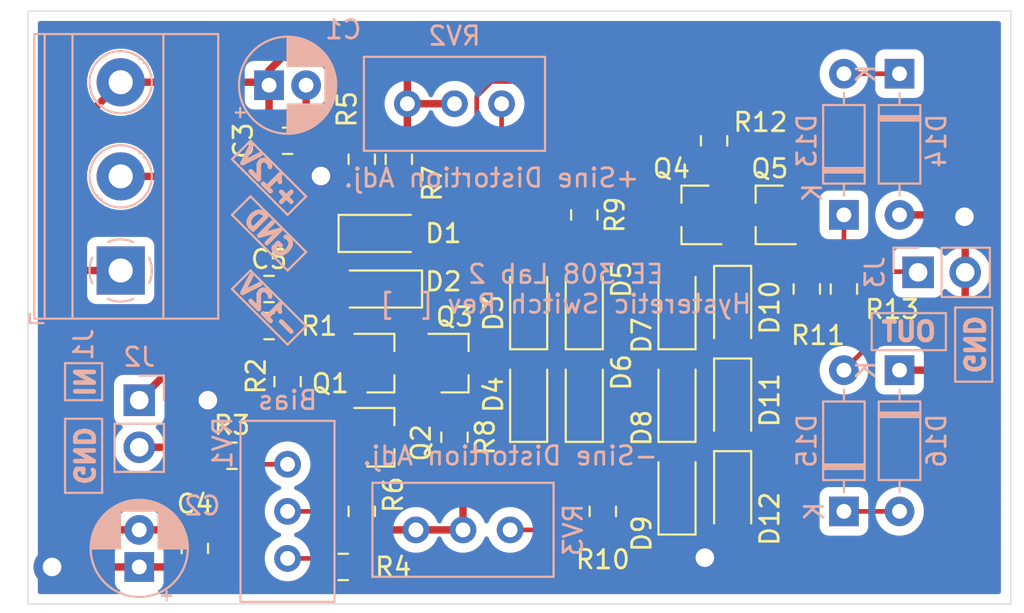
<source format=kicad_pcb>
(kicad_pcb (version 20171130) (host pcbnew "(5.1.9)-1")

  (general
    (thickness 1.6)
    (drawings 44)
    (tracks 187)
    (zones 0)
    (modules 45)
    (nets 27)
  )

  (page A4)
  (title_block
    (title "Hysteretic Switch")
    (date 2021-05-06)
    (rev A)
  )

  (layers
    (0 F.Cu signal)
    (31 B.Cu signal)
    (32 B.Adhes user)
    (33 F.Adhes user)
    (34 B.Paste user)
    (35 F.Paste user)
    (36 B.SilkS user)
    (37 F.SilkS user)
    (38 B.Mask user)
    (39 F.Mask user)
    (40 Dwgs.User user)
    (41 Cmts.User user)
    (42 Eco1.User user)
    (43 Eco2.User user)
    (44 Edge.Cuts user)
    (45 Margin user)
    (46 B.CrtYd user)
    (47 F.CrtYd user)
    (48 B.Fab user)
    (49 F.Fab user)
  )

  (setup
    (last_trace_width 0.25)
    (user_trace_width 0.4)
    (trace_clearance 0.2)
    (zone_clearance 0.508)
    (zone_45_only no)
    (trace_min 0.2)
    (via_size 0.8)
    (via_drill 0.4)
    (via_min_size 0.4)
    (via_min_drill 0.3)
    (user_via 2 1)
    (uvia_size 0.3)
    (uvia_drill 0.1)
    (uvias_allowed no)
    (uvia_min_size 0.2)
    (uvia_min_drill 0.1)
    (edge_width 0.05)
    (segment_width 0.2)
    (pcb_text_width 0.3)
    (pcb_text_size 1.5 1.5)
    (mod_edge_width 0.12)
    (mod_text_size 1 1)
    (mod_text_width 0.15)
    (pad_size 1.524 1.524)
    (pad_drill 0.762)
    (pad_to_mask_clearance 0)
    (aux_axis_origin 0 0)
    (visible_elements 7FFFFFFF)
    (pcbplotparams
      (layerselection 0x010fc_ffffffff)
      (usegerberextensions false)
      (usegerberattributes true)
      (usegerberadvancedattributes true)
      (creategerberjobfile true)
      (excludeedgelayer true)
      (linewidth 0.100000)
      (plotframeref false)
      (viasonmask false)
      (mode 1)
      (useauxorigin false)
      (hpglpennumber 1)
      (hpglpenspeed 20)
      (hpglpendiameter 15.000000)
      (psnegative false)
      (psa4output false)
      (plotreference true)
      (plotvalue true)
      (plotinvisibletext false)
      (padsonsilk false)
      (subtractmaskfromsilk false)
      (outputformat 1)
      (mirror false)
      (drillshape 1)
      (scaleselection 1)
      (outputdirectory ""))
  )

  (net 0 "")
  (net 1 GND)
  (net 2 +12V)
  (net 3 -12V)
  (net 4 /TRIANGLE_IN)
  (net 5 "Net-(C5-Pad1)")
  (net 6 "Net-(D1-Pad2)")
  (net 7 "Net-(D1-Pad1)")
  (net 8 "Net-(D3-Pad2)")
  (net 9 "Net-(D3-Pad1)")
  (net 10 "Net-(D4-Pad1)")
  (net 11 "Net-(D10-Pad1)")
  (net 12 "Net-(D7-Pad1)")
  (net 13 "Net-(D8-Pad1)")
  (net 14 "Net-(D10-Pad2)")
  (net 15 "Net-(D11-Pad2)")
  (net 16 "Net-(D13-Pad2)")
  (net 17 "Net-(D13-Pad1)")
  (net 18 "Net-(D15-Pad1)")
  (net 19 "Net-(Q1-Pad2)")
  (net 20 "Net-(Q2-Pad2)")
  (net 21 /BIAS)
  (net 22 "Net-(Q4-Pad2)")
  (net 23 "Net-(R3-Pad2)")
  (net 24 "Net-(R4-Pad1)")
  (net 25 "Net-(R9-Pad1)")
  (net 26 "Net-(R10-Pad2)")

  (net_class Default "This is the default net class."
    (clearance 0.2)
    (trace_width 0.25)
    (via_dia 0.8)
    (via_drill 0.4)
    (uvia_dia 0.3)
    (uvia_drill 0.1)
    (add_net +12V)
    (add_net -12V)
    (add_net /BIAS)
    (add_net /TRIANGLE_IN)
    (add_net GND)
    (add_net "Net-(C5-Pad1)")
    (add_net "Net-(D1-Pad1)")
    (add_net "Net-(D1-Pad2)")
    (add_net "Net-(D10-Pad1)")
    (add_net "Net-(D10-Pad2)")
    (add_net "Net-(D11-Pad2)")
    (add_net "Net-(D13-Pad1)")
    (add_net "Net-(D13-Pad2)")
    (add_net "Net-(D15-Pad1)")
    (add_net "Net-(D3-Pad1)")
    (add_net "Net-(D3-Pad2)")
    (add_net "Net-(D4-Pad1)")
    (add_net "Net-(D7-Pad1)")
    (add_net "Net-(D8-Pad1)")
    (add_net "Net-(Q1-Pad2)")
    (add_net "Net-(Q2-Pad2)")
    (add_net "Net-(Q4-Pad2)")
    (add_net "Net-(R10-Pad2)")
    (add_net "Net-(R3-Pad2)")
    (add_net "Net-(R4-Pad1)")
    (add_net "Net-(R9-Pad1)")
  )

  (module Diode_THT:D_DO-35_SOD27_P7.62mm_Horizontal (layer B.Cu) (tedit 5AE50CD5) (tstamp 60974BA7)
    (at 89 53.38 270)
    (descr "Diode, DO-35_SOD27 series, Axial, Horizontal, pin pitch=7.62mm, , length*diameter=4*2mm^2, , http://www.diodes.com/_files/packages/DO-35.pdf")
    (tags "Diode DO-35_SOD27 series Axial Horizontal pin pitch 7.62mm  length 4mm diameter 2mm")
    (path /60B91239)
    (fp_text reference D16 (at 3.81 -2 90) (layer B.SilkS)
      (effects (font (size 1 1) (thickness 0.15)) (justify mirror))
    )
    (fp_text value 1N5711 (at 3.81 -2.12 90) (layer B.Fab)
      (effects (font (size 1 1) (thickness 0.15)) (justify mirror))
    )
    (fp_text user K (at 0 1.8 90) (layer B.SilkS)
      (effects (font (size 1 1) (thickness 0.15)) (justify mirror))
    )
    (fp_text user K (at 0 1.8 90) (layer B.Fab)
      (effects (font (size 1 1) (thickness 0.15)) (justify mirror))
    )
    (fp_text user %R (at 4.11 0 90) (layer B.Fab)
      (effects (font (size 0.8 0.8) (thickness 0.12)) (justify mirror))
    )
    (fp_line (start 1.81 1) (end 1.81 -1) (layer B.Fab) (width 0.1))
    (fp_line (start 1.81 -1) (end 5.81 -1) (layer B.Fab) (width 0.1))
    (fp_line (start 5.81 -1) (end 5.81 1) (layer B.Fab) (width 0.1))
    (fp_line (start 5.81 1) (end 1.81 1) (layer B.Fab) (width 0.1))
    (fp_line (start 0 0) (end 1.81 0) (layer B.Fab) (width 0.1))
    (fp_line (start 7.62 0) (end 5.81 0) (layer B.Fab) (width 0.1))
    (fp_line (start 2.41 1) (end 2.41 -1) (layer B.Fab) (width 0.1))
    (fp_line (start 2.51 1) (end 2.51 -1) (layer B.Fab) (width 0.1))
    (fp_line (start 2.31 1) (end 2.31 -1) (layer B.Fab) (width 0.1))
    (fp_line (start 1.69 1.12) (end 1.69 -1.12) (layer B.SilkS) (width 0.12))
    (fp_line (start 1.69 -1.12) (end 5.93 -1.12) (layer B.SilkS) (width 0.12))
    (fp_line (start 5.93 -1.12) (end 5.93 1.12) (layer B.SilkS) (width 0.12))
    (fp_line (start 5.93 1.12) (end 1.69 1.12) (layer B.SilkS) (width 0.12))
    (fp_line (start 1.04 0) (end 1.69 0) (layer B.SilkS) (width 0.12))
    (fp_line (start 6.58 0) (end 5.93 0) (layer B.SilkS) (width 0.12))
    (fp_line (start 2.41 1.12) (end 2.41 -1.12) (layer B.SilkS) (width 0.12))
    (fp_line (start 2.53 1.12) (end 2.53 -1.12) (layer B.SilkS) (width 0.12))
    (fp_line (start 2.29 1.12) (end 2.29 -1.12) (layer B.SilkS) (width 0.12))
    (fp_line (start -1.05 1.25) (end -1.05 -1.25) (layer B.CrtYd) (width 0.05))
    (fp_line (start -1.05 -1.25) (end 8.67 -1.25) (layer B.CrtYd) (width 0.05))
    (fp_line (start 8.67 -1.25) (end 8.67 1.25) (layer B.CrtYd) (width 0.05))
    (fp_line (start 8.67 1.25) (end -1.05 1.25) (layer B.CrtYd) (width 0.05))
    (pad 2 thru_hole oval (at 7.62 0 270) (size 1.6 1.6) (drill 0.8) (layers *.Cu *.Mask)
      (net 18 "Net-(D15-Pad1)"))
    (pad 1 thru_hole rect (at 0 0 270) (size 1.6 1.6) (drill 0.8) (layers *.Cu *.Mask)
      (net 1 GND))
    (model ${KISYS3DMOD}/Diode_THT.3dshapes/D_DO-35_SOD27_P7.62mm_Horizontal.wrl
      (at (xyz 0 0 0))
      (scale (xyz 1 1 1))
      (rotate (xyz 0 0 0))
    )
  )

  (module Diode_THT:D_DO-35_SOD27_P7.62mm_Horizontal (layer B.Cu) (tedit 5AE50CD5) (tstamp 60974B4C)
    (at 89 37.38 270)
    (descr "Diode, DO-35_SOD27 series, Axial, Horizontal, pin pitch=7.62mm, , length*diameter=4*2mm^2, , http://www.diodes.com/_files/packages/DO-35.pdf")
    (tags "Diode DO-35_SOD27 series Axial Horizontal pin pitch 7.62mm  length 4mm diameter 2mm")
    (path /60B91986)
    (fp_text reference D14 (at 3.62 -2 90) (layer B.SilkS)
      (effects (font (size 1 1) (thickness 0.15)) (justify mirror))
    )
    (fp_text value 1N5711 (at 3.81 -2.12 90) (layer B.Fab)
      (effects (font (size 1 1) (thickness 0.15)) (justify mirror))
    )
    (fp_text user K (at 0 1.8 90) (layer B.SilkS)
      (effects (font (size 1 1) (thickness 0.15)) (justify mirror))
    )
    (fp_text user K (at 0 1.8 90) (layer B.Fab)
      (effects (font (size 1 1) (thickness 0.15)) (justify mirror))
    )
    (fp_text user %R (at 4.11 0 90) (layer B.Fab)
      (effects (font (size 0.8 0.8) (thickness 0.12)) (justify mirror))
    )
    (fp_line (start 1.81 1) (end 1.81 -1) (layer B.Fab) (width 0.1))
    (fp_line (start 1.81 -1) (end 5.81 -1) (layer B.Fab) (width 0.1))
    (fp_line (start 5.81 -1) (end 5.81 1) (layer B.Fab) (width 0.1))
    (fp_line (start 5.81 1) (end 1.81 1) (layer B.Fab) (width 0.1))
    (fp_line (start 0 0) (end 1.81 0) (layer B.Fab) (width 0.1))
    (fp_line (start 7.62 0) (end 5.81 0) (layer B.Fab) (width 0.1))
    (fp_line (start 2.41 1) (end 2.41 -1) (layer B.Fab) (width 0.1))
    (fp_line (start 2.51 1) (end 2.51 -1) (layer B.Fab) (width 0.1))
    (fp_line (start 2.31 1) (end 2.31 -1) (layer B.Fab) (width 0.1))
    (fp_line (start 1.69 1.12) (end 1.69 -1.12) (layer B.SilkS) (width 0.12))
    (fp_line (start 1.69 -1.12) (end 5.93 -1.12) (layer B.SilkS) (width 0.12))
    (fp_line (start 5.93 -1.12) (end 5.93 1.12) (layer B.SilkS) (width 0.12))
    (fp_line (start 5.93 1.12) (end 1.69 1.12) (layer B.SilkS) (width 0.12))
    (fp_line (start 1.04 0) (end 1.69 0) (layer B.SilkS) (width 0.12))
    (fp_line (start 6.58 0) (end 5.93 0) (layer B.SilkS) (width 0.12))
    (fp_line (start 2.41 1.12) (end 2.41 -1.12) (layer B.SilkS) (width 0.12))
    (fp_line (start 2.53 1.12) (end 2.53 -1.12) (layer B.SilkS) (width 0.12))
    (fp_line (start 2.29 1.12) (end 2.29 -1.12) (layer B.SilkS) (width 0.12))
    (fp_line (start -1.05 1.25) (end -1.05 -1.25) (layer B.CrtYd) (width 0.05))
    (fp_line (start -1.05 -1.25) (end 8.67 -1.25) (layer B.CrtYd) (width 0.05))
    (fp_line (start 8.67 -1.25) (end 8.67 1.25) (layer B.CrtYd) (width 0.05))
    (fp_line (start 8.67 1.25) (end -1.05 1.25) (layer B.CrtYd) (width 0.05))
    (pad 2 thru_hole oval (at 7.62 0 270) (size 1.6 1.6) (drill 0.8) (layers *.Cu *.Mask)
      (net 1 GND))
    (pad 1 thru_hole rect (at 0 0 270) (size 1.6 1.6) (drill 0.8) (layers *.Cu *.Mask)
      (net 16 "Net-(D13-Pad2)"))
    (model ${KISYS3DMOD}/Diode_THT.3dshapes/D_DO-35_SOD27_P7.62mm_Horizontal.wrl
      (at (xyz 0 0 0))
      (scale (xyz 1 1 1))
      (rotate (xyz 0 0 0))
    )
  )

  (module Potentiometer_THT:Potentiometer_Bourns_3296W_Vertical (layer B.Cu) (tedit 5A3D4994) (tstamp 6094D3B4)
    (at 68 62)
    (descr "Potentiometer, vertical, Bourns 3296W, https://www.bourns.com/pdfs/3296.pdf")
    (tags "Potentiometer vertical Bourns 3296W")
    (path /609ADB41)
    (fp_text reference RV3 (at 3.4 0 90) (layer B.SilkS)
      (effects (font (size 1 1) (thickness 0.15)) (justify mirror))
    )
    (fp_text value 10k (at -2.54 -3.67) (layer B.Fab)
      (effects (font (size 1 1) (thickness 0.15)) (justify mirror))
    )
    (fp_line (start 2.5 2.7) (end -7.6 2.7) (layer B.CrtYd) (width 0.05))
    (fp_line (start 2.5 -2.7) (end 2.5 2.7) (layer B.CrtYd) (width 0.05))
    (fp_line (start -7.6 -2.7) (end 2.5 -2.7) (layer B.CrtYd) (width 0.05))
    (fp_line (start -7.6 2.7) (end -7.6 -2.7) (layer B.CrtYd) (width 0.05))
    (fp_line (start 2.345 2.53) (end 2.345 -2.54) (layer B.SilkS) (width 0.12))
    (fp_line (start -7.425 2.53) (end -7.425 -2.54) (layer B.SilkS) (width 0.12))
    (fp_line (start -7.425 -2.54) (end 2.345 -2.54) (layer B.SilkS) (width 0.12))
    (fp_line (start -7.425 2.53) (end 2.345 2.53) (layer B.SilkS) (width 0.12))
    (fp_line (start 0.955 -2.235) (end 0.956 -0.066) (layer B.Fab) (width 0.1))
    (fp_line (start 0.955 -2.235) (end 0.956 -0.066) (layer B.Fab) (width 0.1))
    (fp_line (start 2.225 2.41) (end -7.305 2.41) (layer B.Fab) (width 0.1))
    (fp_line (start 2.225 -2.42) (end 2.225 2.41) (layer B.Fab) (width 0.1))
    (fp_line (start -7.305 -2.42) (end 2.225 -2.42) (layer B.Fab) (width 0.1))
    (fp_line (start -7.305 2.41) (end -7.305 -2.42) (layer B.Fab) (width 0.1))
    (fp_circle (center 0.955 -1.15) (end 2.05 -1.15) (layer B.Fab) (width 0.1))
    (fp_text user %R (at -3.175 -0.005) (layer B.Fab)
      (effects (font (size 1 1) (thickness 0.15)) (justify mirror))
    )
    (pad 3 thru_hole circle (at -5.08 0) (size 1.44 1.44) (drill 0.8) (layers *.Cu *.Mask)
      (net 3 -12V))
    (pad 2 thru_hole circle (at -2.54 0) (size 1.44 1.44) (drill 0.8) (layers *.Cu *.Mask)
      (net 3 -12V))
    (pad 1 thru_hole circle (at 0 0) (size 1.44 1.44) (drill 0.8) (layers *.Cu *.Mask)
      (net 26 "Net-(R10-Pad2)"))
    (model ${KISYS3DMOD}/Potentiometer_THT.3dshapes/Potentiometer_Bourns_3296W_Vertical.wrl
      (at (xyz 0 0 0))
      (scale (xyz 1 1 1))
      (rotate (xyz 0 0 0))
    )
  )

  (module Potentiometer_THT:Potentiometer_Bourns_3296W_Vertical (layer B.Cu) (tedit 5A3D4994) (tstamp 6094D39D)
    (at 62.46 39 180)
    (descr "Potentiometer, vertical, Bourns 3296W, https://www.bourns.com/pdfs/3296.pdf")
    (tags "Potentiometer vertical Bourns 3296W")
    (path /609CEA4D)
    (fp_text reference RV2 (at -2.54 3.66) (layer B.SilkS)
      (effects (font (size 1 1) (thickness 0.15)) (justify mirror))
    )
    (fp_text value 10k (at -2.54 -3.67) (layer B.Fab)
      (effects (font (size 1 1) (thickness 0.15)) (justify mirror))
    )
    (fp_line (start 2.5 2.7) (end -7.6 2.7) (layer B.CrtYd) (width 0.05))
    (fp_line (start 2.5 -2.7) (end 2.5 2.7) (layer B.CrtYd) (width 0.05))
    (fp_line (start -7.6 -2.7) (end 2.5 -2.7) (layer B.CrtYd) (width 0.05))
    (fp_line (start -7.6 2.7) (end -7.6 -2.7) (layer B.CrtYd) (width 0.05))
    (fp_line (start 2.345 2.53) (end 2.345 -2.54) (layer B.SilkS) (width 0.12))
    (fp_line (start -7.425 2.53) (end -7.425 -2.54) (layer B.SilkS) (width 0.12))
    (fp_line (start -7.425 -2.54) (end 2.345 -2.54) (layer B.SilkS) (width 0.12))
    (fp_line (start -7.425 2.53) (end 2.345 2.53) (layer B.SilkS) (width 0.12))
    (fp_line (start 0.955 -2.235) (end 0.956 -0.066) (layer B.Fab) (width 0.1))
    (fp_line (start 0.955 -2.235) (end 0.956 -0.066) (layer B.Fab) (width 0.1))
    (fp_line (start 2.225 2.41) (end -7.305 2.41) (layer B.Fab) (width 0.1))
    (fp_line (start 2.225 -2.42) (end 2.225 2.41) (layer B.Fab) (width 0.1))
    (fp_line (start -7.305 -2.42) (end 2.225 -2.42) (layer B.Fab) (width 0.1))
    (fp_line (start -7.305 2.41) (end -7.305 -2.42) (layer B.Fab) (width 0.1))
    (fp_circle (center 0.955 -1.15) (end 2.05 -1.15) (layer B.Fab) (width 0.1))
    (fp_text user %R (at -3.175 -0.005) (layer B.Fab)
      (effects (font (size 1 1) (thickness 0.15)) (justify mirror))
    )
    (pad 3 thru_hole circle (at -5.08 0 180) (size 1.44 1.44) (drill 0.8) (layers *.Cu *.Mask)
      (net 25 "Net-(R9-Pad1)"))
    (pad 2 thru_hole circle (at -2.54 0 180) (size 1.44 1.44) (drill 0.8) (layers *.Cu *.Mask)
      (net 2 +12V))
    (pad 1 thru_hole circle (at 0 0 180) (size 1.44 1.44) (drill 0.8) (layers *.Cu *.Mask)
      (net 2 +12V))
    (model ${KISYS3DMOD}/Potentiometer_THT.3dshapes/Potentiometer_Bourns_3296W_Vertical.wrl
      (at (xyz 0 0 0))
      (scale (xyz 1 1 1))
      (rotate (xyz 0 0 0))
    )
  )

  (module Potentiometer_THT:Potentiometer_Bourns_3296W_Vertical (layer B.Cu) (tedit 5A3D4994) (tstamp 6094D386)
    (at 56 58.46 90)
    (descr "Potentiometer, vertical, Bourns 3296W, https://www.bourns.com/pdfs/3296.pdf")
    (tags "Potentiometer vertical Bourns 3296W")
    (path /609513B9)
    (fp_text reference RV1 (at 1.16 -3.5 90) (layer B.SilkS)
      (effects (font (size 1 1) (thickness 0.15)) (justify mirror))
    )
    (fp_text value 10k (at -2.54 -3.67 90) (layer B.Fab)
      (effects (font (size 1 1) (thickness 0.15)) (justify mirror))
    )
    (fp_line (start 2.5 2.7) (end -7.6 2.7) (layer B.CrtYd) (width 0.05))
    (fp_line (start 2.5 -2.7) (end 2.5 2.7) (layer B.CrtYd) (width 0.05))
    (fp_line (start -7.6 -2.7) (end 2.5 -2.7) (layer B.CrtYd) (width 0.05))
    (fp_line (start -7.6 2.7) (end -7.6 -2.7) (layer B.CrtYd) (width 0.05))
    (fp_line (start 2.345 2.53) (end 2.345 -2.54) (layer B.SilkS) (width 0.12))
    (fp_line (start -7.425 2.53) (end -7.425 -2.54) (layer B.SilkS) (width 0.12))
    (fp_line (start -7.425 -2.54) (end 2.345 -2.54) (layer B.SilkS) (width 0.12))
    (fp_line (start -7.425 2.53) (end 2.345 2.53) (layer B.SilkS) (width 0.12))
    (fp_line (start 0.955 -2.235) (end 0.956 -0.066) (layer B.Fab) (width 0.1))
    (fp_line (start 0.955 -2.235) (end 0.956 -0.066) (layer B.Fab) (width 0.1))
    (fp_line (start 2.225 2.41) (end -7.305 2.41) (layer B.Fab) (width 0.1))
    (fp_line (start 2.225 -2.42) (end 2.225 2.41) (layer B.Fab) (width 0.1))
    (fp_line (start -7.305 -2.42) (end 2.225 -2.42) (layer B.Fab) (width 0.1))
    (fp_line (start -7.305 2.41) (end -7.305 -2.42) (layer B.Fab) (width 0.1))
    (fp_circle (center 0.955 -1.15) (end 2.05 -1.15) (layer B.Fab) (width 0.1))
    (fp_text user %R (at -3.175 -0.005 90) (layer B.Fab)
      (effects (font (size 1 1) (thickness 0.15)) (justify mirror))
    )
    (pad 3 thru_hole circle (at -5.08 0 90) (size 1.44 1.44) (drill 0.8) (layers *.Cu *.Mask)
      (net 24 "Net-(R4-Pad1)"))
    (pad 2 thru_hole circle (at -2.54 0 90) (size 1.44 1.44) (drill 0.8) (layers *.Cu *.Mask)
      (net 21 /BIAS))
    (pad 1 thru_hole circle (at 0 0 90) (size 1.44 1.44) (drill 0.8) (layers *.Cu *.Mask)
      (net 23 "Net-(R3-Pad2)"))
    (model ${KISYS3DMOD}/Potentiometer_THT.3dshapes/Potentiometer_Bourns_3296W_Vertical.wrl
      (at (xyz 0 0 0))
      (scale (xyz 1 1 1))
      (rotate (xyz 0 0 0))
    )
  )

  (module Resistor_SMD:R_0805_2012Metric (layer F.Cu) (tedit 5B36C52B) (tstamp 6094D36F)
    (at 86 49 270)
    (descr "Resistor SMD 0805 (2012 Metric), square (rectangular) end terminal, IPC_7351 nominal, (Body size source: https://docs.google.com/spreadsheets/d/1BsfQQcO9C6DZCsRaXUlFlo91Tg2WpOkGARC1WS5S8t0/edit?usp=sharing), generated with kicad-footprint-generator")
    (tags resistor)
    (path /60989D6D)
    (attr smd)
    (fp_text reference R13 (at 1.1 -2.6) (layer F.SilkS)
      (effects (font (size 1 1) (thickness 0.15)))
    )
    (fp_text value 2.7k (at 0 1.65 90) (layer F.Fab)
      (effects (font (size 1 1) (thickness 0.15)))
    )
    (fp_line (start 1.68 0.95) (end -1.68 0.95) (layer F.CrtYd) (width 0.05))
    (fp_line (start 1.68 -0.95) (end 1.68 0.95) (layer F.CrtYd) (width 0.05))
    (fp_line (start -1.68 -0.95) (end 1.68 -0.95) (layer F.CrtYd) (width 0.05))
    (fp_line (start -1.68 0.95) (end -1.68 -0.95) (layer F.CrtYd) (width 0.05))
    (fp_line (start -0.258578 0.71) (end 0.258578 0.71) (layer F.SilkS) (width 0.12))
    (fp_line (start -0.258578 -0.71) (end 0.258578 -0.71) (layer F.SilkS) (width 0.12))
    (fp_line (start 1 0.6) (end -1 0.6) (layer F.Fab) (width 0.1))
    (fp_line (start 1 -0.6) (end 1 0.6) (layer F.Fab) (width 0.1))
    (fp_line (start -1 -0.6) (end 1 -0.6) (layer F.Fab) (width 0.1))
    (fp_line (start -1 0.6) (end -1 -0.6) (layer F.Fab) (width 0.1))
    (fp_text user %R (at 0 0 90) (layer F.Fab)
      (effects (font (size 0.5 0.5) (thickness 0.08)))
    )
    (pad 2 smd roundrect (at 0.9375 0 270) (size 0.975 1.4) (layers F.Cu F.Paste F.Mask) (roundrect_rratio 0.25)
      (net 3 -12V))
    (pad 1 smd roundrect (at -0.9375 0 270) (size 0.975 1.4) (layers F.Cu F.Paste F.Mask) (roundrect_rratio 0.25)
      (net 17 "Net-(D13-Pad1)"))
    (model ${KISYS3DMOD}/Resistor_SMD.3dshapes/R_0805_2012Metric.wrl
      (at (xyz 0 0 0))
      (scale (xyz 1 1 1))
      (rotate (xyz 0 0 0))
    )
  )

  (module Resistor_SMD:R_0805_2012Metric (layer F.Cu) (tedit 5B36C52B) (tstamp 6094D35E)
    (at 79 41 270)
    (descr "Resistor SMD 0805 (2012 Metric), square (rectangular) end terminal, IPC_7351 nominal, (Body size source: https://docs.google.com/spreadsheets/d/1BsfQQcO9C6DZCsRaXUlFlo91Tg2WpOkGARC1WS5S8t0/edit?usp=sharing), generated with kicad-footprint-generator")
    (tags resistor)
    (path /6097CF5E)
    (attr smd)
    (fp_text reference R12 (at -1 -2.5 180) (layer F.SilkS)
      (effects (font (size 1 1) (thickness 0.15)))
    )
    (fp_text value 910 (at 0 1.65 90) (layer F.Fab)
      (effects (font (size 1 1) (thickness 0.15)))
    )
    (fp_line (start 1.68 0.95) (end -1.68 0.95) (layer F.CrtYd) (width 0.05))
    (fp_line (start 1.68 -0.95) (end 1.68 0.95) (layer F.CrtYd) (width 0.05))
    (fp_line (start -1.68 -0.95) (end 1.68 -0.95) (layer F.CrtYd) (width 0.05))
    (fp_line (start -1.68 0.95) (end -1.68 -0.95) (layer F.CrtYd) (width 0.05))
    (fp_line (start -0.258578 0.71) (end 0.258578 0.71) (layer F.SilkS) (width 0.12))
    (fp_line (start -0.258578 -0.71) (end 0.258578 -0.71) (layer F.SilkS) (width 0.12))
    (fp_line (start 1 0.6) (end -1 0.6) (layer F.Fab) (width 0.1))
    (fp_line (start 1 -0.6) (end 1 0.6) (layer F.Fab) (width 0.1))
    (fp_line (start -1 -0.6) (end 1 -0.6) (layer F.Fab) (width 0.1))
    (fp_line (start -1 0.6) (end -1 -0.6) (layer F.Fab) (width 0.1))
    (fp_text user %R (at 0 0 90) (layer F.Fab)
      (effects (font (size 0.5 0.5) (thickness 0.08)))
    )
    (pad 2 smd roundrect (at 0.9375 0 270) (size 0.975 1.4) (layers F.Cu F.Paste F.Mask) (roundrect_rratio 0.25)
      (net 22 "Net-(Q4-Pad2)"))
    (pad 1 smd roundrect (at -0.9375 0 270) (size 0.975 1.4) (layers F.Cu F.Paste F.Mask) (roundrect_rratio 0.25)
      (net 2 +12V))
    (model ${KISYS3DMOD}/Resistor_SMD.3dshapes/R_0805_2012Metric.wrl
      (at (xyz 0 0 0))
      (scale (xyz 1 1 1))
      (rotate (xyz 0 0 0))
    )
  )

  (module Resistor_SMD:R_0805_2012Metric (layer F.Cu) (tedit 5B36C52B) (tstamp 6094D34D)
    (at 84 49 270)
    (descr "Resistor SMD 0805 (2012 Metric), square (rectangular) end terminal, IPC_7351 nominal, (Body size source: https://docs.google.com/spreadsheets/d/1BsfQQcO9C6DZCsRaXUlFlo91Tg2WpOkGARC1WS5S8t0/edit?usp=sharing), generated with kicad-footprint-generator")
    (tags resistor)
    (path /60985DDB)
    (attr smd)
    (fp_text reference R11 (at 2.5 -0.6 180) (layer F.SilkS)
      (effects (font (size 1 1) (thickness 0.15)))
    )
    (fp_text value 2.7k (at 0 1.65 90) (layer F.Fab)
      (effects (font (size 1 1) (thickness 0.15)))
    )
    (fp_line (start 1.68 0.95) (end -1.68 0.95) (layer F.CrtYd) (width 0.05))
    (fp_line (start 1.68 -0.95) (end 1.68 0.95) (layer F.CrtYd) (width 0.05))
    (fp_line (start -1.68 -0.95) (end 1.68 -0.95) (layer F.CrtYd) (width 0.05))
    (fp_line (start -1.68 0.95) (end -1.68 -0.95) (layer F.CrtYd) (width 0.05))
    (fp_line (start -0.258578 0.71) (end 0.258578 0.71) (layer F.SilkS) (width 0.12))
    (fp_line (start -0.258578 -0.71) (end 0.258578 -0.71) (layer F.SilkS) (width 0.12))
    (fp_line (start 1 0.6) (end -1 0.6) (layer F.Fab) (width 0.1))
    (fp_line (start 1 -0.6) (end 1 0.6) (layer F.Fab) (width 0.1))
    (fp_line (start -1 -0.6) (end 1 -0.6) (layer F.Fab) (width 0.1))
    (fp_line (start -1 0.6) (end -1 -0.6) (layer F.Fab) (width 0.1))
    (fp_text user %R (at 0 0 90) (layer F.Fab)
      (effects (font (size 0.5 0.5) (thickness 0.08)))
    )
    (pad 2 smd roundrect (at 0.9375 0 270) (size 0.975 1.4) (layers F.Cu F.Paste F.Mask) (roundrect_rratio 0.25)
      (net 3 -12V))
    (pad 1 smd roundrect (at -0.9375 0 270) (size 0.975 1.4) (layers F.Cu F.Paste F.Mask) (roundrect_rratio 0.25)
      (net 11 "Net-(D10-Pad1)"))
    (model ${KISYS3DMOD}/Resistor_SMD.3dshapes/R_0805_2012Metric.wrl
      (at (xyz 0 0 0))
      (scale (xyz 1 1 1))
      (rotate (xyz 0 0 0))
    )
  )

  (module Resistor_SMD:R_0805_2012Metric (layer F.Cu) (tedit 5B36C52B) (tstamp 6094D33C)
    (at 73 61 270)
    (descr "Resistor SMD 0805 (2012 Metric), square (rectangular) end terminal, IPC_7351 nominal, (Body size source: https://docs.google.com/spreadsheets/d/1BsfQQcO9C6DZCsRaXUlFlo91Tg2WpOkGARC1WS5S8t0/edit?usp=sharing), generated with kicad-footprint-generator")
    (tags resistor)
    (path /609A8E24)
    (attr smd)
    (fp_text reference R10 (at 2.6 0 180) (layer F.SilkS)
      (effects (font (size 1 1) (thickness 0.15)))
    )
    (fp_text value 5.1k (at 0 1.65 90) (layer F.Fab)
      (effects (font (size 1 1) (thickness 0.15)))
    )
    (fp_line (start 1.68 0.95) (end -1.68 0.95) (layer F.CrtYd) (width 0.05))
    (fp_line (start 1.68 -0.95) (end 1.68 0.95) (layer F.CrtYd) (width 0.05))
    (fp_line (start -1.68 -0.95) (end 1.68 -0.95) (layer F.CrtYd) (width 0.05))
    (fp_line (start -1.68 0.95) (end -1.68 -0.95) (layer F.CrtYd) (width 0.05))
    (fp_line (start -0.258578 0.71) (end 0.258578 0.71) (layer F.SilkS) (width 0.12))
    (fp_line (start -0.258578 -0.71) (end 0.258578 -0.71) (layer F.SilkS) (width 0.12))
    (fp_line (start 1 0.6) (end -1 0.6) (layer F.Fab) (width 0.1))
    (fp_line (start 1 -0.6) (end 1 0.6) (layer F.Fab) (width 0.1))
    (fp_line (start -1 -0.6) (end 1 -0.6) (layer F.Fab) (width 0.1))
    (fp_line (start -1 0.6) (end -1 -0.6) (layer F.Fab) (width 0.1))
    (fp_text user %R (at 0 0 90) (layer F.Fab)
      (effects (font (size 0.5 0.5) (thickness 0.08)))
    )
    (pad 2 smd roundrect (at 0.9375 0 270) (size 0.975 1.4) (layers F.Cu F.Paste F.Mask) (roundrect_rratio 0.25)
      (net 26 "Net-(R10-Pad2)"))
    (pad 1 smd roundrect (at -0.9375 0 270) (size 0.975 1.4) (layers F.Cu F.Paste F.Mask) (roundrect_rratio 0.25)
      (net 10 "Net-(D4-Pad1)"))
    (model ${KISYS3DMOD}/Resistor_SMD.3dshapes/R_0805_2012Metric.wrl
      (at (xyz 0 0 0))
      (scale (xyz 1 1 1))
      (rotate (xyz 0 0 0))
    )
  )

  (module Resistor_SMD:R_0805_2012Metric (layer F.Cu) (tedit 5B36C52B) (tstamp 6094D32B)
    (at 72 45 270)
    (descr "Resistor SMD 0805 (2012 Metric), square (rectangular) end terminal, IPC_7351 nominal, (Body size source: https://docs.google.com/spreadsheets/d/1BsfQQcO9C6DZCsRaXUlFlo91Tg2WpOkGARC1WS5S8t0/edit?usp=sharing), generated with kicad-footprint-generator")
    (tags resistor)
    (path /609BAE33)
    (attr smd)
    (fp_text reference R9 (at 0 -1.65 90) (layer F.SilkS)
      (effects (font (size 1 1) (thickness 0.15)))
    )
    (fp_text value 5.1k (at 0 1.65 90) (layer F.Fab)
      (effects (font (size 1 1) (thickness 0.15)))
    )
    (fp_line (start 1.68 0.95) (end -1.68 0.95) (layer F.CrtYd) (width 0.05))
    (fp_line (start 1.68 -0.95) (end 1.68 0.95) (layer F.CrtYd) (width 0.05))
    (fp_line (start -1.68 -0.95) (end 1.68 -0.95) (layer F.CrtYd) (width 0.05))
    (fp_line (start -1.68 0.95) (end -1.68 -0.95) (layer F.CrtYd) (width 0.05))
    (fp_line (start -0.258578 0.71) (end 0.258578 0.71) (layer F.SilkS) (width 0.12))
    (fp_line (start -0.258578 -0.71) (end 0.258578 -0.71) (layer F.SilkS) (width 0.12))
    (fp_line (start 1 0.6) (end -1 0.6) (layer F.Fab) (width 0.1))
    (fp_line (start 1 -0.6) (end 1 0.6) (layer F.Fab) (width 0.1))
    (fp_line (start -1 -0.6) (end 1 -0.6) (layer F.Fab) (width 0.1))
    (fp_line (start -1 0.6) (end -1 -0.6) (layer F.Fab) (width 0.1))
    (fp_text user %R (at 0 0 90) (layer F.Fab)
      (effects (font (size 0.5 0.5) (thickness 0.08)))
    )
    (pad 2 smd roundrect (at 0.9375 0 270) (size 0.975 1.4) (layers F.Cu F.Paste F.Mask) (roundrect_rratio 0.25)
      (net 8 "Net-(D3-Pad2)"))
    (pad 1 smd roundrect (at -0.9375 0 270) (size 0.975 1.4) (layers F.Cu F.Paste F.Mask) (roundrect_rratio 0.25)
      (net 25 "Net-(R9-Pad1)"))
    (model ${KISYS3DMOD}/Resistor_SMD.3dshapes/R_0805_2012Metric.wrl
      (at (xyz 0 0 0))
      (scale (xyz 1 1 1))
      (rotate (xyz 0 0 0))
    )
  )

  (module Resistor_SMD:R_0805_2012Metric (layer F.Cu) (tedit 5B36C52B) (tstamp 6094D31A)
    (at 65 57 270)
    (descr "Resistor SMD 0805 (2012 Metric), square (rectangular) end terminal, IPC_7351 nominal, (Body size source: https://docs.google.com/spreadsheets/d/1BsfQQcO9C6DZCsRaXUlFlo91Tg2WpOkGARC1WS5S8t0/edit?usp=sharing), generated with kicad-footprint-generator")
    (tags resistor)
    (path /609A122C)
    (attr smd)
    (fp_text reference R8 (at 0 -1.65 90) (layer F.SilkS)
      (effects (font (size 1 1) (thickness 0.15)))
    )
    (fp_text value 510R (at 0 1.65 90) (layer F.Fab)
      (effects (font (size 1 1) (thickness 0.15)))
    )
    (fp_line (start 1.68 0.95) (end -1.68 0.95) (layer F.CrtYd) (width 0.05))
    (fp_line (start 1.68 -0.95) (end 1.68 0.95) (layer F.CrtYd) (width 0.05))
    (fp_line (start -1.68 -0.95) (end 1.68 -0.95) (layer F.CrtYd) (width 0.05))
    (fp_line (start -1.68 0.95) (end -1.68 -0.95) (layer F.CrtYd) (width 0.05))
    (fp_line (start -0.258578 0.71) (end 0.258578 0.71) (layer F.SilkS) (width 0.12))
    (fp_line (start -0.258578 -0.71) (end 0.258578 -0.71) (layer F.SilkS) (width 0.12))
    (fp_line (start 1 0.6) (end -1 0.6) (layer F.Fab) (width 0.1))
    (fp_line (start 1 -0.6) (end 1 0.6) (layer F.Fab) (width 0.1))
    (fp_line (start -1 -0.6) (end 1 -0.6) (layer F.Fab) (width 0.1))
    (fp_line (start -1 0.6) (end -1 -0.6) (layer F.Fab) (width 0.1))
    (fp_text user %R (at 0 0 90) (layer F.Fab)
      (effects (font (size 0.5 0.5) (thickness 0.08)))
    )
    (pad 2 smd roundrect (at 0.9375 0 270) (size 0.975 1.4) (layers F.Cu F.Paste F.Mask) (roundrect_rratio 0.25)
      (net 1 GND))
    (pad 1 smd roundrect (at -0.9375 0 270) (size 0.975 1.4) (layers F.Cu F.Paste F.Mask) (roundrect_rratio 0.25)
      (net 9 "Net-(D3-Pad1)"))
    (model ${KISYS3DMOD}/Resistor_SMD.3dshapes/R_0805_2012Metric.wrl
      (at (xyz 0 0 0))
      (scale (xyz 1 1 1))
      (rotate (xyz 0 0 0))
    )
  )

  (module Resistor_SMD:R_0805_2012Metric (layer F.Cu) (tedit 5B36C52B) (tstamp 6094D309)
    (at 62 42 270)
    (descr "Resistor SMD 0805 (2012 Metric), square (rectangular) end terminal, IPC_7351 nominal, (Body size source: https://docs.google.com/spreadsheets/d/1BsfQQcO9C6DZCsRaXUlFlo91Tg2WpOkGARC1WS5S8t0/edit?usp=sharing), generated with kicad-footprint-generator")
    (tags resistor)
    (path /60976215)
    (attr smd)
    (fp_text reference R7 (at 1.3 -1.8 90) (layer F.SilkS)
      (effects (font (size 1 1) (thickness 0.15)))
    )
    (fp_text value 3.9k (at 0 1.65 90) (layer F.Fab)
      (effects (font (size 1 1) (thickness 0.15)))
    )
    (fp_line (start 1.68 0.95) (end -1.68 0.95) (layer F.CrtYd) (width 0.05))
    (fp_line (start 1.68 -0.95) (end 1.68 0.95) (layer F.CrtYd) (width 0.05))
    (fp_line (start -1.68 -0.95) (end 1.68 -0.95) (layer F.CrtYd) (width 0.05))
    (fp_line (start -1.68 0.95) (end -1.68 -0.95) (layer F.CrtYd) (width 0.05))
    (fp_line (start -0.258578 0.71) (end 0.258578 0.71) (layer F.SilkS) (width 0.12))
    (fp_line (start -0.258578 -0.71) (end 0.258578 -0.71) (layer F.SilkS) (width 0.12))
    (fp_line (start 1 0.6) (end -1 0.6) (layer F.Fab) (width 0.1))
    (fp_line (start 1 -0.6) (end 1 0.6) (layer F.Fab) (width 0.1))
    (fp_line (start -1 -0.6) (end 1 -0.6) (layer F.Fab) (width 0.1))
    (fp_line (start -1 0.6) (end -1 -0.6) (layer F.Fab) (width 0.1))
    (fp_text user %R (at 0 0 90) (layer F.Fab)
      (effects (font (size 0.5 0.5) (thickness 0.08)))
    )
    (pad 2 smd roundrect (at 0.9375 0 270) (size 0.975 1.4) (layers F.Cu F.Paste F.Mask) (roundrect_rratio 0.25)
      (net 6 "Net-(D1-Pad2)"))
    (pad 1 smd roundrect (at -0.9375 0 270) (size 0.975 1.4) (layers F.Cu F.Paste F.Mask) (roundrect_rratio 0.25)
      (net 2 +12V))
    (model ${KISYS3DMOD}/Resistor_SMD.3dshapes/R_0805_2012Metric.wrl
      (at (xyz 0 0 0))
      (scale (xyz 1 1 1))
      (rotate (xyz 0 0 0))
    )
  )

  (module Resistor_SMD:R_0805_2012Metric (layer F.Cu) (tedit 5B36C52B) (tstamp 6094D2F8)
    (at 60 61 270)
    (descr "Resistor SMD 0805 (2012 Metric), square (rectangular) end terminal, IPC_7351 nominal, (Body size source: https://docs.google.com/spreadsheets/d/1BsfQQcO9C6DZCsRaXUlFlo91Tg2WpOkGARC1WS5S8t0/edit?usp=sharing), generated with kicad-footprint-generator")
    (tags resistor)
    (path /6094F930)
    (attr smd)
    (fp_text reference R6 (at -0.9 -1.7 90) (layer F.SilkS)
      (effects (font (size 1 1) (thickness 0.15)))
    )
    (fp_text value 2k (at 0 1.65 90) (layer F.Fab)
      (effects (font (size 1 1) (thickness 0.15)))
    )
    (fp_line (start 1.68 0.95) (end -1.68 0.95) (layer F.CrtYd) (width 0.05))
    (fp_line (start 1.68 -0.95) (end 1.68 0.95) (layer F.CrtYd) (width 0.05))
    (fp_line (start -1.68 -0.95) (end 1.68 -0.95) (layer F.CrtYd) (width 0.05))
    (fp_line (start -1.68 0.95) (end -1.68 -0.95) (layer F.CrtYd) (width 0.05))
    (fp_line (start -0.258578 0.71) (end 0.258578 0.71) (layer F.SilkS) (width 0.12))
    (fp_line (start -0.258578 -0.71) (end 0.258578 -0.71) (layer F.SilkS) (width 0.12))
    (fp_line (start 1 0.6) (end -1 0.6) (layer F.Fab) (width 0.1))
    (fp_line (start 1 -0.6) (end 1 0.6) (layer F.Fab) (width 0.1))
    (fp_line (start -1 -0.6) (end 1 -0.6) (layer F.Fab) (width 0.1))
    (fp_line (start -1 0.6) (end -1 -0.6) (layer F.Fab) (width 0.1))
    (fp_text user %R (at 0 0 90) (layer F.Fab)
      (effects (font (size 0.5 0.5) (thickness 0.08)))
    )
    (pad 2 smd roundrect (at 0.9375 0 270) (size 0.975 1.4) (layers F.Cu F.Paste F.Mask) (roundrect_rratio 0.25)
      (net 3 -12V))
    (pad 1 smd roundrect (at -0.9375 0 270) (size 0.975 1.4) (layers F.Cu F.Paste F.Mask) (roundrect_rratio 0.25)
      (net 20 "Net-(Q2-Pad2)"))
    (model ${KISYS3DMOD}/Resistor_SMD.3dshapes/R_0805_2012Metric.wrl
      (at (xyz 0 0 0))
      (scale (xyz 1 1 1))
      (rotate (xyz 0 0 0))
    )
  )

  (module Resistor_SMD:R_0805_2012Metric (layer F.Cu) (tedit 5B36C52B) (tstamp 6094D2E7)
    (at 60 42 270)
    (descr "Resistor SMD 0805 (2012 Metric), square (rectangular) end terminal, IPC_7351 nominal, (Body size source: https://docs.google.com/spreadsheets/d/1BsfQQcO9C6DZCsRaXUlFlo91Tg2WpOkGARC1WS5S8t0/edit?usp=sharing), generated with kicad-footprint-generator")
    (tags resistor)
    (path /60975B14)
    (attr smd)
    (fp_text reference R5 (at -2.7 0.8 90) (layer F.SilkS)
      (effects (font (size 1 1) (thickness 0.15)))
    )
    (fp_text value 3.9k (at 0 1.65 90) (layer F.Fab)
      (effects (font (size 1 1) (thickness 0.15)))
    )
    (fp_line (start 1.68 0.95) (end -1.68 0.95) (layer F.CrtYd) (width 0.05))
    (fp_line (start 1.68 -0.95) (end 1.68 0.95) (layer F.CrtYd) (width 0.05))
    (fp_line (start -1.68 -0.95) (end 1.68 -0.95) (layer F.CrtYd) (width 0.05))
    (fp_line (start -1.68 0.95) (end -1.68 -0.95) (layer F.CrtYd) (width 0.05))
    (fp_line (start -0.258578 0.71) (end 0.258578 0.71) (layer F.SilkS) (width 0.12))
    (fp_line (start -0.258578 -0.71) (end 0.258578 -0.71) (layer F.SilkS) (width 0.12))
    (fp_line (start 1 0.6) (end -1 0.6) (layer F.Fab) (width 0.1))
    (fp_line (start 1 -0.6) (end 1 0.6) (layer F.Fab) (width 0.1))
    (fp_line (start -1 -0.6) (end 1 -0.6) (layer F.Fab) (width 0.1))
    (fp_line (start -1 0.6) (end -1 -0.6) (layer F.Fab) (width 0.1))
    (fp_text user %R (at 0 0 90) (layer F.Fab)
      (effects (font (size 0.5 0.5) (thickness 0.08)))
    )
    (pad 2 smd roundrect (at 0.9375 0 270) (size 0.975 1.4) (layers F.Cu F.Paste F.Mask) (roundrect_rratio 0.25)
      (net 7 "Net-(D1-Pad1)"))
    (pad 1 smd roundrect (at -0.9375 0 270) (size 0.975 1.4) (layers F.Cu F.Paste F.Mask) (roundrect_rratio 0.25)
      (net 2 +12V))
    (model ${KISYS3DMOD}/Resistor_SMD.3dshapes/R_0805_2012Metric.wrl
      (at (xyz 0 0 0))
      (scale (xyz 1 1 1))
      (rotate (xyz 0 0 0))
    )
  )

  (module Resistor_SMD:R_0805_2012Metric (layer F.Cu) (tedit 5B36C52B) (tstamp 6094D2D6)
    (at 59 64)
    (descr "Resistor SMD 0805 (2012 Metric), square (rectangular) end terminal, IPC_7351 nominal, (Body size source: https://docs.google.com/spreadsheets/d/1BsfQQcO9C6DZCsRaXUlFlo91Tg2WpOkGARC1WS5S8t0/edit?usp=sharing), generated with kicad-footprint-generator")
    (tags resistor)
    (path /6095225E)
    (attr smd)
    (fp_text reference R4 (at 2.7 0) (layer F.SilkS)
      (effects (font (size 1 1) (thickness 0.15)))
    )
    (fp_text value 10k (at 0 1.65) (layer F.Fab)
      (effects (font (size 1 1) (thickness 0.15)))
    )
    (fp_line (start 1.68 0.95) (end -1.68 0.95) (layer F.CrtYd) (width 0.05))
    (fp_line (start 1.68 -0.95) (end 1.68 0.95) (layer F.CrtYd) (width 0.05))
    (fp_line (start -1.68 -0.95) (end 1.68 -0.95) (layer F.CrtYd) (width 0.05))
    (fp_line (start -1.68 0.95) (end -1.68 -0.95) (layer F.CrtYd) (width 0.05))
    (fp_line (start -0.258578 0.71) (end 0.258578 0.71) (layer F.SilkS) (width 0.12))
    (fp_line (start -0.258578 -0.71) (end 0.258578 -0.71) (layer F.SilkS) (width 0.12))
    (fp_line (start 1 0.6) (end -1 0.6) (layer F.Fab) (width 0.1))
    (fp_line (start 1 -0.6) (end 1 0.6) (layer F.Fab) (width 0.1))
    (fp_line (start -1 -0.6) (end 1 -0.6) (layer F.Fab) (width 0.1))
    (fp_line (start -1 0.6) (end -1 -0.6) (layer F.Fab) (width 0.1))
    (fp_text user %R (at 0 0) (layer F.Fab)
      (effects (font (size 0.5 0.5) (thickness 0.08)))
    )
    (pad 2 smd roundrect (at 0.9375 0) (size 0.975 1.4) (layers F.Cu F.Paste F.Mask) (roundrect_rratio 0.25)
      (net 3 -12V))
    (pad 1 smd roundrect (at -0.9375 0) (size 0.975 1.4) (layers F.Cu F.Paste F.Mask) (roundrect_rratio 0.25)
      (net 24 "Net-(R4-Pad1)"))
    (model ${KISYS3DMOD}/Resistor_SMD.3dshapes/R_0805_2012Metric.wrl
      (at (xyz 0 0 0))
      (scale (xyz 1 1 1))
      (rotate (xyz 0 0 0))
    )
  )

  (module Resistor_SMD:R_0805_2012Metric (layer F.Cu) (tedit 5B36C52B) (tstamp 6094D2C5)
    (at 53 58)
    (descr "Resistor SMD 0805 (2012 Metric), square (rectangular) end terminal, IPC_7351 nominal, (Body size source: https://docs.google.com/spreadsheets/d/1BsfQQcO9C6DZCsRaXUlFlo91Tg2WpOkGARC1WS5S8t0/edit?usp=sharing), generated with kicad-footprint-generator")
    (tags resistor)
    (path /60954702)
    (attr smd)
    (fp_text reference R3 (at 0 -1.65) (layer F.SilkS)
      (effects (font (size 1 1) (thickness 0.15)))
    )
    (fp_text value 20k (at 0 1.65) (layer F.Fab)
      (effects (font (size 1 1) (thickness 0.15)))
    )
    (fp_line (start 1.68 0.95) (end -1.68 0.95) (layer F.CrtYd) (width 0.05))
    (fp_line (start 1.68 -0.95) (end 1.68 0.95) (layer F.CrtYd) (width 0.05))
    (fp_line (start -1.68 -0.95) (end 1.68 -0.95) (layer F.CrtYd) (width 0.05))
    (fp_line (start -1.68 0.95) (end -1.68 -0.95) (layer F.CrtYd) (width 0.05))
    (fp_line (start -0.258578 0.71) (end 0.258578 0.71) (layer F.SilkS) (width 0.12))
    (fp_line (start -0.258578 -0.71) (end 0.258578 -0.71) (layer F.SilkS) (width 0.12))
    (fp_line (start 1 0.6) (end -1 0.6) (layer F.Fab) (width 0.1))
    (fp_line (start 1 -0.6) (end 1 0.6) (layer F.Fab) (width 0.1))
    (fp_line (start -1 -0.6) (end 1 -0.6) (layer F.Fab) (width 0.1))
    (fp_line (start -1 0.6) (end -1 -0.6) (layer F.Fab) (width 0.1))
    (fp_text user %R (at 0 0) (layer F.Fab)
      (effects (font (size 0.5 0.5) (thickness 0.08)))
    )
    (pad 2 smd roundrect (at 0.9375 0) (size 0.975 1.4) (layers F.Cu F.Paste F.Mask) (roundrect_rratio 0.25)
      (net 23 "Net-(R3-Pad2)"))
    (pad 1 smd roundrect (at -0.9375 0) (size 0.975 1.4) (layers F.Cu F.Paste F.Mask) (roundrect_rratio 0.25)
      (net 2 +12V))
    (model ${KISYS3DMOD}/Resistor_SMD.3dshapes/R_0805_2012Metric.wrl
      (at (xyz 0 0 0))
      (scale (xyz 1 1 1))
      (rotate (xyz 0 0 0))
    )
  )

  (module Resistor_SMD:R_0805_2012Metric (layer F.Cu) (tedit 5B36C52B) (tstamp 6094D2B4)
    (at 56 54 270)
    (descr "Resistor SMD 0805 (2012 Metric), square (rectangular) end terminal, IPC_7351 nominal, (Body size source: https://docs.google.com/spreadsheets/d/1BsfQQcO9C6DZCsRaXUlFlo91Tg2WpOkGARC1WS5S8t0/edit?usp=sharing), generated with kicad-footprint-generator")
    (tags resistor)
    (path /6095E553)
    (attr smd)
    (fp_text reference R2 (at -0.3 1.7 90) (layer F.SilkS)
      (effects (font (size 1 1) (thickness 0.15)))
    )
    (fp_text value DNP (at 0 1.65 90) (layer F.Fab)
      (effects (font (size 1 1) (thickness 0.15)))
    )
    (fp_line (start 1.68 0.95) (end -1.68 0.95) (layer F.CrtYd) (width 0.05))
    (fp_line (start 1.68 -0.95) (end 1.68 0.95) (layer F.CrtYd) (width 0.05))
    (fp_line (start -1.68 -0.95) (end 1.68 -0.95) (layer F.CrtYd) (width 0.05))
    (fp_line (start -1.68 0.95) (end -1.68 -0.95) (layer F.CrtYd) (width 0.05))
    (fp_line (start -0.258578 0.71) (end 0.258578 0.71) (layer F.SilkS) (width 0.12))
    (fp_line (start -0.258578 -0.71) (end 0.258578 -0.71) (layer F.SilkS) (width 0.12))
    (fp_line (start 1 0.6) (end -1 0.6) (layer F.Fab) (width 0.1))
    (fp_line (start 1 -0.6) (end 1 0.6) (layer F.Fab) (width 0.1))
    (fp_line (start -1 -0.6) (end 1 -0.6) (layer F.Fab) (width 0.1))
    (fp_line (start -1 0.6) (end -1 -0.6) (layer F.Fab) (width 0.1))
    (fp_text user %R (at 0 0 90) (layer F.Fab)
      (effects (font (size 0.5 0.5) (thickness 0.08)))
    )
    (pad 2 smd roundrect (at 0.9375 0 270) (size 0.975 1.4) (layers F.Cu F.Paste F.Mask) (roundrect_rratio 0.25)
      (net 1 GND))
    (pad 1 smd roundrect (at -0.9375 0 270) (size 0.975 1.4) (layers F.Cu F.Paste F.Mask) (roundrect_rratio 0.25)
      (net 5 "Net-(C5-Pad1)"))
    (model ${KISYS3DMOD}/Resistor_SMD.3dshapes/R_0805_2012Metric.wrl
      (at (xyz 0 0 0))
      (scale (xyz 1 1 1))
      (rotate (xyz 0 0 0))
    )
  )

  (module Resistor_SMD:R_0805_2012Metric (layer F.Cu) (tedit 5B36C52B) (tstamp 6094D2A3)
    (at 55 51 180)
    (descr "Resistor SMD 0805 (2012 Metric), square (rectangular) end terminal, IPC_7351 nominal, (Body size source: https://docs.google.com/spreadsheets/d/1BsfQQcO9C6DZCsRaXUlFlo91Tg2WpOkGARC1WS5S8t0/edit?usp=sharing), generated with kicad-footprint-generator")
    (tags resistor)
    (path /609613F5)
    (attr smd)
    (fp_text reference R1 (at -2.7 0) (layer F.SilkS)
      (effects (font (size 1 1) (thickness 0.15)))
    )
    (fp_text value 1k (at 0 1.65) (layer F.Fab)
      (effects (font (size 1 1) (thickness 0.15)))
    )
    (fp_line (start 1.68 0.95) (end -1.68 0.95) (layer F.CrtYd) (width 0.05))
    (fp_line (start 1.68 -0.95) (end 1.68 0.95) (layer F.CrtYd) (width 0.05))
    (fp_line (start -1.68 -0.95) (end 1.68 -0.95) (layer F.CrtYd) (width 0.05))
    (fp_line (start -1.68 0.95) (end -1.68 -0.95) (layer F.CrtYd) (width 0.05))
    (fp_line (start -0.258578 0.71) (end 0.258578 0.71) (layer F.SilkS) (width 0.12))
    (fp_line (start -0.258578 -0.71) (end 0.258578 -0.71) (layer F.SilkS) (width 0.12))
    (fp_line (start 1 0.6) (end -1 0.6) (layer F.Fab) (width 0.1))
    (fp_line (start 1 -0.6) (end 1 0.6) (layer F.Fab) (width 0.1))
    (fp_line (start -1 -0.6) (end 1 -0.6) (layer F.Fab) (width 0.1))
    (fp_line (start -1 0.6) (end -1 -0.6) (layer F.Fab) (width 0.1))
    (fp_text user %R (at 0 0) (layer F.Fab)
      (effects (font (size 0.5 0.5) (thickness 0.08)))
    )
    (pad 2 smd roundrect (at 0.9375 0 180) (size 0.975 1.4) (layers F.Cu F.Paste F.Mask) (roundrect_rratio 0.25)
      (net 4 /TRIANGLE_IN))
    (pad 1 smd roundrect (at -0.9375 0 180) (size 0.975 1.4) (layers F.Cu F.Paste F.Mask) (roundrect_rratio 0.25)
      (net 5 "Net-(C5-Pad1)"))
    (model ${KISYS3DMOD}/Resistor_SMD.3dshapes/R_0805_2012Metric.wrl
      (at (xyz 0 0 0))
      (scale (xyz 1 1 1))
      (rotate (xyz 0 0 0))
    )
  )

  (module Package_TO_SOT_SMD:SOT-23 (layer F.Cu) (tedit 5A02FF57) (tstamp 6094D292)
    (at 82 45 180)
    (descr "SOT-23, Standard")
    (tags SOT-23)
    (path /6097BDEF)
    (attr smd)
    (fp_text reference Q5 (at 0 2.5) (layer F.SilkS)
      (effects (font (size 1 1) (thickness 0.15)))
    )
    (fp_text value MMBT3906 (at 0 2.5) (layer F.Fab)
      (effects (font (size 1 1) (thickness 0.15)))
    )
    (fp_line (start 0.76 1.58) (end -0.7 1.58) (layer F.SilkS) (width 0.12))
    (fp_line (start 0.76 -1.58) (end -1.4 -1.58) (layer F.SilkS) (width 0.12))
    (fp_line (start -1.7 1.75) (end -1.7 -1.75) (layer F.CrtYd) (width 0.05))
    (fp_line (start 1.7 1.75) (end -1.7 1.75) (layer F.CrtYd) (width 0.05))
    (fp_line (start 1.7 -1.75) (end 1.7 1.75) (layer F.CrtYd) (width 0.05))
    (fp_line (start -1.7 -1.75) (end 1.7 -1.75) (layer F.CrtYd) (width 0.05))
    (fp_line (start 0.76 -1.58) (end 0.76 -0.65) (layer F.SilkS) (width 0.12))
    (fp_line (start 0.76 1.58) (end 0.76 0.65) (layer F.SilkS) (width 0.12))
    (fp_line (start -0.7 1.52) (end 0.7 1.52) (layer F.Fab) (width 0.1))
    (fp_line (start 0.7 -1.52) (end 0.7 1.52) (layer F.Fab) (width 0.1))
    (fp_line (start -0.7 -0.95) (end -0.15 -1.52) (layer F.Fab) (width 0.1))
    (fp_line (start -0.15 -1.52) (end 0.7 -1.52) (layer F.Fab) (width 0.1))
    (fp_line (start -0.7 -0.95) (end -0.7 1.5) (layer F.Fab) (width 0.1))
    (fp_text user %R (at 0 0 90) (layer F.Fab)
      (effects (font (size 0.5 0.5) (thickness 0.075)))
    )
    (pad 3 smd rect (at 1 0 180) (size 0.9 0.8) (layers F.Cu F.Paste F.Mask)
      (net 17 "Net-(D13-Pad1)"))
    (pad 2 smd rect (at -1 0.95 180) (size 0.9 0.8) (layers F.Cu F.Paste F.Mask)
      (net 22 "Net-(Q4-Pad2)"))
    (pad 1 smd rect (at -1 -0.95 180) (size 0.9 0.8) (layers F.Cu F.Paste F.Mask)
      (net 7 "Net-(D1-Pad1)"))
    (model ${KISYS3DMOD}/Package_TO_SOT_SMD.3dshapes/SOT-23.wrl
      (at (xyz 0 0 0))
      (scale (xyz 1 1 1))
      (rotate (xyz 0 0 0))
    )
  )

  (module Package_TO_SOT_SMD:SOT-23 (layer F.Cu) (tedit 5A02FF57) (tstamp 6094D27D)
    (at 78 45 180)
    (descr "SOT-23, Standard")
    (tags SOT-23)
    (path /6097B776)
    (attr smd)
    (fp_text reference Q4 (at 1.3 2.5) (layer F.SilkS)
      (effects (font (size 1 1) (thickness 0.15)))
    )
    (fp_text value MMBT3906 (at 0 2.5) (layer F.Fab)
      (effects (font (size 1 1) (thickness 0.15)))
    )
    (fp_line (start 0.76 1.58) (end -0.7 1.58) (layer F.SilkS) (width 0.12))
    (fp_line (start 0.76 -1.58) (end -1.4 -1.58) (layer F.SilkS) (width 0.12))
    (fp_line (start -1.7 1.75) (end -1.7 -1.75) (layer F.CrtYd) (width 0.05))
    (fp_line (start 1.7 1.75) (end -1.7 1.75) (layer F.CrtYd) (width 0.05))
    (fp_line (start 1.7 -1.75) (end 1.7 1.75) (layer F.CrtYd) (width 0.05))
    (fp_line (start -1.7 -1.75) (end 1.7 -1.75) (layer F.CrtYd) (width 0.05))
    (fp_line (start 0.76 -1.58) (end 0.76 -0.65) (layer F.SilkS) (width 0.12))
    (fp_line (start 0.76 1.58) (end 0.76 0.65) (layer F.SilkS) (width 0.12))
    (fp_line (start -0.7 1.52) (end 0.7 1.52) (layer F.Fab) (width 0.1))
    (fp_line (start 0.7 -1.52) (end 0.7 1.52) (layer F.Fab) (width 0.1))
    (fp_line (start -0.7 -0.95) (end -0.15 -1.52) (layer F.Fab) (width 0.1))
    (fp_line (start -0.15 -1.52) (end 0.7 -1.52) (layer F.Fab) (width 0.1))
    (fp_line (start -0.7 -0.95) (end -0.7 1.5) (layer F.Fab) (width 0.1))
    (fp_text user %R (at 0 0 90) (layer F.Fab)
      (effects (font (size 0.5 0.5) (thickness 0.075)))
    )
    (pad 3 smd rect (at 1 0 180) (size 0.9 0.8) (layers F.Cu F.Paste F.Mask)
      (net 11 "Net-(D10-Pad1)"))
    (pad 2 smd rect (at -1 0.95 180) (size 0.9 0.8) (layers F.Cu F.Paste F.Mask)
      (net 22 "Net-(Q4-Pad2)"))
    (pad 1 smd rect (at -1 -0.95 180) (size 0.9 0.8) (layers F.Cu F.Paste F.Mask)
      (net 6 "Net-(D1-Pad2)"))
    (model ${KISYS3DMOD}/Package_TO_SOT_SMD.3dshapes/SOT-23.wrl
      (at (xyz 0 0 0))
      (scale (xyz 1 1 1))
      (rotate (xyz 0 0 0))
    )
  )

  (module Package_TO_SOT_SMD:SOT-23 (layer F.Cu) (tedit 5A02FF57) (tstamp 6094D268)
    (at 65 53)
    (descr "SOT-23, Standard")
    (tags SOT-23)
    (path /6094D37A)
    (attr smd)
    (fp_text reference Q3 (at 0 -2.5) (layer F.SilkS)
      (effects (font (size 1 1) (thickness 0.15)))
    )
    (fp_text value MMBT3904 (at 0 2.5) (layer F.Fab)
      (effects (font (size 1 1) (thickness 0.15)))
    )
    (fp_line (start 0.76 1.58) (end -0.7 1.58) (layer F.SilkS) (width 0.12))
    (fp_line (start 0.76 -1.58) (end -1.4 -1.58) (layer F.SilkS) (width 0.12))
    (fp_line (start -1.7 1.75) (end -1.7 -1.75) (layer F.CrtYd) (width 0.05))
    (fp_line (start 1.7 1.75) (end -1.7 1.75) (layer F.CrtYd) (width 0.05))
    (fp_line (start 1.7 -1.75) (end 1.7 1.75) (layer F.CrtYd) (width 0.05))
    (fp_line (start -1.7 -1.75) (end 1.7 -1.75) (layer F.CrtYd) (width 0.05))
    (fp_line (start 0.76 -1.58) (end 0.76 -0.65) (layer F.SilkS) (width 0.12))
    (fp_line (start 0.76 1.58) (end 0.76 0.65) (layer F.SilkS) (width 0.12))
    (fp_line (start -0.7 1.52) (end 0.7 1.52) (layer F.Fab) (width 0.1))
    (fp_line (start 0.7 -1.52) (end 0.7 1.52) (layer F.Fab) (width 0.1))
    (fp_line (start -0.7 -0.95) (end -0.15 -1.52) (layer F.Fab) (width 0.1))
    (fp_line (start -0.15 -1.52) (end 0.7 -1.52) (layer F.Fab) (width 0.1))
    (fp_line (start -0.7 -0.95) (end -0.7 1.5) (layer F.Fab) (width 0.1))
    (fp_text user %R (at 0 0 90) (layer F.Fab)
      (effects (font (size 0.5 0.5) (thickness 0.075)))
    )
    (pad 3 smd rect (at 1 0) (size 0.9 0.8) (layers F.Cu F.Paste F.Mask)
      (net 6 "Net-(D1-Pad2)"))
    (pad 2 smd rect (at -1 0.95) (size 0.9 0.8) (layers F.Cu F.Paste F.Mask)
      (net 19 "Net-(Q1-Pad2)"))
    (pad 1 smd rect (at -1 -0.95) (size 0.9 0.8) (layers F.Cu F.Paste F.Mask)
      (net 9 "Net-(D3-Pad1)"))
    (model ${KISYS3DMOD}/Package_TO_SOT_SMD.3dshapes/SOT-23.wrl
      (at (xyz 0 0 0))
      (scale (xyz 1 1 1))
      (rotate (xyz 0 0 0))
    )
  )

  (module Package_TO_SOT_SMD:SOT-23 (layer F.Cu) (tedit 5A02FF57) (tstamp 6094D253)
    (at 61 57)
    (descr "SOT-23, Standard")
    (tags SOT-23)
    (path /6094EA18)
    (attr smd)
    (fp_text reference Q2 (at 2.2 0.3 90) (layer F.SilkS)
      (effects (font (size 1 1) (thickness 0.15)))
    )
    (fp_text value MMBT3904 (at 0 2.5) (layer F.Fab)
      (effects (font (size 1 1) (thickness 0.15)))
    )
    (fp_line (start 0.76 1.58) (end -0.7 1.58) (layer F.SilkS) (width 0.12))
    (fp_line (start 0.76 -1.58) (end -1.4 -1.58) (layer F.SilkS) (width 0.12))
    (fp_line (start -1.7 1.75) (end -1.7 -1.75) (layer F.CrtYd) (width 0.05))
    (fp_line (start 1.7 1.75) (end -1.7 1.75) (layer F.CrtYd) (width 0.05))
    (fp_line (start 1.7 -1.75) (end 1.7 1.75) (layer F.CrtYd) (width 0.05))
    (fp_line (start -1.7 -1.75) (end 1.7 -1.75) (layer F.CrtYd) (width 0.05))
    (fp_line (start 0.76 -1.58) (end 0.76 -0.65) (layer F.SilkS) (width 0.12))
    (fp_line (start 0.76 1.58) (end 0.76 0.65) (layer F.SilkS) (width 0.12))
    (fp_line (start -0.7 1.52) (end 0.7 1.52) (layer F.Fab) (width 0.1))
    (fp_line (start 0.7 -1.52) (end 0.7 1.52) (layer F.Fab) (width 0.1))
    (fp_line (start -0.7 -0.95) (end -0.15 -1.52) (layer F.Fab) (width 0.1))
    (fp_line (start -0.15 -1.52) (end 0.7 -1.52) (layer F.Fab) (width 0.1))
    (fp_line (start -0.7 -0.95) (end -0.7 1.5) (layer F.Fab) (width 0.1))
    (fp_text user %R (at 0 0 90) (layer F.Fab)
      (effects (font (size 0.5 0.5) (thickness 0.075)))
    )
    (pad 3 smd rect (at 1 0) (size 0.9 0.8) (layers F.Cu F.Paste F.Mask)
      (net 19 "Net-(Q1-Pad2)"))
    (pad 2 smd rect (at -1 0.95) (size 0.9 0.8) (layers F.Cu F.Paste F.Mask)
      (net 20 "Net-(Q2-Pad2)"))
    (pad 1 smd rect (at -1 -0.95) (size 0.9 0.8) (layers F.Cu F.Paste F.Mask)
      (net 21 /BIAS))
    (model ${KISYS3DMOD}/Package_TO_SOT_SMD.3dshapes/SOT-23.wrl
      (at (xyz 0 0 0))
      (scale (xyz 1 1 1))
      (rotate (xyz 0 0 0))
    )
  )

  (module Package_TO_SOT_SMD:SOT-23 (layer F.Cu) (tedit 5A02FF57) (tstamp 6094D23E)
    (at 61 53)
    (descr "SOT-23, Standard")
    (tags SOT-23)
    (path /6094B40B)
    (attr smd)
    (fp_text reference Q1 (at -2.7 1.1) (layer F.SilkS)
      (effects (font (size 1 1) (thickness 0.15)))
    )
    (fp_text value MMBT3904 (at 0 2.5) (layer F.Fab)
      (effects (font (size 1 1) (thickness 0.15)))
    )
    (fp_line (start 0.76 1.58) (end -0.7 1.58) (layer F.SilkS) (width 0.12))
    (fp_line (start 0.76 -1.58) (end -1.4 -1.58) (layer F.SilkS) (width 0.12))
    (fp_line (start -1.7 1.75) (end -1.7 -1.75) (layer F.CrtYd) (width 0.05))
    (fp_line (start 1.7 1.75) (end -1.7 1.75) (layer F.CrtYd) (width 0.05))
    (fp_line (start 1.7 -1.75) (end 1.7 1.75) (layer F.CrtYd) (width 0.05))
    (fp_line (start -1.7 -1.75) (end 1.7 -1.75) (layer F.CrtYd) (width 0.05))
    (fp_line (start 0.76 -1.58) (end 0.76 -0.65) (layer F.SilkS) (width 0.12))
    (fp_line (start 0.76 1.58) (end 0.76 0.65) (layer F.SilkS) (width 0.12))
    (fp_line (start -0.7 1.52) (end 0.7 1.52) (layer F.Fab) (width 0.1))
    (fp_line (start 0.7 -1.52) (end 0.7 1.52) (layer F.Fab) (width 0.1))
    (fp_line (start -0.7 -0.95) (end -0.15 -1.52) (layer F.Fab) (width 0.1))
    (fp_line (start -0.15 -1.52) (end 0.7 -1.52) (layer F.Fab) (width 0.1))
    (fp_line (start -0.7 -0.95) (end -0.7 1.5) (layer F.Fab) (width 0.1))
    (fp_text user %R (at 0 0 90) (layer F.Fab)
      (effects (font (size 0.5 0.5) (thickness 0.075)))
    )
    (pad 3 smd rect (at 1 0) (size 0.9 0.8) (layers F.Cu F.Paste F.Mask)
      (net 7 "Net-(D1-Pad1)"))
    (pad 2 smd rect (at -1 0.95) (size 0.9 0.8) (layers F.Cu F.Paste F.Mask)
      (net 19 "Net-(Q1-Pad2)"))
    (pad 1 smd rect (at -1 -0.95) (size 0.9 0.8) (layers F.Cu F.Paste F.Mask)
      (net 5 "Net-(C5-Pad1)"))
    (model ${KISYS3DMOD}/Package_TO_SOT_SMD.3dshapes/SOT-23.wrl
      (at (xyz 0 0 0))
      (scale (xyz 1 1 1))
      (rotate (xyz 0 0 0))
    )
  )

  (module Connector_PinHeader_2.54mm:PinHeader_1x02_P2.54mm_Vertical (layer B.Cu) (tedit 59FED5CC) (tstamp 6094D229)
    (at 90 48.1 270)
    (descr "Through hole straight pin header, 1x02, 2.54mm pitch, single row")
    (tags "Through hole pin header THT 1x02 2.54mm single row")
    (path /60A1580A)
    (fp_text reference J3 (at 0 2.33 270) (layer B.SilkS)
      (effects (font (size 1 1) (thickness 0.15)) (justify mirror))
    )
    (fp_text value Conn_01x02_Male (at 0 -4.87 270) (layer B.Fab)
      (effects (font (size 1 1) (thickness 0.15)) (justify mirror))
    )
    (fp_line (start 1.8 1.8) (end -1.8 1.8) (layer B.CrtYd) (width 0.05))
    (fp_line (start 1.8 -4.35) (end 1.8 1.8) (layer B.CrtYd) (width 0.05))
    (fp_line (start -1.8 -4.35) (end 1.8 -4.35) (layer B.CrtYd) (width 0.05))
    (fp_line (start -1.8 1.8) (end -1.8 -4.35) (layer B.CrtYd) (width 0.05))
    (fp_line (start -1.33 1.33) (end 0 1.33) (layer B.SilkS) (width 0.12))
    (fp_line (start -1.33 0) (end -1.33 1.33) (layer B.SilkS) (width 0.12))
    (fp_line (start -1.33 -1.27) (end 1.33 -1.27) (layer B.SilkS) (width 0.12))
    (fp_line (start 1.33 -1.27) (end 1.33 -3.87) (layer B.SilkS) (width 0.12))
    (fp_line (start -1.33 -1.27) (end -1.33 -3.87) (layer B.SilkS) (width 0.12))
    (fp_line (start -1.33 -3.87) (end 1.33 -3.87) (layer B.SilkS) (width 0.12))
    (fp_line (start -1.27 0.635) (end -0.635 1.27) (layer B.Fab) (width 0.1))
    (fp_line (start -1.27 -3.81) (end -1.27 0.635) (layer B.Fab) (width 0.1))
    (fp_line (start 1.27 -3.81) (end -1.27 -3.81) (layer B.Fab) (width 0.1))
    (fp_line (start 1.27 1.27) (end 1.27 -3.81) (layer B.Fab) (width 0.1))
    (fp_line (start -0.635 1.27) (end 1.27 1.27) (layer B.Fab) (width 0.1))
    (fp_text user %R (at 0 -1.27) (layer B.Fab)
      (effects (font (size 1 1) (thickness 0.15)) (justify mirror))
    )
    (pad 2 thru_hole oval (at 0 -2.54 270) (size 1.7 1.7) (drill 1) (layers *.Cu *.Mask)
      (net 1 GND))
    (pad 1 thru_hole rect (at 0 0 270) (size 1.7 1.7) (drill 1) (layers *.Cu *.Mask)
      (net 17 "Net-(D13-Pad1)"))
    (model ${KISYS3DMOD}/Connector_PinHeader_2.54mm.3dshapes/PinHeader_1x02_P2.54mm_Vertical.wrl
      (at (xyz 0 0 0))
      (scale (xyz 1 1 1))
      (rotate (xyz 0 0 0))
    )
  )

  (module Connector_PinHeader_2.54mm:PinHeader_1x02_P2.54mm_Vertical (layer B.Cu) (tedit 59FED5CC) (tstamp 6094D213)
    (at 48 55 180)
    (descr "Through hole straight pin header, 1x02, 2.54mm pitch, single row")
    (tags "Through hole pin header THT 1x02 2.54mm single row")
    (path /609641BA)
    (fp_text reference J2 (at 0 2.33) (layer B.SilkS)
      (effects (font (size 1 1) (thickness 0.15)) (justify mirror))
    )
    (fp_text value Conn_01x02_Male (at 0 -4.87) (layer B.Fab)
      (effects (font (size 1 1) (thickness 0.15)) (justify mirror))
    )
    (fp_line (start 1.8 1.8) (end -1.8 1.8) (layer B.CrtYd) (width 0.05))
    (fp_line (start 1.8 -4.35) (end 1.8 1.8) (layer B.CrtYd) (width 0.05))
    (fp_line (start -1.8 -4.35) (end 1.8 -4.35) (layer B.CrtYd) (width 0.05))
    (fp_line (start -1.8 1.8) (end -1.8 -4.35) (layer B.CrtYd) (width 0.05))
    (fp_line (start -1.33 1.33) (end 0 1.33) (layer B.SilkS) (width 0.12))
    (fp_line (start -1.33 0) (end -1.33 1.33) (layer B.SilkS) (width 0.12))
    (fp_line (start -1.33 -1.27) (end 1.33 -1.27) (layer B.SilkS) (width 0.12))
    (fp_line (start 1.33 -1.27) (end 1.33 -3.87) (layer B.SilkS) (width 0.12))
    (fp_line (start -1.33 -1.27) (end -1.33 -3.87) (layer B.SilkS) (width 0.12))
    (fp_line (start -1.33 -3.87) (end 1.33 -3.87) (layer B.SilkS) (width 0.12))
    (fp_line (start -1.27 0.635) (end -0.635 1.27) (layer B.Fab) (width 0.1))
    (fp_line (start -1.27 -3.81) (end -1.27 0.635) (layer B.Fab) (width 0.1))
    (fp_line (start 1.27 -3.81) (end -1.27 -3.81) (layer B.Fab) (width 0.1))
    (fp_line (start 1.27 1.27) (end 1.27 -3.81) (layer B.Fab) (width 0.1))
    (fp_line (start -0.635 1.27) (end 1.27 1.27) (layer B.Fab) (width 0.1))
    (fp_text user %R (at 0 -1.27 270) (layer B.Fab)
      (effects (font (size 1 1) (thickness 0.15)) (justify mirror))
    )
    (pad 2 thru_hole oval (at 0 -2.54 180) (size 1.7 1.7) (drill 1) (layers *.Cu *.Mask)
      (net 1 GND))
    (pad 1 thru_hole rect (at 0 0 180) (size 1.7 1.7) (drill 1) (layers *.Cu *.Mask)
      (net 4 /TRIANGLE_IN))
    (model ${KISYS3DMOD}/Connector_PinHeader_2.54mm.3dshapes/PinHeader_1x02_P2.54mm_Vertical.wrl
      (at (xyz 0 0 0))
      (scale (xyz 1 1 1))
      (rotate (xyz 0 0 0))
    )
  )

  (module TerminalBlock_Phoenix:TerminalBlock_Phoenix_MKDS-1,5-3-5.08_1x03_P5.08mm_Horizontal (layer B.Cu) (tedit 5B294EBC) (tstamp 6094D1FD)
    (at 47 48 90)
    (descr "Terminal Block Phoenix MKDS-1,5-3-5.08, 3 pins, pitch 5.08mm, size 15.2x9.8mm^2, drill diamater 1.3mm, pad diameter 2.6mm, see http://www.farnell.com/datasheets/100425.pdf, script-generated using https://github.com/pointhi/kicad-footprint-generator/scripts/TerminalBlock_Phoenix")
    (tags "THT Terminal Block Phoenix MKDS-1,5-3-5.08 pitch 5.08mm size 15.2x9.8mm^2 drill 1.3mm pad 2.6mm")
    (path /60A22680)
    (fp_text reference J1 (at -4 -2 270) (layer B.SilkS)
      (effects (font (size 1 1) (thickness 0.15)) (justify mirror))
    )
    (fp_text value Screw_Terminal_01x03 (at 5.08 -5.66 270) (layer B.Fab)
      (effects (font (size 1 1) (thickness 0.15)) (justify mirror))
    )
    (fp_line (start 13.21 5.71) (end -3.04 5.71) (layer B.CrtYd) (width 0.05))
    (fp_line (start 13.21 -5.1) (end 13.21 5.71) (layer B.CrtYd) (width 0.05))
    (fp_line (start -3.04 -5.1) (end 13.21 -5.1) (layer B.CrtYd) (width 0.05))
    (fp_line (start -3.04 5.71) (end -3.04 -5.1) (layer B.CrtYd) (width 0.05))
    (fp_line (start -2.84 -4.9) (end -2.34 -4.9) (layer B.SilkS) (width 0.12))
    (fp_line (start -2.84 -4.16) (end -2.84 -4.9) (layer B.SilkS) (width 0.12))
    (fp_line (start 8.933 -1.023) (end 8.886 -1.069) (layer B.SilkS) (width 0.12))
    (fp_line (start 11.23 1.275) (end 11.195 1.239) (layer B.SilkS) (width 0.12))
    (fp_line (start 9.126 -1.239) (end 9.091 -1.274) (layer B.SilkS) (width 0.12))
    (fp_line (start 11.435 1.069) (end 11.388 1.023) (layer B.SilkS) (width 0.12))
    (fp_line (start 11.115 1.138) (end 9.023 -0.955) (layer B.Fab) (width 0.1))
    (fp_line (start 11.298 0.955) (end 9.206 -1.138) (layer B.Fab) (width 0.1))
    (fp_line (start 3.853 -1.023) (end 3.806 -1.069) (layer B.SilkS) (width 0.12))
    (fp_line (start 6.15 1.275) (end 6.115 1.239) (layer B.SilkS) (width 0.12))
    (fp_line (start 4.046 -1.239) (end 4.011 -1.274) (layer B.SilkS) (width 0.12))
    (fp_line (start 6.355 1.069) (end 6.308 1.023) (layer B.SilkS) (width 0.12))
    (fp_line (start 6.035 1.138) (end 3.943 -0.955) (layer B.Fab) (width 0.1))
    (fp_line (start 6.218 0.955) (end 4.126 -1.138) (layer B.Fab) (width 0.1))
    (fp_line (start 0.955 1.138) (end -1.138 -0.955) (layer B.Fab) (width 0.1))
    (fp_line (start 1.138 0.955) (end -0.955 -1.138) (layer B.Fab) (width 0.1))
    (fp_line (start 12.76 5.261) (end 12.76 -4.66) (layer B.SilkS) (width 0.12))
    (fp_line (start -2.6 5.261) (end -2.6 -4.66) (layer B.SilkS) (width 0.12))
    (fp_line (start -2.6 -4.66) (end 12.76 -4.66) (layer B.SilkS) (width 0.12))
    (fp_line (start -2.6 5.261) (end 12.76 5.261) (layer B.SilkS) (width 0.12))
    (fp_line (start -2.6 2.301) (end 12.76 2.301) (layer B.SilkS) (width 0.12))
    (fp_line (start -2.54 2.3) (end 12.7 2.3) (layer B.Fab) (width 0.1))
    (fp_line (start -2.6 -2.6) (end 12.76 -2.6) (layer B.SilkS) (width 0.12))
    (fp_line (start -2.54 -2.6) (end 12.7 -2.6) (layer B.Fab) (width 0.1))
    (fp_line (start -2.6 -4.1) (end 12.76 -4.1) (layer B.SilkS) (width 0.12))
    (fp_line (start -2.54 -4.1) (end 12.7 -4.1) (layer B.Fab) (width 0.1))
    (fp_line (start -2.54 -4.1) (end -2.54 5.2) (layer B.Fab) (width 0.1))
    (fp_line (start -2.04 -4.6) (end -2.54 -4.1) (layer B.Fab) (width 0.1))
    (fp_line (start 12.7 -4.6) (end -2.04 -4.6) (layer B.Fab) (width 0.1))
    (fp_line (start 12.7 5.2) (end 12.7 -4.6) (layer B.Fab) (width 0.1))
    (fp_line (start -2.54 5.2) (end 12.7 5.2) (layer B.Fab) (width 0.1))
    (fp_circle (center 10.16 0) (end 11.84 0) (layer B.SilkS) (width 0.12))
    (fp_circle (center 10.16 0) (end 11.66 0) (layer B.Fab) (width 0.1))
    (fp_circle (center 5.08 0) (end 6.76 0) (layer B.SilkS) (width 0.12))
    (fp_circle (center 5.08 0) (end 6.58 0) (layer B.Fab) (width 0.1))
    (fp_circle (center 0 0) (end 1.5 0) (layer B.Fab) (width 0.1))
    (fp_text user %R (at 5.08 -3.2 270) (layer B.Fab)
      (effects (font (size 1 1) (thickness 0.15)) (justify mirror))
    )
    (fp_arc (start 0 0) (end -0.684 -1.535) (angle 25) (layer B.SilkS) (width 0.12))
    (fp_arc (start 0 0) (end -1.535 0.684) (angle 48) (layer B.SilkS) (width 0.12))
    (fp_arc (start 0 0) (end 0.684 1.535) (angle 48) (layer B.SilkS) (width 0.12))
    (fp_arc (start 0 0) (end 1.535 -0.684) (angle 48) (layer B.SilkS) (width 0.12))
    (fp_arc (start 0 0) (end 0 -1.68) (angle 24) (layer B.SilkS) (width 0.12))
    (pad 3 thru_hole circle (at 10.16 0 90) (size 2.6 2.6) (drill 1.3) (layers *.Cu *.Mask)
      (net 2 +12V))
    (pad 2 thru_hole circle (at 5.08 0 90) (size 2.6 2.6) (drill 1.3) (layers *.Cu *.Mask)
      (net 1 GND))
    (pad 1 thru_hole rect (at 0 0 90) (size 2.6 2.6) (drill 1.3) (layers *.Cu *.Mask)
      (net 3 -12V))
    (model ${KISYS3DMOD}/TerminalBlock_Phoenix.3dshapes/TerminalBlock_Phoenix_MKDS-1,5-3-5.08_1x03_P5.08mm_Horizontal.wrl
      (at (xyz 0 0 0))
      (scale (xyz 1 1 1))
      (rotate (xyz 0 0 0))
    )
  )

  (module Diode_THT:D_DO-35_SOD27_P7.62mm_Horizontal (layer B.Cu) (tedit 5AE50CD5) (tstamp 6094D1A9)
    (at 86 61 90)
    (descr "Diode, DO-35_SOD27 series, Axial, Horizontal, pin pitch=7.62mm, , length*diameter=4*2mm^2, , http://www.diodes.com/_files/packages/DO-35.pdf")
    (tags "Diode DO-35_SOD27 series Axial Horizontal pin pitch 7.62mm  length 4mm diameter 2mm")
    (path /6098EFBE)
    (fp_text reference D15 (at 3.81 -2 90) (layer B.SilkS)
      (effects (font (size 1 1) (thickness 0.15)) (justify mirror))
    )
    (fp_text value 1N4148 (at 3.81 -2.12 90) (layer B.Fab)
      (effects (font (size 1 1) (thickness 0.15)) (justify mirror))
    )
    (fp_line (start 8.67 1.25) (end -1.05 1.25) (layer B.CrtYd) (width 0.05))
    (fp_line (start 8.67 -1.25) (end 8.67 1.25) (layer B.CrtYd) (width 0.05))
    (fp_line (start -1.05 -1.25) (end 8.67 -1.25) (layer B.CrtYd) (width 0.05))
    (fp_line (start -1.05 1.25) (end -1.05 -1.25) (layer B.CrtYd) (width 0.05))
    (fp_line (start 2.29 1.12) (end 2.29 -1.12) (layer B.SilkS) (width 0.12))
    (fp_line (start 2.53 1.12) (end 2.53 -1.12) (layer B.SilkS) (width 0.12))
    (fp_line (start 2.41 1.12) (end 2.41 -1.12) (layer B.SilkS) (width 0.12))
    (fp_line (start 6.58 0) (end 5.93 0) (layer B.SilkS) (width 0.12))
    (fp_line (start 1.04 0) (end 1.69 0) (layer B.SilkS) (width 0.12))
    (fp_line (start 5.93 1.12) (end 1.69 1.12) (layer B.SilkS) (width 0.12))
    (fp_line (start 5.93 -1.12) (end 5.93 1.12) (layer B.SilkS) (width 0.12))
    (fp_line (start 1.69 -1.12) (end 5.93 -1.12) (layer B.SilkS) (width 0.12))
    (fp_line (start 1.69 1.12) (end 1.69 -1.12) (layer B.SilkS) (width 0.12))
    (fp_line (start 2.31 1) (end 2.31 -1) (layer B.Fab) (width 0.1))
    (fp_line (start 2.51 1) (end 2.51 -1) (layer B.Fab) (width 0.1))
    (fp_line (start 2.41 1) (end 2.41 -1) (layer B.Fab) (width 0.1))
    (fp_line (start 7.62 0) (end 5.81 0) (layer B.Fab) (width 0.1))
    (fp_line (start 0 0) (end 1.81 0) (layer B.Fab) (width 0.1))
    (fp_line (start 5.81 1) (end 1.81 1) (layer B.Fab) (width 0.1))
    (fp_line (start 5.81 -1) (end 5.81 1) (layer B.Fab) (width 0.1))
    (fp_line (start 1.81 -1) (end 5.81 -1) (layer B.Fab) (width 0.1))
    (fp_line (start 1.81 1) (end 1.81 -1) (layer B.Fab) (width 0.1))
    (fp_text user K (at 0 -1.6 90) (layer B.SilkS)
      (effects (font (size 1 1) (thickness 0.15)) (justify mirror))
    )
    (fp_text user K (at 0 1.8 90) (layer B.Fab)
      (effects (font (size 1 1) (thickness 0.15)) (justify mirror))
    )
    (fp_text user %R (at 4.11 0 90) (layer B.Fab)
      (effects (font (size 0.8 0.8) (thickness 0.12)) (justify mirror))
    )
    (pad 2 thru_hole oval (at 7.62 0 90) (size 1.6 1.6) (drill 0.8) (layers *.Cu *.Mask)
      (net 17 "Net-(D13-Pad1)"))
    (pad 1 thru_hole rect (at 0 0 90) (size 1.6 1.6) (drill 0.8) (layers *.Cu *.Mask)
      (net 18 "Net-(D15-Pad1)"))
    (model ${KISYS3DMOD}/Diode_THT.3dshapes/D_DO-35_SOD27_P7.62mm_Horizontal.wrl
      (at (xyz 0 0 0))
      (scale (xyz 1 1 1))
      (rotate (xyz 0 0 0))
    )
  )

  (module Diode_THT:D_DO-35_SOD27_P7.62mm_Horizontal (layer B.Cu) (tedit 5AE50CD5) (tstamp 6094D16B)
    (at 86 45 90)
    (descr "Diode, DO-35_SOD27 series, Axial, Horizontal, pin pitch=7.62mm, , length*diameter=4*2mm^2, , http://www.diodes.com/_files/packages/DO-35.pdf")
    (tags "Diode DO-35_SOD27 series Axial Horizontal pin pitch 7.62mm  length 4mm diameter 2mm")
    (path /6098D6A2)
    (fp_text reference D13 (at 4 -2 270) (layer B.SilkS)
      (effects (font (size 1 1) (thickness 0.15)) (justify mirror))
    )
    (fp_text value 1N4148 (at 3.81 -2.12 270) (layer B.Fab)
      (effects (font (size 1 1) (thickness 0.15)) (justify mirror))
    )
    (fp_line (start 8.67 1.25) (end -1.05 1.25) (layer B.CrtYd) (width 0.05))
    (fp_line (start 8.67 -1.25) (end 8.67 1.25) (layer B.CrtYd) (width 0.05))
    (fp_line (start -1.05 -1.25) (end 8.67 -1.25) (layer B.CrtYd) (width 0.05))
    (fp_line (start -1.05 1.25) (end -1.05 -1.25) (layer B.CrtYd) (width 0.05))
    (fp_line (start 2.29 1.12) (end 2.29 -1.12) (layer B.SilkS) (width 0.12))
    (fp_line (start 2.53 1.12) (end 2.53 -1.12) (layer B.SilkS) (width 0.12))
    (fp_line (start 2.41 1.12) (end 2.41 -1.12) (layer B.SilkS) (width 0.12))
    (fp_line (start 6.58 0) (end 5.93 0) (layer B.SilkS) (width 0.12))
    (fp_line (start 1.04 0) (end 1.69 0) (layer B.SilkS) (width 0.12))
    (fp_line (start 5.93 1.12) (end 1.69 1.12) (layer B.SilkS) (width 0.12))
    (fp_line (start 5.93 -1.12) (end 5.93 1.12) (layer B.SilkS) (width 0.12))
    (fp_line (start 1.69 -1.12) (end 5.93 -1.12) (layer B.SilkS) (width 0.12))
    (fp_line (start 1.69 1.12) (end 1.69 -1.12) (layer B.SilkS) (width 0.12))
    (fp_line (start 2.31 1) (end 2.31 -1) (layer B.Fab) (width 0.1))
    (fp_line (start 2.51 1) (end 2.51 -1) (layer B.Fab) (width 0.1))
    (fp_line (start 2.41 1) (end 2.41 -1) (layer B.Fab) (width 0.1))
    (fp_line (start 7.62 0) (end 5.81 0) (layer B.Fab) (width 0.1))
    (fp_line (start 0 0) (end 1.81 0) (layer B.Fab) (width 0.1))
    (fp_line (start 5.81 1) (end 1.81 1) (layer B.Fab) (width 0.1))
    (fp_line (start 5.81 -1) (end 5.81 1) (layer B.Fab) (width 0.1))
    (fp_line (start 1.81 -1) (end 5.81 -1) (layer B.Fab) (width 0.1))
    (fp_line (start 1.81 1) (end 1.81 -1) (layer B.Fab) (width 0.1))
    (fp_text user K (at 1.2 -1.7 270) (layer B.SilkS)
      (effects (font (size 1 1) (thickness 0.15)) (justify mirror))
    )
    (fp_text user K (at 0 1.8 270) (layer B.Fab)
      (effects (font (size 1 1) (thickness 0.15)) (justify mirror))
    )
    (fp_text user %R (at 4.11 0 270) (layer B.Fab)
      (effects (font (size 0.8 0.8) (thickness 0.12)) (justify mirror))
    )
    (pad 2 thru_hole oval (at 7.62 0 90) (size 1.6 1.6) (drill 0.8) (layers *.Cu *.Mask)
      (net 16 "Net-(D13-Pad2)"))
    (pad 1 thru_hole rect (at 0 0 90) (size 1.6 1.6) (drill 0.8) (layers *.Cu *.Mask)
      (net 17 "Net-(D13-Pad1)"))
    (model ${KISYS3DMOD}/Diode_THT.3dshapes/D_DO-35_SOD27_P7.62mm_Horizontal.wrl
      (at (xyz 0 0 0))
      (scale (xyz 1 1 1))
      (rotate (xyz 0 0 0))
    )
  )

  (module Diode_SMD:D_SOD-123 (layer F.Cu) (tedit 58645DC7) (tstamp 6094D14C)
    (at 80 60 270)
    (descr SOD-123)
    (tags SOD-123)
    (path /609F0DC4)
    (attr smd)
    (fp_text reference D12 (at 1.4 -2 90) (layer F.SilkS)
      (effects (font (size 1 1) (thickness 0.15)))
    )
    (fp_text value 1N4148 (at 0 2.1 90) (layer F.Fab)
      (effects (font (size 1 1) (thickness 0.15)))
    )
    (fp_line (start -2.25 -1) (end 1.65 -1) (layer F.SilkS) (width 0.12))
    (fp_line (start -2.25 1) (end 1.65 1) (layer F.SilkS) (width 0.12))
    (fp_line (start -2.35 -1.15) (end -2.35 1.15) (layer F.CrtYd) (width 0.05))
    (fp_line (start 2.35 1.15) (end -2.35 1.15) (layer F.CrtYd) (width 0.05))
    (fp_line (start 2.35 -1.15) (end 2.35 1.15) (layer F.CrtYd) (width 0.05))
    (fp_line (start -2.35 -1.15) (end 2.35 -1.15) (layer F.CrtYd) (width 0.05))
    (fp_line (start -1.4 -0.9) (end 1.4 -0.9) (layer F.Fab) (width 0.1))
    (fp_line (start 1.4 -0.9) (end 1.4 0.9) (layer F.Fab) (width 0.1))
    (fp_line (start 1.4 0.9) (end -1.4 0.9) (layer F.Fab) (width 0.1))
    (fp_line (start -1.4 0.9) (end -1.4 -0.9) (layer F.Fab) (width 0.1))
    (fp_line (start -0.75 0) (end -0.35 0) (layer F.Fab) (width 0.1))
    (fp_line (start -0.35 0) (end -0.35 -0.55) (layer F.Fab) (width 0.1))
    (fp_line (start -0.35 0) (end -0.35 0.55) (layer F.Fab) (width 0.1))
    (fp_line (start -0.35 0) (end 0.25 -0.4) (layer F.Fab) (width 0.1))
    (fp_line (start 0.25 -0.4) (end 0.25 0.4) (layer F.Fab) (width 0.1))
    (fp_line (start 0.25 0.4) (end -0.35 0) (layer F.Fab) (width 0.1))
    (fp_line (start 0.25 0) (end 0.75 0) (layer F.Fab) (width 0.1))
    (fp_line (start -2.25 -1) (end -2.25 1) (layer F.SilkS) (width 0.12))
    (fp_text user %R (at 0 -2 90) (layer F.Fab)
      (effects (font (size 1 1) (thickness 0.15)))
    )
    (pad 2 smd rect (at 1.65 0 270) (size 0.9 1.2) (layers F.Cu F.Paste F.Mask)
      (net 1 GND))
    (pad 1 smd rect (at -1.65 0 270) (size 0.9 1.2) (layers F.Cu F.Paste F.Mask)
      (net 15 "Net-(D11-Pad2)"))
    (model ${KISYS3DMOD}/Diode_SMD.3dshapes/D_SOD-123.wrl
      (at (xyz 0 0 0))
      (scale (xyz 1 1 1))
      (rotate (xyz 0 0 0))
    )
  )

  (module Diode_SMD:D_SOD-123 (layer F.Cu) (tedit 58645DC7) (tstamp 6094D133)
    (at 80 55 270)
    (descr SOD-123)
    (tags SOD-123)
    (path /609F0728)
    (attr smd)
    (fp_text reference D11 (at 0 -2 90) (layer F.SilkS)
      (effects (font (size 1 1) (thickness 0.15)))
    )
    (fp_text value 1N4148 (at 0 2.1 90) (layer F.Fab)
      (effects (font (size 1 1) (thickness 0.15)))
    )
    (fp_line (start -2.25 -1) (end 1.65 -1) (layer F.SilkS) (width 0.12))
    (fp_line (start -2.25 1) (end 1.65 1) (layer F.SilkS) (width 0.12))
    (fp_line (start -2.35 -1.15) (end -2.35 1.15) (layer F.CrtYd) (width 0.05))
    (fp_line (start 2.35 1.15) (end -2.35 1.15) (layer F.CrtYd) (width 0.05))
    (fp_line (start 2.35 -1.15) (end 2.35 1.15) (layer F.CrtYd) (width 0.05))
    (fp_line (start -2.35 -1.15) (end 2.35 -1.15) (layer F.CrtYd) (width 0.05))
    (fp_line (start -1.4 -0.9) (end 1.4 -0.9) (layer F.Fab) (width 0.1))
    (fp_line (start 1.4 -0.9) (end 1.4 0.9) (layer F.Fab) (width 0.1))
    (fp_line (start 1.4 0.9) (end -1.4 0.9) (layer F.Fab) (width 0.1))
    (fp_line (start -1.4 0.9) (end -1.4 -0.9) (layer F.Fab) (width 0.1))
    (fp_line (start -0.75 0) (end -0.35 0) (layer F.Fab) (width 0.1))
    (fp_line (start -0.35 0) (end -0.35 -0.55) (layer F.Fab) (width 0.1))
    (fp_line (start -0.35 0) (end -0.35 0.55) (layer F.Fab) (width 0.1))
    (fp_line (start -0.35 0) (end 0.25 -0.4) (layer F.Fab) (width 0.1))
    (fp_line (start 0.25 -0.4) (end 0.25 0.4) (layer F.Fab) (width 0.1))
    (fp_line (start 0.25 0.4) (end -0.35 0) (layer F.Fab) (width 0.1))
    (fp_line (start 0.25 0) (end 0.75 0) (layer F.Fab) (width 0.1))
    (fp_line (start -2.25 -1) (end -2.25 1) (layer F.SilkS) (width 0.12))
    (fp_text user %R (at 0 -2 90) (layer F.Fab)
      (effects (font (size 1 1) (thickness 0.15)))
    )
    (pad 2 smd rect (at 1.65 0 270) (size 0.9 1.2) (layers F.Cu F.Paste F.Mask)
      (net 15 "Net-(D11-Pad2)"))
    (pad 1 smd rect (at -1.65 0 270) (size 0.9 1.2) (layers F.Cu F.Paste F.Mask)
      (net 14 "Net-(D10-Pad2)"))
    (model ${KISYS3DMOD}/Diode_SMD.3dshapes/D_SOD-123.wrl
      (at (xyz 0 0 0))
      (scale (xyz 1 1 1))
      (rotate (xyz 0 0 0))
    )
  )

  (module Diode_SMD:D_SOD-123 (layer F.Cu) (tedit 58645DC7) (tstamp 6094D11A)
    (at 80 50 270)
    (descr SOD-123)
    (tags SOD-123)
    (path /609F00B4)
    (attr smd)
    (fp_text reference D10 (at 0 -2 90) (layer F.SilkS)
      (effects (font (size 1 1) (thickness 0.15)))
    )
    (fp_text value 1N4148 (at 0 2.1 90) (layer F.Fab)
      (effects (font (size 1 1) (thickness 0.15)))
    )
    (fp_line (start -2.25 -1) (end 1.65 -1) (layer F.SilkS) (width 0.12))
    (fp_line (start -2.25 1) (end 1.65 1) (layer F.SilkS) (width 0.12))
    (fp_line (start -2.35 -1.15) (end -2.35 1.15) (layer F.CrtYd) (width 0.05))
    (fp_line (start 2.35 1.15) (end -2.35 1.15) (layer F.CrtYd) (width 0.05))
    (fp_line (start 2.35 -1.15) (end 2.35 1.15) (layer F.CrtYd) (width 0.05))
    (fp_line (start -2.35 -1.15) (end 2.35 -1.15) (layer F.CrtYd) (width 0.05))
    (fp_line (start -1.4 -0.9) (end 1.4 -0.9) (layer F.Fab) (width 0.1))
    (fp_line (start 1.4 -0.9) (end 1.4 0.9) (layer F.Fab) (width 0.1))
    (fp_line (start 1.4 0.9) (end -1.4 0.9) (layer F.Fab) (width 0.1))
    (fp_line (start -1.4 0.9) (end -1.4 -0.9) (layer F.Fab) (width 0.1))
    (fp_line (start -0.75 0) (end -0.35 0) (layer F.Fab) (width 0.1))
    (fp_line (start -0.35 0) (end -0.35 -0.55) (layer F.Fab) (width 0.1))
    (fp_line (start -0.35 0) (end -0.35 0.55) (layer F.Fab) (width 0.1))
    (fp_line (start -0.35 0) (end 0.25 -0.4) (layer F.Fab) (width 0.1))
    (fp_line (start 0.25 -0.4) (end 0.25 0.4) (layer F.Fab) (width 0.1))
    (fp_line (start 0.25 0.4) (end -0.35 0) (layer F.Fab) (width 0.1))
    (fp_line (start 0.25 0) (end 0.75 0) (layer F.Fab) (width 0.1))
    (fp_line (start -2.25 -1) (end -2.25 1) (layer F.SilkS) (width 0.12))
    (fp_text user %R (at 0 -2 90) (layer F.Fab)
      (effects (font (size 1 1) (thickness 0.15)))
    )
    (pad 2 smd rect (at 1.65 0 270) (size 0.9 1.2) (layers F.Cu F.Paste F.Mask)
      (net 14 "Net-(D10-Pad2)"))
    (pad 1 smd rect (at -1.65 0 270) (size 0.9 1.2) (layers F.Cu F.Paste F.Mask)
      (net 11 "Net-(D10-Pad1)"))
    (model ${KISYS3DMOD}/Diode_SMD.3dshapes/D_SOD-123.wrl
      (at (xyz 0 0 0))
      (scale (xyz 1 1 1))
      (rotate (xyz 0 0 0))
    )
  )

  (module Diode_SMD:D_SOD-123 (layer F.Cu) (tedit 58645DC7) (tstamp 6094D101)
    (at 77 60 90)
    (descr SOD-123)
    (tags SOD-123)
    (path /609EA62F)
    (attr smd)
    (fp_text reference D9 (at -2.2 -1.9 90) (layer F.SilkS)
      (effects (font (size 1 1) (thickness 0.15)))
    )
    (fp_text value 1N4148 (at 0 2.1 90) (layer F.Fab)
      (effects (font (size 1 1) (thickness 0.15)))
    )
    (fp_line (start -2.25 -1) (end 1.65 -1) (layer F.SilkS) (width 0.12))
    (fp_line (start -2.25 1) (end 1.65 1) (layer F.SilkS) (width 0.12))
    (fp_line (start -2.35 -1.15) (end -2.35 1.15) (layer F.CrtYd) (width 0.05))
    (fp_line (start 2.35 1.15) (end -2.35 1.15) (layer F.CrtYd) (width 0.05))
    (fp_line (start 2.35 -1.15) (end 2.35 1.15) (layer F.CrtYd) (width 0.05))
    (fp_line (start -2.35 -1.15) (end 2.35 -1.15) (layer F.CrtYd) (width 0.05))
    (fp_line (start -1.4 -0.9) (end 1.4 -0.9) (layer F.Fab) (width 0.1))
    (fp_line (start 1.4 -0.9) (end 1.4 0.9) (layer F.Fab) (width 0.1))
    (fp_line (start 1.4 0.9) (end -1.4 0.9) (layer F.Fab) (width 0.1))
    (fp_line (start -1.4 0.9) (end -1.4 -0.9) (layer F.Fab) (width 0.1))
    (fp_line (start -0.75 0) (end -0.35 0) (layer F.Fab) (width 0.1))
    (fp_line (start -0.35 0) (end -0.35 -0.55) (layer F.Fab) (width 0.1))
    (fp_line (start -0.35 0) (end -0.35 0.55) (layer F.Fab) (width 0.1))
    (fp_line (start -0.35 0) (end 0.25 -0.4) (layer F.Fab) (width 0.1))
    (fp_line (start 0.25 -0.4) (end 0.25 0.4) (layer F.Fab) (width 0.1))
    (fp_line (start 0.25 0.4) (end -0.35 0) (layer F.Fab) (width 0.1))
    (fp_line (start 0.25 0) (end 0.75 0) (layer F.Fab) (width 0.1))
    (fp_line (start -2.25 -1) (end -2.25 1) (layer F.SilkS) (width 0.12))
    (fp_text user %R (at 0 -2 90) (layer F.Fab)
      (effects (font (size 1 1) (thickness 0.15)))
    )
    (pad 2 smd rect (at 1.65 0 90) (size 0.9 1.2) (layers F.Cu F.Paste F.Mask)
      (net 13 "Net-(D8-Pad1)"))
    (pad 1 smd rect (at -1.65 0 90) (size 0.9 1.2) (layers F.Cu F.Paste F.Mask)
      (net 1 GND))
    (model ${KISYS3DMOD}/Diode_SMD.3dshapes/D_SOD-123.wrl
      (at (xyz 0 0 0))
      (scale (xyz 1 1 1))
      (rotate (xyz 0 0 0))
    )
  )

  (module Diode_SMD:D_SOD-123 (layer F.Cu) (tedit 58645DC7) (tstamp 6094D0E8)
    (at 77 55 90)
    (descr SOD-123)
    (tags SOD-123)
    (path /609EA105)
    (attr smd)
    (fp_text reference D8 (at -1.5 -1.9 90) (layer F.SilkS)
      (effects (font (size 1 1) (thickness 0.15)))
    )
    (fp_text value 1N4148 (at 0 2.1 90) (layer F.Fab)
      (effects (font (size 1 1) (thickness 0.15)))
    )
    (fp_line (start -2.25 -1) (end 1.65 -1) (layer F.SilkS) (width 0.12))
    (fp_line (start -2.25 1) (end 1.65 1) (layer F.SilkS) (width 0.12))
    (fp_line (start -2.35 -1.15) (end -2.35 1.15) (layer F.CrtYd) (width 0.05))
    (fp_line (start 2.35 1.15) (end -2.35 1.15) (layer F.CrtYd) (width 0.05))
    (fp_line (start 2.35 -1.15) (end 2.35 1.15) (layer F.CrtYd) (width 0.05))
    (fp_line (start -2.35 -1.15) (end 2.35 -1.15) (layer F.CrtYd) (width 0.05))
    (fp_line (start -1.4 -0.9) (end 1.4 -0.9) (layer F.Fab) (width 0.1))
    (fp_line (start 1.4 -0.9) (end 1.4 0.9) (layer F.Fab) (width 0.1))
    (fp_line (start 1.4 0.9) (end -1.4 0.9) (layer F.Fab) (width 0.1))
    (fp_line (start -1.4 0.9) (end -1.4 -0.9) (layer F.Fab) (width 0.1))
    (fp_line (start -0.75 0) (end -0.35 0) (layer F.Fab) (width 0.1))
    (fp_line (start -0.35 0) (end -0.35 -0.55) (layer F.Fab) (width 0.1))
    (fp_line (start -0.35 0) (end -0.35 0.55) (layer F.Fab) (width 0.1))
    (fp_line (start -0.35 0) (end 0.25 -0.4) (layer F.Fab) (width 0.1))
    (fp_line (start 0.25 -0.4) (end 0.25 0.4) (layer F.Fab) (width 0.1))
    (fp_line (start 0.25 0.4) (end -0.35 0) (layer F.Fab) (width 0.1))
    (fp_line (start 0.25 0) (end 0.75 0) (layer F.Fab) (width 0.1))
    (fp_line (start -2.25 -1) (end -2.25 1) (layer F.SilkS) (width 0.12))
    (fp_text user %R (at 0 -2 90) (layer F.Fab)
      (effects (font (size 1 1) (thickness 0.15)))
    )
    (pad 2 smd rect (at 1.65 0 90) (size 0.9 1.2) (layers F.Cu F.Paste F.Mask)
      (net 12 "Net-(D7-Pad1)"))
    (pad 1 smd rect (at -1.65 0 90) (size 0.9 1.2) (layers F.Cu F.Paste F.Mask)
      (net 13 "Net-(D8-Pad1)"))
    (model ${KISYS3DMOD}/Diode_SMD.3dshapes/D_SOD-123.wrl
      (at (xyz 0 0 0))
      (scale (xyz 1 1 1))
      (rotate (xyz 0 0 0))
    )
  )

  (module Diode_SMD:D_SOD-123 (layer F.Cu) (tedit 58645DC7) (tstamp 6094D0CF)
    (at 77 50 90)
    (descr SOD-123)
    (tags SOD-123)
    (path /609E95E8)
    (attr smd)
    (fp_text reference D7 (at -1.5 -1.9 90) (layer F.SilkS)
      (effects (font (size 1 1) (thickness 0.15)))
    )
    (fp_text value 1N4148 (at 0 2.1 90) (layer F.Fab)
      (effects (font (size 1 1) (thickness 0.15)))
    )
    (fp_line (start -2.25 -1) (end 1.65 -1) (layer F.SilkS) (width 0.12))
    (fp_line (start -2.25 1) (end 1.65 1) (layer F.SilkS) (width 0.12))
    (fp_line (start -2.35 -1.15) (end -2.35 1.15) (layer F.CrtYd) (width 0.05))
    (fp_line (start 2.35 1.15) (end -2.35 1.15) (layer F.CrtYd) (width 0.05))
    (fp_line (start 2.35 -1.15) (end 2.35 1.15) (layer F.CrtYd) (width 0.05))
    (fp_line (start -2.35 -1.15) (end 2.35 -1.15) (layer F.CrtYd) (width 0.05))
    (fp_line (start -1.4 -0.9) (end 1.4 -0.9) (layer F.Fab) (width 0.1))
    (fp_line (start 1.4 -0.9) (end 1.4 0.9) (layer F.Fab) (width 0.1))
    (fp_line (start 1.4 0.9) (end -1.4 0.9) (layer F.Fab) (width 0.1))
    (fp_line (start -1.4 0.9) (end -1.4 -0.9) (layer F.Fab) (width 0.1))
    (fp_line (start -0.75 0) (end -0.35 0) (layer F.Fab) (width 0.1))
    (fp_line (start -0.35 0) (end -0.35 -0.55) (layer F.Fab) (width 0.1))
    (fp_line (start -0.35 0) (end -0.35 0.55) (layer F.Fab) (width 0.1))
    (fp_line (start -0.35 0) (end 0.25 -0.4) (layer F.Fab) (width 0.1))
    (fp_line (start 0.25 -0.4) (end 0.25 0.4) (layer F.Fab) (width 0.1))
    (fp_line (start 0.25 0.4) (end -0.35 0) (layer F.Fab) (width 0.1))
    (fp_line (start 0.25 0) (end 0.75 0) (layer F.Fab) (width 0.1))
    (fp_line (start -2.25 -1) (end -2.25 1) (layer F.SilkS) (width 0.12))
    (fp_text user %R (at 0 -2 90) (layer F.Fab)
      (effects (font (size 1 1) (thickness 0.15)))
    )
    (pad 2 smd rect (at 1.65 0 90) (size 0.9 1.2) (layers F.Cu F.Paste F.Mask)
      (net 11 "Net-(D10-Pad1)"))
    (pad 1 smd rect (at -1.65 0 90) (size 0.9 1.2) (layers F.Cu F.Paste F.Mask)
      (net 12 "Net-(D7-Pad1)"))
    (model ${KISYS3DMOD}/Diode_SMD.3dshapes/D_SOD-123.wrl
      (at (xyz 0 0 0))
      (scale (xyz 1 1 1))
      (rotate (xyz 0 0 0))
    )
  )

  (module Diode_SMD:D_SOD-123 (layer F.Cu) (tedit 58645DC7) (tstamp 6094D0B6)
    (at 72 55 90)
    (descr SOD-123)
    (tags SOD-123)
    (path /6099A5DF)
    (attr smd)
    (fp_text reference D6 (at 1.5 2 90) (layer F.SilkS)
      (effects (font (size 1 1) (thickness 0.15)))
    )
    (fp_text value 1N4148 (at 0 2.1 90) (layer F.Fab)
      (effects (font (size 1 1) (thickness 0.15)))
    )
    (fp_line (start -2.25 -1) (end 1.65 -1) (layer F.SilkS) (width 0.12))
    (fp_line (start -2.25 1) (end 1.65 1) (layer F.SilkS) (width 0.12))
    (fp_line (start -2.35 -1.15) (end -2.35 1.15) (layer F.CrtYd) (width 0.05))
    (fp_line (start 2.35 1.15) (end -2.35 1.15) (layer F.CrtYd) (width 0.05))
    (fp_line (start 2.35 -1.15) (end 2.35 1.15) (layer F.CrtYd) (width 0.05))
    (fp_line (start -2.35 -1.15) (end 2.35 -1.15) (layer F.CrtYd) (width 0.05))
    (fp_line (start -1.4 -0.9) (end 1.4 -0.9) (layer F.Fab) (width 0.1))
    (fp_line (start 1.4 -0.9) (end 1.4 0.9) (layer F.Fab) (width 0.1))
    (fp_line (start 1.4 0.9) (end -1.4 0.9) (layer F.Fab) (width 0.1))
    (fp_line (start -1.4 0.9) (end -1.4 -0.9) (layer F.Fab) (width 0.1))
    (fp_line (start -0.75 0) (end -0.35 0) (layer F.Fab) (width 0.1))
    (fp_line (start -0.35 0) (end -0.35 -0.55) (layer F.Fab) (width 0.1))
    (fp_line (start -0.35 0) (end -0.35 0.55) (layer F.Fab) (width 0.1))
    (fp_line (start -0.35 0) (end 0.25 -0.4) (layer F.Fab) (width 0.1))
    (fp_line (start 0.25 -0.4) (end 0.25 0.4) (layer F.Fab) (width 0.1))
    (fp_line (start 0.25 0.4) (end -0.35 0) (layer F.Fab) (width 0.1))
    (fp_line (start 0.25 0) (end 0.75 0) (layer F.Fab) (width 0.1))
    (fp_line (start -2.25 -1) (end -2.25 1) (layer F.SilkS) (width 0.12))
    (fp_text user %R (at 0 -2 90) (layer F.Fab)
      (effects (font (size 1 1) (thickness 0.15)))
    )
    (pad 2 smd rect (at 1.65 0 90) (size 0.9 1.2) (layers F.Cu F.Paste F.Mask)
      (net 11 "Net-(D10-Pad1)"))
    (pad 1 smd rect (at -1.65 0 90) (size 0.9 1.2) (layers F.Cu F.Paste F.Mask)
      (net 10 "Net-(D4-Pad1)"))
    (model ${KISYS3DMOD}/Diode_SMD.3dshapes/D_SOD-123.wrl
      (at (xyz 0 0 0))
      (scale (xyz 1 1 1))
      (rotate (xyz 0 0 0))
    )
  )

  (module Diode_SMD:D_SOD-123 (layer F.Cu) (tedit 58645DC7) (tstamp 6094D09D)
    (at 72 50 90)
    (descr SOD-123)
    (tags SOD-123)
    (path /6099A9C4)
    (attr smd)
    (fp_text reference D5 (at 1.5 2 90) (layer F.SilkS)
      (effects (font (size 1 1) (thickness 0.15)))
    )
    (fp_text value 1N4148 (at 0 2.1 90) (layer F.Fab)
      (effects (font (size 1 1) (thickness 0.15)))
    )
    (fp_line (start -2.25 -1) (end 1.65 -1) (layer F.SilkS) (width 0.12))
    (fp_line (start -2.25 1) (end 1.65 1) (layer F.SilkS) (width 0.12))
    (fp_line (start -2.35 -1.15) (end -2.35 1.15) (layer F.CrtYd) (width 0.05))
    (fp_line (start 2.35 1.15) (end -2.35 1.15) (layer F.CrtYd) (width 0.05))
    (fp_line (start 2.35 -1.15) (end 2.35 1.15) (layer F.CrtYd) (width 0.05))
    (fp_line (start -2.35 -1.15) (end 2.35 -1.15) (layer F.CrtYd) (width 0.05))
    (fp_line (start -1.4 -0.9) (end 1.4 -0.9) (layer F.Fab) (width 0.1))
    (fp_line (start 1.4 -0.9) (end 1.4 0.9) (layer F.Fab) (width 0.1))
    (fp_line (start 1.4 0.9) (end -1.4 0.9) (layer F.Fab) (width 0.1))
    (fp_line (start -1.4 0.9) (end -1.4 -0.9) (layer F.Fab) (width 0.1))
    (fp_line (start -0.75 0) (end -0.35 0) (layer F.Fab) (width 0.1))
    (fp_line (start -0.35 0) (end -0.35 -0.55) (layer F.Fab) (width 0.1))
    (fp_line (start -0.35 0) (end -0.35 0.55) (layer F.Fab) (width 0.1))
    (fp_line (start -0.35 0) (end 0.25 -0.4) (layer F.Fab) (width 0.1))
    (fp_line (start 0.25 -0.4) (end 0.25 0.4) (layer F.Fab) (width 0.1))
    (fp_line (start 0.25 0.4) (end -0.35 0) (layer F.Fab) (width 0.1))
    (fp_line (start 0.25 0) (end 0.75 0) (layer F.Fab) (width 0.1))
    (fp_line (start -2.25 -1) (end -2.25 1) (layer F.SilkS) (width 0.12))
    (fp_text user %R (at 0 -2 90) (layer F.Fab)
      (effects (font (size 1 1) (thickness 0.15)))
    )
    (pad 2 smd rect (at 1.65 0 90) (size 0.9 1.2) (layers F.Cu F.Paste F.Mask)
      (net 8 "Net-(D3-Pad2)"))
    (pad 1 smd rect (at -1.65 0 90) (size 0.9 1.2) (layers F.Cu F.Paste F.Mask)
      (net 11 "Net-(D10-Pad1)"))
    (model ${KISYS3DMOD}/Diode_SMD.3dshapes/D_SOD-123.wrl
      (at (xyz 0 0 0))
      (scale (xyz 1 1 1))
      (rotate (xyz 0 0 0))
    )
  )

  (module Diode_SMD:D_SOD-123 (layer F.Cu) (tedit 58645DC7) (tstamp 6094D084)
    (at 69 55 90)
    (descr SOD-123)
    (tags SOD-123)
    (path /6099A1C3)
    (attr smd)
    (fp_text reference D4 (at 0.3 -1.9 90) (layer F.SilkS)
      (effects (font (size 1 1) (thickness 0.15)))
    )
    (fp_text value 1N4148 (at 0 2.1 90) (layer F.Fab)
      (effects (font (size 1 1) (thickness 0.15)))
    )
    (fp_line (start -2.25 -1) (end 1.65 -1) (layer F.SilkS) (width 0.12))
    (fp_line (start -2.25 1) (end 1.65 1) (layer F.SilkS) (width 0.12))
    (fp_line (start -2.35 -1.15) (end -2.35 1.15) (layer F.CrtYd) (width 0.05))
    (fp_line (start 2.35 1.15) (end -2.35 1.15) (layer F.CrtYd) (width 0.05))
    (fp_line (start 2.35 -1.15) (end 2.35 1.15) (layer F.CrtYd) (width 0.05))
    (fp_line (start -2.35 -1.15) (end 2.35 -1.15) (layer F.CrtYd) (width 0.05))
    (fp_line (start -1.4 -0.9) (end 1.4 -0.9) (layer F.Fab) (width 0.1))
    (fp_line (start 1.4 -0.9) (end 1.4 0.9) (layer F.Fab) (width 0.1))
    (fp_line (start 1.4 0.9) (end -1.4 0.9) (layer F.Fab) (width 0.1))
    (fp_line (start -1.4 0.9) (end -1.4 -0.9) (layer F.Fab) (width 0.1))
    (fp_line (start -0.75 0) (end -0.35 0) (layer F.Fab) (width 0.1))
    (fp_line (start -0.35 0) (end -0.35 -0.55) (layer F.Fab) (width 0.1))
    (fp_line (start -0.35 0) (end -0.35 0.55) (layer F.Fab) (width 0.1))
    (fp_line (start -0.35 0) (end 0.25 -0.4) (layer F.Fab) (width 0.1))
    (fp_line (start 0.25 -0.4) (end 0.25 0.4) (layer F.Fab) (width 0.1))
    (fp_line (start 0.25 0.4) (end -0.35 0) (layer F.Fab) (width 0.1))
    (fp_line (start 0.25 0) (end 0.75 0) (layer F.Fab) (width 0.1))
    (fp_line (start -2.25 -1) (end -2.25 1) (layer F.SilkS) (width 0.12))
    (fp_text user %R (at 0 -2 90) (layer F.Fab)
      (effects (font (size 1 1) (thickness 0.15)))
    )
    (pad 2 smd rect (at 1.65 0 90) (size 0.9 1.2) (layers F.Cu F.Paste F.Mask)
      (net 9 "Net-(D3-Pad1)"))
    (pad 1 smd rect (at -1.65 0 90) (size 0.9 1.2) (layers F.Cu F.Paste F.Mask)
      (net 10 "Net-(D4-Pad1)"))
    (model ${KISYS3DMOD}/Diode_SMD.3dshapes/D_SOD-123.wrl
      (at (xyz 0 0 0))
      (scale (xyz 1 1 1))
      (rotate (xyz 0 0 0))
    )
  )

  (module Diode_SMD:D_SOD-123 (layer F.Cu) (tedit 58645DC7) (tstamp 6094D06B)
    (at 69 50 90)
    (descr SOD-123)
    (tags SOD-123)
    (path /60999F9E)
    (attr smd)
    (fp_text reference D3 (at -0.3 -1.9 90) (layer F.SilkS)
      (effects (font (size 1 1) (thickness 0.15)))
    )
    (fp_text value 1N4148 (at 0 2.1 90) (layer F.Fab)
      (effects (font (size 1 1) (thickness 0.15)))
    )
    (fp_line (start -2.25 -1) (end 1.65 -1) (layer F.SilkS) (width 0.12))
    (fp_line (start -2.25 1) (end 1.65 1) (layer F.SilkS) (width 0.12))
    (fp_line (start -2.35 -1.15) (end -2.35 1.15) (layer F.CrtYd) (width 0.05))
    (fp_line (start 2.35 1.15) (end -2.35 1.15) (layer F.CrtYd) (width 0.05))
    (fp_line (start 2.35 -1.15) (end 2.35 1.15) (layer F.CrtYd) (width 0.05))
    (fp_line (start -2.35 -1.15) (end 2.35 -1.15) (layer F.CrtYd) (width 0.05))
    (fp_line (start -1.4 -0.9) (end 1.4 -0.9) (layer F.Fab) (width 0.1))
    (fp_line (start 1.4 -0.9) (end 1.4 0.9) (layer F.Fab) (width 0.1))
    (fp_line (start 1.4 0.9) (end -1.4 0.9) (layer F.Fab) (width 0.1))
    (fp_line (start -1.4 0.9) (end -1.4 -0.9) (layer F.Fab) (width 0.1))
    (fp_line (start -0.75 0) (end -0.35 0) (layer F.Fab) (width 0.1))
    (fp_line (start -0.35 0) (end -0.35 -0.55) (layer F.Fab) (width 0.1))
    (fp_line (start -0.35 0) (end -0.35 0.55) (layer F.Fab) (width 0.1))
    (fp_line (start -0.35 0) (end 0.25 -0.4) (layer F.Fab) (width 0.1))
    (fp_line (start 0.25 -0.4) (end 0.25 0.4) (layer F.Fab) (width 0.1))
    (fp_line (start 0.25 0.4) (end -0.35 0) (layer F.Fab) (width 0.1))
    (fp_line (start 0.25 0) (end 0.75 0) (layer F.Fab) (width 0.1))
    (fp_line (start -2.25 -1) (end -2.25 1) (layer F.SilkS) (width 0.12))
    (fp_text user %R (at 0 -2 90) (layer F.Fab)
      (effects (font (size 1 1) (thickness 0.15)))
    )
    (pad 2 smd rect (at 1.65 0 90) (size 0.9 1.2) (layers F.Cu F.Paste F.Mask)
      (net 8 "Net-(D3-Pad2)"))
    (pad 1 smd rect (at -1.65 0 90) (size 0.9 1.2) (layers F.Cu F.Paste F.Mask)
      (net 9 "Net-(D3-Pad1)"))
    (model ${KISYS3DMOD}/Diode_SMD.3dshapes/D_SOD-123.wrl
      (at (xyz 0 0 0))
      (scale (xyz 1 1 1))
      (rotate (xyz 0 0 0))
    )
  )

  (module Diode_SMD:D_SOD-123 (layer F.Cu) (tedit 58645DC7) (tstamp 6094D052)
    (at 61 49 180)
    (descr SOD-123)
    (tags SOD-123)
    (path /60968F31)
    (attr smd)
    (fp_text reference D2 (at -3.4 0.4) (layer F.SilkS)
      (effects (font (size 1 1) (thickness 0.15)))
    )
    (fp_text value 1N4148 (at 0 2.1) (layer F.Fab)
      (effects (font (size 1 1) (thickness 0.15)))
    )
    (fp_line (start -2.25 -1) (end 1.65 -1) (layer F.SilkS) (width 0.12))
    (fp_line (start -2.25 1) (end 1.65 1) (layer F.SilkS) (width 0.12))
    (fp_line (start -2.35 -1.15) (end -2.35 1.15) (layer F.CrtYd) (width 0.05))
    (fp_line (start 2.35 1.15) (end -2.35 1.15) (layer F.CrtYd) (width 0.05))
    (fp_line (start 2.35 -1.15) (end 2.35 1.15) (layer F.CrtYd) (width 0.05))
    (fp_line (start -2.35 -1.15) (end 2.35 -1.15) (layer F.CrtYd) (width 0.05))
    (fp_line (start -1.4 -0.9) (end 1.4 -0.9) (layer F.Fab) (width 0.1))
    (fp_line (start 1.4 -0.9) (end 1.4 0.9) (layer F.Fab) (width 0.1))
    (fp_line (start 1.4 0.9) (end -1.4 0.9) (layer F.Fab) (width 0.1))
    (fp_line (start -1.4 0.9) (end -1.4 -0.9) (layer F.Fab) (width 0.1))
    (fp_line (start -0.75 0) (end -0.35 0) (layer F.Fab) (width 0.1))
    (fp_line (start -0.35 0) (end -0.35 -0.55) (layer F.Fab) (width 0.1))
    (fp_line (start -0.35 0) (end -0.35 0.55) (layer F.Fab) (width 0.1))
    (fp_line (start -0.35 0) (end 0.25 -0.4) (layer F.Fab) (width 0.1))
    (fp_line (start 0.25 -0.4) (end 0.25 0.4) (layer F.Fab) (width 0.1))
    (fp_line (start 0.25 0.4) (end -0.35 0) (layer F.Fab) (width 0.1))
    (fp_line (start 0.25 0) (end 0.75 0) (layer F.Fab) (width 0.1))
    (fp_line (start -2.25 -1) (end -2.25 1) (layer F.SilkS) (width 0.12))
    (fp_text user %R (at 0 -2) (layer F.Fab)
      (effects (font (size 1 1) (thickness 0.15)))
    )
    (pad 2 smd rect (at 1.65 0 180) (size 0.9 1.2) (layers F.Cu F.Paste F.Mask)
      (net 7 "Net-(D1-Pad1)"))
    (pad 1 smd rect (at -1.65 0 180) (size 0.9 1.2) (layers F.Cu F.Paste F.Mask)
      (net 6 "Net-(D1-Pad2)"))
    (model ${KISYS3DMOD}/Diode_SMD.3dshapes/D_SOD-123.wrl
      (at (xyz 0 0 0))
      (scale (xyz 1 1 1))
      (rotate (xyz 0 0 0))
    )
  )

  (module Diode_SMD:D_SOD-123 (layer F.Cu) (tedit 58645DC7) (tstamp 6094D039)
    (at 61 46)
    (descr SOD-123)
    (tags SOD-123)
    (path /6096B6FE)
    (attr smd)
    (fp_text reference D1 (at 3.4 0) (layer F.SilkS)
      (effects (font (size 1 1) (thickness 0.15)))
    )
    (fp_text value 1N4148 (at 0 2.1) (layer F.Fab)
      (effects (font (size 1 1) (thickness 0.15)))
    )
    (fp_line (start -2.25 -1) (end 1.65 -1) (layer F.SilkS) (width 0.12))
    (fp_line (start -2.25 1) (end 1.65 1) (layer F.SilkS) (width 0.12))
    (fp_line (start -2.35 -1.15) (end -2.35 1.15) (layer F.CrtYd) (width 0.05))
    (fp_line (start 2.35 1.15) (end -2.35 1.15) (layer F.CrtYd) (width 0.05))
    (fp_line (start 2.35 -1.15) (end 2.35 1.15) (layer F.CrtYd) (width 0.05))
    (fp_line (start -2.35 -1.15) (end 2.35 -1.15) (layer F.CrtYd) (width 0.05))
    (fp_line (start -1.4 -0.9) (end 1.4 -0.9) (layer F.Fab) (width 0.1))
    (fp_line (start 1.4 -0.9) (end 1.4 0.9) (layer F.Fab) (width 0.1))
    (fp_line (start 1.4 0.9) (end -1.4 0.9) (layer F.Fab) (width 0.1))
    (fp_line (start -1.4 0.9) (end -1.4 -0.9) (layer F.Fab) (width 0.1))
    (fp_line (start -0.75 0) (end -0.35 0) (layer F.Fab) (width 0.1))
    (fp_line (start -0.35 0) (end -0.35 -0.55) (layer F.Fab) (width 0.1))
    (fp_line (start -0.35 0) (end -0.35 0.55) (layer F.Fab) (width 0.1))
    (fp_line (start -0.35 0) (end 0.25 -0.4) (layer F.Fab) (width 0.1))
    (fp_line (start 0.25 -0.4) (end 0.25 0.4) (layer F.Fab) (width 0.1))
    (fp_line (start 0.25 0.4) (end -0.35 0) (layer F.Fab) (width 0.1))
    (fp_line (start 0.25 0) (end 0.75 0) (layer F.Fab) (width 0.1))
    (fp_line (start -2.25 -1) (end -2.25 1) (layer F.SilkS) (width 0.12))
    (fp_text user %R (at 0 -2) (layer F.Fab)
      (effects (font (size 1 1) (thickness 0.15)))
    )
    (pad 2 smd rect (at 1.65 0) (size 0.9 1.2) (layers F.Cu F.Paste F.Mask)
      (net 6 "Net-(D1-Pad2)"))
    (pad 1 smd rect (at -1.65 0) (size 0.9 1.2) (layers F.Cu F.Paste F.Mask)
      (net 7 "Net-(D1-Pad1)"))
    (model ${KISYS3DMOD}/Diode_SMD.3dshapes/D_SOD-123.wrl
      (at (xyz 0 0 0))
      (scale (xyz 1 1 1))
      (rotate (xyz 0 0 0))
    )
  )

  (module Capacitor_SMD:C_0805_2012Metric (layer F.Cu) (tedit 5B36C52B) (tstamp 6094D020)
    (at 55 49 180)
    (descr "Capacitor SMD 0805 (2012 Metric), square (rectangular) end terminal, IPC_7351 nominal, (Body size source: https://docs.google.com/spreadsheets/d/1BsfQQcO9C6DZCsRaXUlFlo91Tg2WpOkGARC1WS5S8t0/edit?usp=sharing), generated with kicad-footprint-generator")
    (tags capacitor)
    (path /60962156)
    (attr smd)
    (fp_text reference C5 (at 0 1.6) (layer F.SilkS)
      (effects (font (size 1 1) (thickness 0.15)))
    )
    (fp_text value 56pF (at 0 1.65) (layer F.Fab)
      (effects (font (size 1 1) (thickness 0.15)))
    )
    (fp_line (start 1.68 0.95) (end -1.68 0.95) (layer F.CrtYd) (width 0.05))
    (fp_line (start 1.68 -0.95) (end 1.68 0.95) (layer F.CrtYd) (width 0.05))
    (fp_line (start -1.68 -0.95) (end 1.68 -0.95) (layer F.CrtYd) (width 0.05))
    (fp_line (start -1.68 0.95) (end -1.68 -0.95) (layer F.CrtYd) (width 0.05))
    (fp_line (start -0.258578 0.71) (end 0.258578 0.71) (layer F.SilkS) (width 0.12))
    (fp_line (start -0.258578 -0.71) (end 0.258578 -0.71) (layer F.SilkS) (width 0.12))
    (fp_line (start 1 0.6) (end -1 0.6) (layer F.Fab) (width 0.1))
    (fp_line (start 1 -0.6) (end 1 0.6) (layer F.Fab) (width 0.1))
    (fp_line (start -1 -0.6) (end 1 -0.6) (layer F.Fab) (width 0.1))
    (fp_line (start -1 0.6) (end -1 -0.6) (layer F.Fab) (width 0.1))
    (fp_text user %R (at 0 0) (layer F.Fab)
      (effects (font (size 0.5 0.5) (thickness 0.08)))
    )
    (pad 2 smd roundrect (at 0.9375 0 180) (size 0.975 1.4) (layers F.Cu F.Paste F.Mask) (roundrect_rratio 0.25)
      (net 4 /TRIANGLE_IN))
    (pad 1 smd roundrect (at -0.9375 0 180) (size 0.975 1.4) (layers F.Cu F.Paste F.Mask) (roundrect_rratio 0.25)
      (net 5 "Net-(C5-Pad1)"))
    (model ${KISYS3DMOD}/Capacitor_SMD.3dshapes/C_0805_2012Metric.wrl
      (at (xyz 0 0 0))
      (scale (xyz 1 1 1))
      (rotate (xyz 0 0 0))
    )
  )

  (module Capacitor_SMD:C_0805_2012Metric (layer F.Cu) (tedit 5B36C52B) (tstamp 6094D00F)
    (at 51.000001 63 90)
    (descr "Capacitor SMD 0805 (2012 Metric), square (rectangular) end terminal, IPC_7351 nominal, (Body size source: https://docs.google.com/spreadsheets/d/1BsfQQcO9C6DZCsRaXUlFlo91Tg2WpOkGARC1WS5S8t0/edit?usp=sharing), generated with kicad-footprint-generator")
    (tags capacitor)
    (path /60A9704B)
    (attr smd)
    (fp_text reference C4 (at 2.4 -0.000001 180) (layer F.SilkS)
      (effects (font (size 1 1) (thickness 0.15)))
    )
    (fp_text value 10uF (at 0 1.65 90) (layer F.Fab)
      (effects (font (size 1 1) (thickness 0.15)))
    )
    (fp_line (start 1.68 0.95) (end -1.68 0.95) (layer F.CrtYd) (width 0.05))
    (fp_line (start 1.68 -0.95) (end 1.68 0.95) (layer F.CrtYd) (width 0.05))
    (fp_line (start -1.68 -0.95) (end 1.68 -0.95) (layer F.CrtYd) (width 0.05))
    (fp_line (start -1.68 0.95) (end -1.68 -0.95) (layer F.CrtYd) (width 0.05))
    (fp_line (start -0.258578 0.71) (end 0.258578 0.71) (layer F.SilkS) (width 0.12))
    (fp_line (start -0.258578 -0.71) (end 0.258578 -0.71) (layer F.SilkS) (width 0.12))
    (fp_line (start 1 0.6) (end -1 0.6) (layer F.Fab) (width 0.1))
    (fp_line (start 1 -0.6) (end 1 0.6) (layer F.Fab) (width 0.1))
    (fp_line (start -1 -0.6) (end 1 -0.6) (layer F.Fab) (width 0.1))
    (fp_line (start -1 0.6) (end -1 -0.6) (layer F.Fab) (width 0.1))
    (fp_text user %R (at 0 0 90) (layer F.Fab)
      (effects (font (size 0.5 0.5) (thickness 0.08)))
    )
    (pad 2 smd roundrect (at 0.9375 0 90) (size 0.975 1.4) (layers F.Cu F.Paste F.Mask) (roundrect_rratio 0.25)
      (net 3 -12V))
    (pad 1 smd roundrect (at -0.9375 0 90) (size 0.975 1.4) (layers F.Cu F.Paste F.Mask) (roundrect_rratio 0.25)
      (net 1 GND))
    (model ${KISYS3DMOD}/Capacitor_SMD.3dshapes/C_0805_2012Metric.wrl
      (at (xyz 0 0 0))
      (scale (xyz 1 1 1))
      (rotate (xyz 0 0 0))
    )
  )

  (module Capacitor_SMD:C_0805_2012Metric (layer F.Cu) (tedit 5B36C52B) (tstamp 6094CFFE)
    (at 56 41)
    (descr "Capacitor SMD 0805 (2012 Metric), square (rectangular) end terminal, IPC_7351 nominal, (Body size source: https://docs.google.com/spreadsheets/d/1BsfQQcO9C6DZCsRaXUlFlo91Tg2WpOkGARC1WS5S8t0/edit?usp=sharing), generated with kicad-footprint-generator")
    (tags capacitor)
    (path /60A969DF)
    (attr smd)
    (fp_text reference C3 (at -2.4 0 90) (layer F.SilkS)
      (effects (font (size 1 1) (thickness 0.15)))
    )
    (fp_text value 10uF (at 0 1.65) (layer F.Fab)
      (effects (font (size 1 1) (thickness 0.15)))
    )
    (fp_line (start 1.68 0.95) (end -1.68 0.95) (layer F.CrtYd) (width 0.05))
    (fp_line (start 1.68 -0.95) (end 1.68 0.95) (layer F.CrtYd) (width 0.05))
    (fp_line (start -1.68 -0.95) (end 1.68 -0.95) (layer F.CrtYd) (width 0.05))
    (fp_line (start -1.68 0.95) (end -1.68 -0.95) (layer F.CrtYd) (width 0.05))
    (fp_line (start -0.258578 0.71) (end 0.258578 0.71) (layer F.SilkS) (width 0.12))
    (fp_line (start -0.258578 -0.71) (end 0.258578 -0.71) (layer F.SilkS) (width 0.12))
    (fp_line (start 1 0.6) (end -1 0.6) (layer F.Fab) (width 0.1))
    (fp_line (start 1 -0.6) (end 1 0.6) (layer F.Fab) (width 0.1))
    (fp_line (start -1 -0.6) (end 1 -0.6) (layer F.Fab) (width 0.1))
    (fp_line (start -1 0.6) (end -1 -0.6) (layer F.Fab) (width 0.1))
    (fp_text user %R (at 0 0) (layer F.Fab)
      (effects (font (size 0.5 0.5) (thickness 0.08)))
    )
    (pad 2 smd roundrect (at 0.9375 0) (size 0.975 1.4) (layers F.Cu F.Paste F.Mask) (roundrect_rratio 0.25)
      (net 1 GND))
    (pad 1 smd roundrect (at -0.9375 0) (size 0.975 1.4) (layers F.Cu F.Paste F.Mask) (roundrect_rratio 0.25)
      (net 2 +12V))
    (model ${KISYS3DMOD}/Capacitor_SMD.3dshapes/C_0805_2012Metric.wrl
      (at (xyz 0 0 0))
      (scale (xyz 1 1 1))
      (rotate (xyz 0 0 0))
    )
  )

  (module Capacitor_THT:CP_Radial_D5.0mm_P2.00mm (layer B.Cu) (tedit 5AE50EF0) (tstamp 6094CFED)
    (at 48 64 90)
    (descr "CP, Radial series, Radial, pin pitch=2.00mm, , diameter=5mm, Electrolytic Capacitor")
    (tags "CP Radial series Radial pin pitch 2.00mm  diameter 5mm Electrolytic Capacitor")
    (path /60A30B81)
    (fp_text reference C2 (at 3.3 3.4 180) (layer B.SilkS)
      (effects (font (size 1 1) (thickness 0.15)) (justify mirror))
    )
    (fp_text value 100uF (at 1 -3.75 90) (layer B.Fab)
      (effects (font (size 1 1) (thickness 0.15)) (justify mirror))
    )
    (fp_line (start -1.554775 1.725) (end -1.554775 1.225) (layer B.SilkS) (width 0.12))
    (fp_line (start -1.804775 1.475) (end -1.304775 1.475) (layer B.SilkS) (width 0.12))
    (fp_line (start 3.601 0.284) (end 3.601 -0.284) (layer B.SilkS) (width 0.12))
    (fp_line (start 3.561 0.518) (end 3.561 -0.518) (layer B.SilkS) (width 0.12))
    (fp_line (start 3.521 0.677) (end 3.521 -0.677) (layer B.SilkS) (width 0.12))
    (fp_line (start 3.481 0.805) (end 3.481 -0.805) (layer B.SilkS) (width 0.12))
    (fp_line (start 3.441 0.915) (end 3.441 -0.915) (layer B.SilkS) (width 0.12))
    (fp_line (start 3.401 1.011) (end 3.401 -1.011) (layer B.SilkS) (width 0.12))
    (fp_line (start 3.361 1.098) (end 3.361 -1.098) (layer B.SilkS) (width 0.12))
    (fp_line (start 3.321 1.178) (end 3.321 -1.178) (layer B.SilkS) (width 0.12))
    (fp_line (start 3.281 1.251) (end 3.281 -1.251) (layer B.SilkS) (width 0.12))
    (fp_line (start 3.241 1.319) (end 3.241 -1.319) (layer B.SilkS) (width 0.12))
    (fp_line (start 3.201 1.383) (end 3.201 -1.383) (layer B.SilkS) (width 0.12))
    (fp_line (start 3.161 1.443) (end 3.161 -1.443) (layer B.SilkS) (width 0.12))
    (fp_line (start 3.121 1.5) (end 3.121 -1.5) (layer B.SilkS) (width 0.12))
    (fp_line (start 3.081 1.554) (end 3.081 -1.554) (layer B.SilkS) (width 0.12))
    (fp_line (start 3.041 1.605) (end 3.041 -1.605) (layer B.SilkS) (width 0.12))
    (fp_line (start 3.001 -1.04) (end 3.001 -1.653) (layer B.SilkS) (width 0.12))
    (fp_line (start 3.001 1.653) (end 3.001 1.04) (layer B.SilkS) (width 0.12))
    (fp_line (start 2.961 -1.04) (end 2.961 -1.699) (layer B.SilkS) (width 0.12))
    (fp_line (start 2.961 1.699) (end 2.961 1.04) (layer B.SilkS) (width 0.12))
    (fp_line (start 2.921 -1.04) (end 2.921 -1.743) (layer B.SilkS) (width 0.12))
    (fp_line (start 2.921 1.743) (end 2.921 1.04) (layer B.SilkS) (width 0.12))
    (fp_line (start 2.881 -1.04) (end 2.881 -1.785) (layer B.SilkS) (width 0.12))
    (fp_line (start 2.881 1.785) (end 2.881 1.04) (layer B.SilkS) (width 0.12))
    (fp_line (start 2.841 -1.04) (end 2.841 -1.826) (layer B.SilkS) (width 0.12))
    (fp_line (start 2.841 1.826) (end 2.841 1.04) (layer B.SilkS) (width 0.12))
    (fp_line (start 2.801 -1.04) (end 2.801 -1.864) (layer B.SilkS) (width 0.12))
    (fp_line (start 2.801 1.864) (end 2.801 1.04) (layer B.SilkS) (width 0.12))
    (fp_line (start 2.761 -1.04) (end 2.761 -1.901) (layer B.SilkS) (width 0.12))
    (fp_line (start 2.761 1.901) (end 2.761 1.04) (layer B.SilkS) (width 0.12))
    (fp_line (start 2.721 -1.04) (end 2.721 -1.937) (layer B.SilkS) (width 0.12))
    (fp_line (start 2.721 1.937) (end 2.721 1.04) (layer B.SilkS) (width 0.12))
    (fp_line (start 2.681 -1.04) (end 2.681 -1.971) (layer B.SilkS) (width 0.12))
    (fp_line (start 2.681 1.971) (end 2.681 1.04) (layer B.SilkS) (width 0.12))
    (fp_line (start 2.641 -1.04) (end 2.641 -2.004) (layer B.SilkS) (width 0.12))
    (fp_line (start 2.641 2.004) (end 2.641 1.04) (layer B.SilkS) (width 0.12))
    (fp_line (start 2.601 -1.04) (end 2.601 -2.035) (layer B.SilkS) (width 0.12))
    (fp_line (start 2.601 2.035) (end 2.601 1.04) (layer B.SilkS) (width 0.12))
    (fp_line (start 2.561 -1.04) (end 2.561 -2.065) (layer B.SilkS) (width 0.12))
    (fp_line (start 2.561 2.065) (end 2.561 1.04) (layer B.SilkS) (width 0.12))
    (fp_line (start 2.521 -1.04) (end 2.521 -2.095) (layer B.SilkS) (width 0.12))
    (fp_line (start 2.521 2.095) (end 2.521 1.04) (layer B.SilkS) (width 0.12))
    (fp_line (start 2.481 -1.04) (end 2.481 -2.122) (layer B.SilkS) (width 0.12))
    (fp_line (start 2.481 2.122) (end 2.481 1.04) (layer B.SilkS) (width 0.12))
    (fp_line (start 2.441 -1.04) (end 2.441 -2.149) (layer B.SilkS) (width 0.12))
    (fp_line (start 2.441 2.149) (end 2.441 1.04) (layer B.SilkS) (width 0.12))
    (fp_line (start 2.401 -1.04) (end 2.401 -2.175) (layer B.SilkS) (width 0.12))
    (fp_line (start 2.401 2.175) (end 2.401 1.04) (layer B.SilkS) (width 0.12))
    (fp_line (start 2.361 -1.04) (end 2.361 -2.2) (layer B.SilkS) (width 0.12))
    (fp_line (start 2.361 2.2) (end 2.361 1.04) (layer B.SilkS) (width 0.12))
    (fp_line (start 2.321 -1.04) (end 2.321 -2.224) (layer B.SilkS) (width 0.12))
    (fp_line (start 2.321 2.224) (end 2.321 1.04) (layer B.SilkS) (width 0.12))
    (fp_line (start 2.281 -1.04) (end 2.281 -2.247) (layer B.SilkS) (width 0.12))
    (fp_line (start 2.281 2.247) (end 2.281 1.04) (layer B.SilkS) (width 0.12))
    (fp_line (start 2.241 -1.04) (end 2.241 -2.268) (layer B.SilkS) (width 0.12))
    (fp_line (start 2.241 2.268) (end 2.241 1.04) (layer B.SilkS) (width 0.12))
    (fp_line (start 2.201 -1.04) (end 2.201 -2.29) (layer B.SilkS) (width 0.12))
    (fp_line (start 2.201 2.29) (end 2.201 1.04) (layer B.SilkS) (width 0.12))
    (fp_line (start 2.161 -1.04) (end 2.161 -2.31) (layer B.SilkS) (width 0.12))
    (fp_line (start 2.161 2.31) (end 2.161 1.04) (layer B.SilkS) (width 0.12))
    (fp_line (start 2.121 -1.04) (end 2.121 -2.329) (layer B.SilkS) (width 0.12))
    (fp_line (start 2.121 2.329) (end 2.121 1.04) (layer B.SilkS) (width 0.12))
    (fp_line (start 2.081 -1.04) (end 2.081 -2.348) (layer B.SilkS) (width 0.12))
    (fp_line (start 2.081 2.348) (end 2.081 1.04) (layer B.SilkS) (width 0.12))
    (fp_line (start 2.041 -1.04) (end 2.041 -2.365) (layer B.SilkS) (width 0.12))
    (fp_line (start 2.041 2.365) (end 2.041 1.04) (layer B.SilkS) (width 0.12))
    (fp_line (start 2.001 -1.04) (end 2.001 -2.382) (layer B.SilkS) (width 0.12))
    (fp_line (start 2.001 2.382) (end 2.001 1.04) (layer B.SilkS) (width 0.12))
    (fp_line (start 1.961 -1.04) (end 1.961 -2.398) (layer B.SilkS) (width 0.12))
    (fp_line (start 1.961 2.398) (end 1.961 1.04) (layer B.SilkS) (width 0.12))
    (fp_line (start 1.921 -1.04) (end 1.921 -2.414) (layer B.SilkS) (width 0.12))
    (fp_line (start 1.921 2.414) (end 1.921 1.04) (layer B.SilkS) (width 0.12))
    (fp_line (start 1.881 -1.04) (end 1.881 -2.428) (layer B.SilkS) (width 0.12))
    (fp_line (start 1.881 2.428) (end 1.881 1.04) (layer B.SilkS) (width 0.12))
    (fp_line (start 1.841 -1.04) (end 1.841 -2.442) (layer B.SilkS) (width 0.12))
    (fp_line (start 1.841 2.442) (end 1.841 1.04) (layer B.SilkS) (width 0.12))
    (fp_line (start 1.801 -1.04) (end 1.801 -2.455) (layer B.SilkS) (width 0.12))
    (fp_line (start 1.801 2.455) (end 1.801 1.04) (layer B.SilkS) (width 0.12))
    (fp_line (start 1.761 -1.04) (end 1.761 -2.468) (layer B.SilkS) (width 0.12))
    (fp_line (start 1.761 2.468) (end 1.761 1.04) (layer B.SilkS) (width 0.12))
    (fp_line (start 1.721 -1.04) (end 1.721 -2.48) (layer B.SilkS) (width 0.12))
    (fp_line (start 1.721 2.48) (end 1.721 1.04) (layer B.SilkS) (width 0.12))
    (fp_line (start 1.68 -1.04) (end 1.68 -2.491) (layer B.SilkS) (width 0.12))
    (fp_line (start 1.68 2.491) (end 1.68 1.04) (layer B.SilkS) (width 0.12))
    (fp_line (start 1.64 -1.04) (end 1.64 -2.501) (layer B.SilkS) (width 0.12))
    (fp_line (start 1.64 2.501) (end 1.64 1.04) (layer B.SilkS) (width 0.12))
    (fp_line (start 1.6 -1.04) (end 1.6 -2.511) (layer B.SilkS) (width 0.12))
    (fp_line (start 1.6 2.511) (end 1.6 1.04) (layer B.SilkS) (width 0.12))
    (fp_line (start 1.56 -1.04) (end 1.56 -2.52) (layer B.SilkS) (width 0.12))
    (fp_line (start 1.56 2.52) (end 1.56 1.04) (layer B.SilkS) (width 0.12))
    (fp_line (start 1.52 -1.04) (end 1.52 -2.528) (layer B.SilkS) (width 0.12))
    (fp_line (start 1.52 2.528) (end 1.52 1.04) (layer B.SilkS) (width 0.12))
    (fp_line (start 1.48 -1.04) (end 1.48 -2.536) (layer B.SilkS) (width 0.12))
    (fp_line (start 1.48 2.536) (end 1.48 1.04) (layer B.SilkS) (width 0.12))
    (fp_line (start 1.44 -1.04) (end 1.44 -2.543) (layer B.SilkS) (width 0.12))
    (fp_line (start 1.44 2.543) (end 1.44 1.04) (layer B.SilkS) (width 0.12))
    (fp_line (start 1.4 -1.04) (end 1.4 -2.55) (layer B.SilkS) (width 0.12))
    (fp_line (start 1.4 2.55) (end 1.4 1.04) (layer B.SilkS) (width 0.12))
    (fp_line (start 1.36 -1.04) (end 1.36 -2.556) (layer B.SilkS) (width 0.12))
    (fp_line (start 1.36 2.556) (end 1.36 1.04) (layer B.SilkS) (width 0.12))
    (fp_line (start 1.32 -1.04) (end 1.32 -2.561) (layer B.SilkS) (width 0.12))
    (fp_line (start 1.32 2.561) (end 1.32 1.04) (layer B.SilkS) (width 0.12))
    (fp_line (start 1.28 -1.04) (end 1.28 -2.565) (layer B.SilkS) (width 0.12))
    (fp_line (start 1.28 2.565) (end 1.28 1.04) (layer B.SilkS) (width 0.12))
    (fp_line (start 1.24 -1.04) (end 1.24 -2.569) (layer B.SilkS) (width 0.12))
    (fp_line (start 1.24 2.569) (end 1.24 1.04) (layer B.SilkS) (width 0.12))
    (fp_line (start 1.2 -1.04) (end 1.2 -2.573) (layer B.SilkS) (width 0.12))
    (fp_line (start 1.2 2.573) (end 1.2 1.04) (layer B.SilkS) (width 0.12))
    (fp_line (start 1.16 -1.04) (end 1.16 -2.576) (layer B.SilkS) (width 0.12))
    (fp_line (start 1.16 2.576) (end 1.16 1.04) (layer B.SilkS) (width 0.12))
    (fp_line (start 1.12 -1.04) (end 1.12 -2.578) (layer B.SilkS) (width 0.12))
    (fp_line (start 1.12 2.578) (end 1.12 1.04) (layer B.SilkS) (width 0.12))
    (fp_line (start 1.08 -1.04) (end 1.08 -2.579) (layer B.SilkS) (width 0.12))
    (fp_line (start 1.08 2.579) (end 1.08 1.04) (layer B.SilkS) (width 0.12))
    (fp_line (start 1.04 2.58) (end 1.04 1.04) (layer B.SilkS) (width 0.12))
    (fp_line (start 1.04 -1.04) (end 1.04 -2.58) (layer B.SilkS) (width 0.12))
    (fp_line (start 1 2.58) (end 1 1.04) (layer B.SilkS) (width 0.12))
    (fp_line (start 1 -1.04) (end 1 -2.58) (layer B.SilkS) (width 0.12))
    (fp_line (start -0.883605 1.3375) (end -0.883605 0.8375) (layer B.Fab) (width 0.1))
    (fp_line (start -1.133605 1.0875) (end -0.633605 1.0875) (layer B.Fab) (width 0.1))
    (fp_circle (center 1 0) (end 3.75 0) (layer B.CrtYd) (width 0.05))
    (fp_circle (center 1 0) (end 3.62 0) (layer B.SilkS) (width 0.12))
    (fp_circle (center 1 0) (end 3.5 0) (layer B.Fab) (width 0.1))
    (fp_text user %R (at 1 0 90) (layer B.Fab)
      (effects (font (size 1 1) (thickness 0.15)) (justify mirror))
    )
    (pad 2 thru_hole circle (at 2 0 90) (size 1.6 1.6) (drill 0.8) (layers *.Cu *.Mask)
      (net 3 -12V))
    (pad 1 thru_hole rect (at 0 0 90) (size 1.6 1.6) (drill 0.8) (layers *.Cu *.Mask)
      (net 1 GND))
    (model ${KISYS3DMOD}/Capacitor_THT.3dshapes/CP_Radial_D5.0mm_P2.00mm.wrl
      (at (xyz 0 0 0))
      (scale (xyz 1 1 1))
      (rotate (xyz 0 0 0))
    )
  )

  (module Capacitor_THT:CP_Radial_D5.0mm_P2.00mm (layer B.Cu) (tedit 5AE50EF0) (tstamp 6094CF6A)
    (at 54.999999 38)
    (descr "CP, Radial series, Radial, pin pitch=2.00mm, , diameter=5mm, Electrolytic Capacitor")
    (tags "CP Radial series Radial pin pitch 2.00mm  diameter 5mm Electrolytic Capacitor")
    (path /60A246CB)
    (fp_text reference C1 (at 4.000001 -3 180) (layer B.SilkS)
      (effects (font (size 1 1) (thickness 0.15)) (justify mirror))
    )
    (fp_text value 100uF (at 1 -3.75 180) (layer B.Fab)
      (effects (font (size 1 1) (thickness 0.15)) (justify mirror))
    )
    (fp_line (start -1.554775 1.725) (end -1.554775 1.225) (layer B.SilkS) (width 0.12))
    (fp_line (start -1.804775 1.475) (end -1.304775 1.475) (layer B.SilkS) (width 0.12))
    (fp_line (start 3.601 0.284) (end 3.601 -0.284) (layer B.SilkS) (width 0.12))
    (fp_line (start 3.561 0.518) (end 3.561 -0.518) (layer B.SilkS) (width 0.12))
    (fp_line (start 3.521 0.677) (end 3.521 -0.677) (layer B.SilkS) (width 0.12))
    (fp_line (start 3.481 0.805) (end 3.481 -0.805) (layer B.SilkS) (width 0.12))
    (fp_line (start 3.441 0.915) (end 3.441 -0.915) (layer B.SilkS) (width 0.12))
    (fp_line (start 3.401 1.011) (end 3.401 -1.011) (layer B.SilkS) (width 0.12))
    (fp_line (start 3.361 1.098) (end 3.361 -1.098) (layer B.SilkS) (width 0.12))
    (fp_line (start 3.321 1.178) (end 3.321 -1.178) (layer B.SilkS) (width 0.12))
    (fp_line (start 3.281 1.251) (end 3.281 -1.251) (layer B.SilkS) (width 0.12))
    (fp_line (start 3.241 1.319) (end 3.241 -1.319) (layer B.SilkS) (width 0.12))
    (fp_line (start 3.201 1.383) (end 3.201 -1.383) (layer B.SilkS) (width 0.12))
    (fp_line (start 3.161 1.443) (end 3.161 -1.443) (layer B.SilkS) (width 0.12))
    (fp_line (start 3.121 1.5) (end 3.121 -1.5) (layer B.SilkS) (width 0.12))
    (fp_line (start 3.081 1.554) (end 3.081 -1.554) (layer B.SilkS) (width 0.12))
    (fp_line (start 3.041 1.605) (end 3.041 -1.605) (layer B.SilkS) (width 0.12))
    (fp_line (start 3.001 -1.04) (end 3.001 -1.653) (layer B.SilkS) (width 0.12))
    (fp_line (start 3.001 1.653) (end 3.001 1.04) (layer B.SilkS) (width 0.12))
    (fp_line (start 2.961 -1.04) (end 2.961 -1.699) (layer B.SilkS) (width 0.12))
    (fp_line (start 2.961 1.699) (end 2.961 1.04) (layer B.SilkS) (width 0.12))
    (fp_line (start 2.921 -1.04) (end 2.921 -1.743) (layer B.SilkS) (width 0.12))
    (fp_line (start 2.921 1.743) (end 2.921 1.04) (layer B.SilkS) (width 0.12))
    (fp_line (start 2.881 -1.04) (end 2.881 -1.785) (layer B.SilkS) (width 0.12))
    (fp_line (start 2.881 1.785) (end 2.881 1.04) (layer B.SilkS) (width 0.12))
    (fp_line (start 2.841 -1.04) (end 2.841 -1.826) (layer B.SilkS) (width 0.12))
    (fp_line (start 2.841 1.826) (end 2.841 1.04) (layer B.SilkS) (width 0.12))
    (fp_line (start 2.801 -1.04) (end 2.801 -1.864) (layer B.SilkS) (width 0.12))
    (fp_line (start 2.801 1.864) (end 2.801 1.04) (layer B.SilkS) (width 0.12))
    (fp_line (start 2.761 -1.04) (end 2.761 -1.901) (layer B.SilkS) (width 0.12))
    (fp_line (start 2.761 1.901) (end 2.761 1.04) (layer B.SilkS) (width 0.12))
    (fp_line (start 2.721 -1.04) (end 2.721 -1.937) (layer B.SilkS) (width 0.12))
    (fp_line (start 2.721 1.937) (end 2.721 1.04) (layer B.SilkS) (width 0.12))
    (fp_line (start 2.681 -1.04) (end 2.681 -1.971) (layer B.SilkS) (width 0.12))
    (fp_line (start 2.681 1.971) (end 2.681 1.04) (layer B.SilkS) (width 0.12))
    (fp_line (start 2.641 -1.04) (end 2.641 -2.004) (layer B.SilkS) (width 0.12))
    (fp_line (start 2.641 2.004) (end 2.641 1.04) (layer B.SilkS) (width 0.12))
    (fp_line (start 2.601 -1.04) (end 2.601 -2.035) (layer B.SilkS) (width 0.12))
    (fp_line (start 2.601 2.035) (end 2.601 1.04) (layer B.SilkS) (width 0.12))
    (fp_line (start 2.561 -1.04) (end 2.561 -2.065) (layer B.SilkS) (width 0.12))
    (fp_line (start 2.561 2.065) (end 2.561 1.04) (layer B.SilkS) (width 0.12))
    (fp_line (start 2.521 -1.04) (end 2.521 -2.095) (layer B.SilkS) (width 0.12))
    (fp_line (start 2.521 2.095) (end 2.521 1.04) (layer B.SilkS) (width 0.12))
    (fp_line (start 2.481 -1.04) (end 2.481 -2.122) (layer B.SilkS) (width 0.12))
    (fp_line (start 2.481 2.122) (end 2.481 1.04) (layer B.SilkS) (width 0.12))
    (fp_line (start 2.441 -1.04) (end 2.441 -2.149) (layer B.SilkS) (width 0.12))
    (fp_line (start 2.441 2.149) (end 2.441 1.04) (layer B.SilkS) (width 0.12))
    (fp_line (start 2.401 -1.04) (end 2.401 -2.175) (layer B.SilkS) (width 0.12))
    (fp_line (start 2.401 2.175) (end 2.401 1.04) (layer B.SilkS) (width 0.12))
    (fp_line (start 2.361 -1.04) (end 2.361 -2.2) (layer B.SilkS) (width 0.12))
    (fp_line (start 2.361 2.2) (end 2.361 1.04) (layer B.SilkS) (width 0.12))
    (fp_line (start 2.321 -1.04) (end 2.321 -2.224) (layer B.SilkS) (width 0.12))
    (fp_line (start 2.321 2.224) (end 2.321 1.04) (layer B.SilkS) (width 0.12))
    (fp_line (start 2.281 -1.04) (end 2.281 -2.247) (layer B.SilkS) (width 0.12))
    (fp_line (start 2.281 2.247) (end 2.281 1.04) (layer B.SilkS) (width 0.12))
    (fp_line (start 2.241 -1.04) (end 2.241 -2.268) (layer B.SilkS) (width 0.12))
    (fp_line (start 2.241 2.268) (end 2.241 1.04) (layer B.SilkS) (width 0.12))
    (fp_line (start 2.201 -1.04) (end 2.201 -2.29) (layer B.SilkS) (width 0.12))
    (fp_line (start 2.201 2.29) (end 2.201 1.04) (layer B.SilkS) (width 0.12))
    (fp_line (start 2.161 -1.04) (end 2.161 -2.31) (layer B.SilkS) (width 0.12))
    (fp_line (start 2.161 2.31) (end 2.161 1.04) (layer B.SilkS) (width 0.12))
    (fp_line (start 2.121 -1.04) (end 2.121 -2.329) (layer B.SilkS) (width 0.12))
    (fp_line (start 2.121 2.329) (end 2.121 1.04) (layer B.SilkS) (width 0.12))
    (fp_line (start 2.081 -1.04) (end 2.081 -2.348) (layer B.SilkS) (width 0.12))
    (fp_line (start 2.081 2.348) (end 2.081 1.04) (layer B.SilkS) (width 0.12))
    (fp_line (start 2.041 -1.04) (end 2.041 -2.365) (layer B.SilkS) (width 0.12))
    (fp_line (start 2.041 2.365) (end 2.041 1.04) (layer B.SilkS) (width 0.12))
    (fp_line (start 2.001 -1.04) (end 2.001 -2.382) (layer B.SilkS) (width 0.12))
    (fp_line (start 2.001 2.382) (end 2.001 1.04) (layer B.SilkS) (width 0.12))
    (fp_line (start 1.961 -1.04) (end 1.961 -2.398) (layer B.SilkS) (width 0.12))
    (fp_line (start 1.961 2.398) (end 1.961 1.04) (layer B.SilkS) (width 0.12))
    (fp_line (start 1.921 -1.04) (end 1.921 -2.414) (layer B.SilkS) (width 0.12))
    (fp_line (start 1.921 2.414) (end 1.921 1.04) (layer B.SilkS) (width 0.12))
    (fp_line (start 1.881 -1.04) (end 1.881 -2.428) (layer B.SilkS) (width 0.12))
    (fp_line (start 1.881 2.428) (end 1.881 1.04) (layer B.SilkS) (width 0.12))
    (fp_line (start 1.841 -1.04) (end 1.841 -2.442) (layer B.SilkS) (width 0.12))
    (fp_line (start 1.841 2.442) (end 1.841 1.04) (layer B.SilkS) (width 0.12))
    (fp_line (start 1.801 -1.04) (end 1.801 -2.455) (layer B.SilkS) (width 0.12))
    (fp_line (start 1.801 2.455) (end 1.801 1.04) (layer B.SilkS) (width 0.12))
    (fp_line (start 1.761 -1.04) (end 1.761 -2.468) (layer B.SilkS) (width 0.12))
    (fp_line (start 1.761 2.468) (end 1.761 1.04) (layer B.SilkS) (width 0.12))
    (fp_line (start 1.721 -1.04) (end 1.721 -2.48) (layer B.SilkS) (width 0.12))
    (fp_line (start 1.721 2.48) (end 1.721 1.04) (layer B.SilkS) (width 0.12))
    (fp_line (start 1.68 -1.04) (end 1.68 -2.491) (layer B.SilkS) (width 0.12))
    (fp_line (start 1.68 2.491) (end 1.68 1.04) (layer B.SilkS) (width 0.12))
    (fp_line (start 1.64 -1.04) (end 1.64 -2.501) (layer B.SilkS) (width 0.12))
    (fp_line (start 1.64 2.501) (end 1.64 1.04) (layer B.SilkS) (width 0.12))
    (fp_line (start 1.6 -1.04) (end 1.6 -2.511) (layer B.SilkS) (width 0.12))
    (fp_line (start 1.6 2.511) (end 1.6 1.04) (layer B.SilkS) (width 0.12))
    (fp_line (start 1.56 -1.04) (end 1.56 -2.52) (layer B.SilkS) (width 0.12))
    (fp_line (start 1.56 2.52) (end 1.56 1.04) (layer B.SilkS) (width 0.12))
    (fp_line (start 1.52 -1.04) (end 1.52 -2.528) (layer B.SilkS) (width 0.12))
    (fp_line (start 1.52 2.528) (end 1.52 1.04) (layer B.SilkS) (width 0.12))
    (fp_line (start 1.48 -1.04) (end 1.48 -2.536) (layer B.SilkS) (width 0.12))
    (fp_line (start 1.48 2.536) (end 1.48 1.04) (layer B.SilkS) (width 0.12))
    (fp_line (start 1.44 -1.04) (end 1.44 -2.543) (layer B.SilkS) (width 0.12))
    (fp_line (start 1.44 2.543) (end 1.44 1.04) (layer B.SilkS) (width 0.12))
    (fp_line (start 1.4 -1.04) (end 1.4 -2.55) (layer B.SilkS) (width 0.12))
    (fp_line (start 1.4 2.55) (end 1.4 1.04) (layer B.SilkS) (width 0.12))
    (fp_line (start 1.36 -1.04) (end 1.36 -2.556) (layer B.SilkS) (width 0.12))
    (fp_line (start 1.36 2.556) (end 1.36 1.04) (layer B.SilkS) (width 0.12))
    (fp_line (start 1.32 -1.04) (end 1.32 -2.561) (layer B.SilkS) (width 0.12))
    (fp_line (start 1.32 2.561) (end 1.32 1.04) (layer B.SilkS) (width 0.12))
    (fp_line (start 1.28 -1.04) (end 1.28 -2.565) (layer B.SilkS) (width 0.12))
    (fp_line (start 1.28 2.565) (end 1.28 1.04) (layer B.SilkS) (width 0.12))
    (fp_line (start 1.24 -1.04) (end 1.24 -2.569) (layer B.SilkS) (width 0.12))
    (fp_line (start 1.24 2.569) (end 1.24 1.04) (layer B.SilkS) (width 0.12))
    (fp_line (start 1.2 -1.04) (end 1.2 -2.573) (layer B.SilkS) (width 0.12))
    (fp_line (start 1.2 2.573) (end 1.2 1.04) (layer B.SilkS) (width 0.12))
    (fp_line (start 1.16 -1.04) (end 1.16 -2.576) (layer B.SilkS) (width 0.12))
    (fp_line (start 1.16 2.576) (end 1.16 1.04) (layer B.SilkS) (width 0.12))
    (fp_line (start 1.12 -1.04) (end 1.12 -2.578) (layer B.SilkS) (width 0.12))
    (fp_line (start 1.12 2.578) (end 1.12 1.04) (layer B.SilkS) (width 0.12))
    (fp_line (start 1.08 -1.04) (end 1.08 -2.579) (layer B.SilkS) (width 0.12))
    (fp_line (start 1.08 2.579) (end 1.08 1.04) (layer B.SilkS) (width 0.12))
    (fp_line (start 1.04 2.58) (end 1.04 1.04) (layer B.SilkS) (width 0.12))
    (fp_line (start 1.04 -1.04) (end 1.04 -2.58) (layer B.SilkS) (width 0.12))
    (fp_line (start 1 2.58) (end 1 1.04) (layer B.SilkS) (width 0.12))
    (fp_line (start 1 -1.04) (end 1 -2.58) (layer B.SilkS) (width 0.12))
    (fp_line (start -0.883605 1.3375) (end -0.883605 0.8375) (layer B.Fab) (width 0.1))
    (fp_line (start -1.133605 1.0875) (end -0.633605 1.0875) (layer B.Fab) (width 0.1))
    (fp_circle (center 1 0) (end 3.75 0) (layer B.CrtYd) (width 0.05))
    (fp_circle (center 1 0) (end 3.62 0) (layer B.SilkS) (width 0.12))
    (fp_circle (center 1 0) (end 3.5 0) (layer B.Fab) (width 0.1))
    (fp_text user %R (at 1 0 180) (layer B.Fab)
      (effects (font (size 1 1) (thickness 0.15)) (justify mirror))
    )
    (pad 2 thru_hole circle (at 2 0) (size 1.6 1.6) (drill 0.8) (layers *.Cu *.Mask)
      (net 1 GND))
    (pad 1 thru_hole rect (at 0 0) (size 1.6 1.6) (drill 0.8) (layers *.Cu *.Mask)
      (net 2 +12V))
    (model ${KISYS3DMOD}/Capacitor_THT.3dshapes/CP_Radial_D5.0mm_P2.00mm.wrl
      (at (xyz 0 0 0))
      (scale (xyz 1 1 1))
      (rotate (xyz 0 0 0))
    )
  )

  (gr_line (start 42 34) (end 95 34) (layer Edge.Cuts) (width 0.05) (tstamp 60958AB8))
  (gr_line (start 42 66) (end 42 34) (layer Edge.Cuts) (width 0.05))
  (gr_line (start 95 66) (end 42 66) (layer Edge.Cuts) (width 0.05))
  (gr_line (start 95 34) (end 95 66) (layer Edge.Cuts) (width 0.05))
  (gr_line (start 92 49.999999) (end 94 50) (layer B.SilkS) (width 0.12) (tstamp 6095737B))
  (gr_line (start 92 54.000001) (end 92 49.999999) (layer B.SilkS) (width 0.12))
  (gr_line (start 94 54) (end 92 54.000001) (layer B.SilkS) (width 0.12))
  (gr_line (start 94 50) (end 94 54) (layer B.SilkS) (width 0.12))
  (gr_text GND (at 93 52 270) (layer B.SilkS)
    (effects (font (size 1 1) (thickness 0.25)) (justify mirror))
  )
  (gr_line (start 91.5 50.3) (end 87.5 50.3) (layer B.SilkS) (width 0.12) (tstamp 609572B5))
  (gr_line (start 91.5 52.3) (end 91.5 50.3) (layer B.SilkS) (width 0.12))
  (gr_line (start 87.5 52.3) (end 91.5 52.3) (layer B.SilkS) (width 0.12))
  (gr_line (start 87.5 50.3) (end 87.5 52.3) (layer B.SilkS) (width 0.12))
  (gr_text OUT (at 89.5 51.3) (layer B.SilkS)
    (effects (font (size 1 1) (thickness 0.25)) (justify mirror))
  )
  (gr_line (start 46 56) (end 44 56) (layer B.SilkS) (width 0.12) (tstamp 6095709C))
  (gr_line (start 46 60) (end 46 56) (layer B.SilkS) (width 0.12))
  (gr_line (start 44 60) (end 46 60) (layer B.SilkS) (width 0.12))
  (gr_line (start 44 56) (end 44 60) (layer B.SilkS) (width 0.12))
  (gr_line (start 46 53) (end 44 53) (layer B.SilkS) (width 0.12) (tstamp 6095709B))
  (gr_line (start 46 55) (end 46 53) (layer B.SilkS) (width 0.12))
  (gr_line (start 44 55) (end 46 55) (layer B.SilkS) (width 0.12))
  (gr_line (start 44 53) (end 44 55) (layer B.SilkS) (width 0.12))
  (gr_text GND (at 45 58 270) (layer B.SilkS)
    (effects (font (size 1 1) (thickness 0.25)) (justify mirror))
  )
  (gr_text IN (at 45 54 270) (layer B.SilkS)
    (effects (font (size 1 1) (thickness 0.25)) (justify mirror))
  )
  (gr_line (start 57 51) (end 54 48) (layer B.SilkS) (width 0.12) (tstamp 60956FDF))
  (gr_line (start 56 52) (end 57 51) (layer B.SilkS) (width 0.12))
  (gr_line (start 53 49) (end 56 52) (layer B.SilkS) (width 0.12))
  (gr_line (start 54 48) (end 53 49) (layer B.SilkS) (width 0.12))
  (gr_line (start 57 47) (end 54 44) (layer B.SilkS) (width 0.12) (tstamp 60956FDE))
  (gr_line (start 56 48) (end 57 47) (layer B.SilkS) (width 0.12))
  (gr_line (start 53 45) (end 56 48) (layer B.SilkS) (width 0.12))
  (gr_line (start 54 44) (end 53 45) (layer B.SilkS) (width 0.12))
  (gr_line (start 57 44) (end 54 41) (layer B.SilkS) (width 0.12) (tstamp 60956FD5))
  (gr_line (start 56 45) (end 57 44) (layer B.SilkS) (width 0.12))
  (gr_line (start 53 42) (end 56 45) (layer B.SilkS) (width 0.12))
  (gr_line (start 54 41) (end 53 42) (layer B.SilkS) (width 0.12))
  (gr_text +12V (at 55 43 -45) (layer B.SilkS)
    (effects (font (size 1 1) (thickness 0.25)) (justify mirror))
  )
  (gr_text GND (at 55 46 -45) (layer B.SilkS)
    (effects (font (size 1 1) (thickness 0.25)) (justify mirror))
  )
  (gr_text -12V (at 55 50 315) (layer B.SilkS)
    (effects (font (size 1 1) (thickness 0.25)) (justify mirror))
  )
  (gr_text Bias (at 56 55) (layer B.SilkS)
    (effects (font (size 1 1) (thickness 0.15)) (justify mirror))
  )
  (gr_text "-Sine Distortion Adj." (at 68 58) (layer B.SilkS)
    (effects (font (size 1 1) (thickness 0.15)) (justify mirror))
  )
  (gr_text "+Sine Distortion Adj." (at 67 43) (layer B.SilkS)
    (effects (font (size 1 1) (thickness 0.15)) (justify mirror))
  )
  (gr_text "EE 308 Lab 2\nHysteretic Switch Rev [  ]" (at 71 49) (layer B.SilkS)
    (effects (font (size 1 1) (thickness 0.15)) (justify mirror))
  )
  (gr_text "Rev A" (at 90 64) (layer F.Cu)
    (effects (font (size 1.5 1.5) (thickness 0.3)))
  )

  (segment (start 56.999999 40.937501) (end 56.9375 41) (width 0.4) (layer F.Cu) (net 1))
  (segment (start 56.999999 38) (end 56.999999 40.937501) (width 0.4) (layer F.Cu) (net 1))
  (segment (start 48 57.54) (end 49.86 57.54) (width 0.4) (layer F.Cu) (net 1))
  (via (at 51.7 55) (size 2) (drill 1) (layers F.Cu B.Cu) (net 1))
  (segment (start 51.7 55.7) (end 51.7 55) (width 0.4) (layer F.Cu) (net 1))
  (segment (start 49.86 57.54) (end 51.7 55.7) (width 0.4) (layer F.Cu) (net 1))
  (segment (start 51.7625 54.9375) (end 51.7 55) (width 0.4) (layer F.Cu) (net 1))
  (segment (start 56 54.9375) (end 51.7625 54.9375) (width 0.4) (layer F.Cu) (net 1))
  (segment (start 50.937501 64) (end 51.000001 63.9375) (width 0.4) (layer F.Cu) (net 1))
  (segment (start 48 64) (end 50.937501 64) (width 0.4) (layer F.Cu) (net 1))
  (via (at 43.3 64) (size 2) (drill 1) (layers F.Cu B.Cu) (net 1))
  (segment (start 48 64) (end 43.3 64) (width 0.4) (layer F.Cu) (net 1))
  (segment (start 92.4 45) (end 92.5 45.1) (width 0.4) (layer F.Cu) (net 1))
  (via (at 92.5 45.1) (size 2) (drill 1) (layers F.Cu B.Cu) (net 1))
  (segment (start 89 45) (end 92.4 45) (width 0.4) (layer F.Cu) (net 1))
  (segment (start 92.54 45.14) (end 92.5 45.1) (width 0.4) (layer F.Cu) (net 1))
  (segment (start 92.54 49) (end 92.54 45.14) (width 0.4) (layer F.Cu) (net 1))
  (via (at 78.5 63.5) (size 2) (drill 1) (layers F.Cu B.Cu) (net 1))
  (segment (start 78.45 63.45) (end 78.5 63.5) (width 0.4) (layer F.Cu) (net 1))
  (segment (start 77 61.65) (end 78.45 61.65) (width 0.4) (layer F.Cu) (net 1))
  (segment (start 78.45 61.65) (end 78.45 63.45) (width 0.4) (layer F.Cu) (net 1))
  (segment (start 78.45 61.65) (end 80 61.65) (width 0.4) (layer F.Cu) (net 1))
  (segment (start 92.54 49) (end 92.54 52.56) (width 0.4) (layer F.Cu) (net 1))
  (segment (start 91.72 53.38) (end 89 53.38) (width 0.4) (layer F.Cu) (net 1))
  (segment (start 92.54 52.56) (end 91.72 53.38) (width 0.4) (layer F.Cu) (net 1))
  (segment (start 60.457502 54.9375) (end 56 54.9375) (width 0.4) (layer F.Cu) (net 1))
  (segment (start 60.850001 55.329999) (end 60.457502 54.9375) (width 0.4) (layer F.Cu) (net 1))
  (segment (start 60.850001 57.9375) (end 60.850001 55.329999) (width 0.4) (layer F.Cu) (net 1))
  (segment (start 61.335528 58.423027) (end 60.850001 57.9375) (width 0.4) (layer F.Cu) (net 1))
  (segment (start 64.514473 58.423027) (end 61.335528 58.423027) (width 0.4) (layer F.Cu) (net 1))
  (segment (start 65 57.9375) (end 64.514473 58.423027) (width 0.4) (layer F.Cu) (net 1))
  (via (at 57.8 42.9) (size 2) (drill 1) (layers F.Cu B.Cu) (net 1))
  (segment (start 56.9375 42.0375) (end 57.8 42.9) (width 0.4) (layer F.Cu) (net 1))
  (segment (start 56.9375 41) (end 56.9375 42.0375) (width 0.4) (layer F.Cu) (net 1))
  (segment (start 57.78 42.92) (end 57.8 42.9) (width 0.4) (layer F.Cu) (net 1))
  (segment (start 47 42.92) (end 57.78 42.92) (width 0.4) (layer F.Cu) (net 1))
  (segment (start 54.839999 37.84) (end 54.999999 38) (width 0.4) (layer F.Cu) (net 2))
  (segment (start 47 37.84) (end 54.839999 37.84) (width 0.4) (layer F.Cu) (net 2))
  (segment (start 54.999999 40.937499) (end 55.0625 41) (width 0.4) (layer F.Cu) (net 2))
  (segment (start 54.999999 38) (end 54.999999 40.937499) (width 0.4) (layer F.Cu) (net 2))
  (segment (start 54.999999 38) (end 54.999999 37.200001) (width 0.4) (layer F.Cu) (net 2))
  (segment (start 54.999999 37.200001) (end 55.8 36.4) (width 0.4) (layer F.Cu) (net 2))
  (segment (start 65 39) (end 62.46 39) (width 0.4) (layer F.Cu) (net 2))
  (segment (start 62.46 40.6025) (end 62 41.0625) (width 0.4) (layer F.Cu) (net 2))
  (segment (start 62.46 39) (end 62.46 40.6025) (width 0.4) (layer F.Cu) (net 2))
  (segment (start 60 41.0625) (end 62 41.0625) (width 0.4) (layer F.Cu) (net 2))
  (segment (start 52.0625 58) (end 50.7625 59.3) (width 0.4) (layer F.Cu) (net 2))
  (segment (start 50.7625 59.3) (end 46.8 59.3) (width 0.4) (layer F.Cu) (net 2))
  (segment (start 46.8 59.3) (end 46.2 58.7) (width 0.4) (layer F.Cu) (net 2))
  (segment (start 46.2 58.7) (end 46.2 52.1) (width 0.4) (layer F.Cu) (net 2))
  (segment (start 46.2 52.1) (end 47.5 50.8) (width 0.4) (layer F.Cu) (net 2))
  (segment (start 47.5 50.8) (end 49.3 50.8) (width 0.4) (layer F.Cu) (net 2))
  (segment (start 49.3 50.8) (end 50.4 49.7) (width 0.4) (layer F.Cu) (net 2))
  (segment (start 50.4 49.7) (end 50.4 46.7) (width 0.4) (layer F.Cu) (net 2))
  (segment (start 50.4 46.7) (end 49.1 45.4) (width 0.4) (layer F.Cu) (net 2))
  (segment (start 49.1 45.4) (end 45 45.4) (width 0.4) (layer F.Cu) (net 2))
  (segment (start 45 45.4) (end 44 44.4) (width 0.4) (layer F.Cu) (net 2))
  (segment (start 44 40.84) (end 47 37.84) (width 0.4) (layer F.Cu) (net 2))
  (segment (start 44 44.4) (end 44 40.84) (width 0.4) (layer F.Cu) (net 2))
  (segment (start 75.3375 36.4) (end 76.36875 37.43125) (width 0.4) (layer F.Cu) (net 2))
  (segment (start 76.36875 37.43125) (end 79 40.0625) (width 0.4) (layer F.Cu) (net 2))
  (segment (start 55.8 36.4) (end 59.6 36.4) (width 0.4) (layer F.Cu) (net 2))
  (segment (start 62.46 36.44) (end 62.5 36.4) (width 0.4) (layer F.Cu) (net 2))
  (segment (start 62.46 39) (end 62.46 36.44) (width 0.4) (layer F.Cu) (net 2))
  (segment (start 62.5 36.4) (end 75.3375 36.4) (width 0.4) (layer F.Cu) (net 2))
  (segment (start 59.6 36.4) (end 62.5 36.4) (width 0.4) (layer F.Cu) (net 2))
  (segment (start 50.937501 62) (end 51.000001 62.0625) (width 0.4) (layer F.Cu) (net 3))
  (segment (start 48 62) (end 50.937501 62) (width 0.4) (layer F.Cu) (net 3))
  (segment (start 60 63.9375) (end 59.9375 64) (width 0.4) (layer F.Cu) (net 3))
  (segment (start 60 61.9375) (end 60 63.9375) (width 0.4) (layer F.Cu) (net 3))
  (segment (start 86 49.9375) (end 84 49.9375) (width 0.4) (layer F.Cu) (net 3))
  (segment (start 65.46 62) (end 62.92 62) (width 0.4) (layer F.Cu) (net 3))
  (segment (start 60.0625 62) (end 60 61.9375) (width 0.4) (layer F.Cu) (net 3))
  (segment (start 62.92 62) (end 60.0625 62) (width 0.4) (layer F.Cu) (net 3))
  (segment (start 58.83749 65.10001) (end 54.80001 65.10001) (width 0.4) (layer F.Cu) (net 3))
  (segment (start 59.9375 64) (end 58.83749 65.10001) (width 0.4) (layer F.Cu) (net 3))
  (segment (start 51.7625 62.0625) (end 51.000001 62.0625) (width 0.4) (layer F.Cu) (net 3))
  (segment (start 54.80001 65.10001) (end 51.7625 62.0625) (width 0.4) (layer F.Cu) (net 3))
  (segment (start 43.8 60.2) (end 45.6 62) (width 0.4) (layer F.Cu) (net 3))
  (segment (start 45.6 62) (end 48 62) (width 0.4) (layer F.Cu) (net 3))
  (segment (start 43.8 48.7) (end 43.8 60.2) (width 0.4) (layer F.Cu) (net 3))
  (segment (start 44.5 48) (end 43.8 48.7) (width 0.4) (layer F.Cu) (net 3))
  (segment (start 47 48) (end 44.5 48) (width 0.4) (layer F.Cu) (net 3))
  (segment (start 84 57.3) (end 84 49.9375) (width 0.4) (layer F.Cu) (net 3))
  (segment (start 81.65 59.65) (end 84 57.3) (width 0.4) (layer F.Cu) (net 3))
  (segment (start 75.55 59.65) (end 81.65 59.65) (width 0.4) (layer F.Cu) (net 3))
  (segment (start 74.24999 60.95001) (end 75.55 59.65) (width 0.4) (layer F.Cu) (net 3))
  (segment (start 70.25001 60.95001) (end 74.24999 60.95001) (width 0.4) (layer F.Cu) (net 3))
  (segment (start 69 59.7) (end 70.25001 60.95001) (width 0.4) (layer F.Cu) (net 3))
  (segment (start 66.2 59.7) (end 69 59.7) (width 0.4) (layer F.Cu) (net 3))
  (segment (start 65.46 60.44) (end 66.2 59.7) (width 0.4) (layer F.Cu) (net 3))
  (segment (start 65.46 62) (end 65.46 60.44) (width 0.4) (layer F.Cu) (net 3))
  (segment (start 52 51) (end 54.0625 51) (width 0.4) (layer F.Cu) (net 4))
  (segment (start 48 55) (end 52 51) (width 0.4) (layer F.Cu) (net 4))
  (segment (start 54.0625 49) (end 54.0625 51) (width 0.25) (layer F.Cu) (net 4))
  (segment (start 58.9875 53.0625) (end 60 52.05) (width 0.25) (layer F.Cu) (net 5))
  (segment (start 56 53.0625) (end 58.9875 53.0625) (width 0.25) (layer F.Cu) (net 5))
  (segment (start 55.9375 49) (end 55.9375 51) (width 0.25) (layer F.Cu) (net 5))
  (segment (start 55.9375 53) (end 56 53.0625) (width 0.25) (layer F.Cu) (net 5))
  (segment (start 55.9375 51) (end 55.9375 53) (width 0.25) (layer F.Cu) (net 5))
  (segment (start 62 45.35) (end 62.65 46) (width 0.25) (layer F.Cu) (net 6))
  (segment (start 62 42.9375) (end 62 45.35) (width 0.25) (layer F.Cu) (net 6))
  (segment (start 62.65 46) (end 62.65 49) (width 0.25) (layer F.Cu) (net 6))
  (segment (start 66 50.2) (end 66 53) (width 0.25) (layer F.Cu) (net 6))
  (segment (start 67.72499 44.87501) (end 66 46.6) (width 0.25) (layer F.Cu) (net 6))
  (segment (start 75.689988 44.87501) (end 67.72499 44.87501) (width 0.25) (layer F.Cu) (net 6))
  (segment (start 77.710001 44.274999) (end 76.289999 44.274999) (width 0.25) (layer F.Cu) (net 6))
  (segment (start 79 45.564998) (end 77.710001 44.274999) (width 0.25) (layer F.Cu) (net 6))
  (segment (start 76.289999 44.274999) (end 75.689988 44.87501) (width 0.25) (layer F.Cu) (net 6))
  (segment (start 79 45.95) (end 79 45.564998) (width 0.25) (layer F.Cu) (net 6))
  (segment (start 62.65 49) (end 66 49) (width 0.25) (layer F.Cu) (net 6))
  (segment (start 66 49) (end 66 50.2) (width 0.25) (layer F.Cu) (net 6))
  (segment (start 66 46.6) (end 66 49) (width 0.25) (layer F.Cu) (net 6))
  (segment (start 60 45.35) (end 59.35 46) (width 0.25) (layer F.Cu) (net 7))
  (segment (start 60 42.9375) (end 60 45.35) (width 0.25) (layer F.Cu) (net 7))
  (segment (start 59.35 46) (end 59.35 49) (width 0.25) (layer F.Cu) (net 7))
  (segment (start 62 51.65) (end 62 53) (width 0.25) (layer F.Cu) (net 7))
  (segment (start 59.35 49) (end 62 51.65) (width 0.25) (layer F.Cu) (net 7))
  (segment (start 84.3 44.65) (end 83 45.95) (width 0.25) (layer F.Cu) (net 7))
  (segment (start 74.8 37.8) (end 78 41) (width 0.25) (layer F.Cu) (net 7))
  (segment (start 67 37.8) (end 74.8 37.8) (width 0.25) (layer F.Cu) (net 7))
  (segment (start 78 41) (end 82.5 41) (width 0.25) (layer F.Cu) (net 7))
  (segment (start 66.2 38.6) (end 67 37.8) (width 0.25) (layer F.Cu) (net 7))
  (segment (start 82.5 41) (end 84.3 42.8) (width 0.25) (layer F.Cu) (net 7))
  (segment (start 66.2 41) (end 66.2 38.6) (width 0.25) (layer F.Cu) (net 7))
  (segment (start 65.32499 41.87501) (end 66.2 41) (width 0.25) (layer F.Cu) (net 7))
  (segment (start 84.3 42.8) (end 84.3 44.65) (width 0.25) (layer F.Cu) (net 7))
  (segment (start 61.06249 41.87501) (end 65.32499 41.87501) (width 0.25) (layer F.Cu) (net 7))
  (segment (start 60 42.9375) (end 61.06249 41.87501) (width 0.25) (layer F.Cu) (net 7))
  (segment (start 72 45.9375) (end 72 48.35) (width 0.25) (layer F.Cu) (net 8))
  (segment (start 72 48.35) (end 69 48.35) (width 0.25) (layer F.Cu) (net 8))
  (segment (start 64 52.435002) (end 65 53.435002) (width 0.25) (layer F.Cu) (net 9))
  (segment (start 64 52.05) (end 64 52.435002) (width 0.25) (layer F.Cu) (net 9))
  (segment (start 69 51.65) (end 69 53.35) (width 0.25) (layer F.Cu) (net 9))
  (segment (start 68.25 54.1) (end 65 54.1) (width 0.25) (layer F.Cu) (net 9))
  (segment (start 69 53.35) (end 68.25 54.1) (width 0.25) (layer F.Cu) (net 9))
  (segment (start 65 54.1) (end 65 56.0625) (width 0.25) (layer F.Cu) (net 9))
  (segment (start 65 53.435002) (end 65 54.1) (width 0.25) (layer F.Cu) (net 9))
  (segment (start 69 56.65) (end 72 56.65) (width 0.25) (layer F.Cu) (net 10))
  (segment (start 73 57.65) (end 72 56.65) (width 0.25) (layer F.Cu) (net 10))
  (segment (start 73 60.0625) (end 73 57.65) (width 0.25) (layer F.Cu) (net 10))
  (segment (start 72 51.65) (end 72 53.35) (width 0.25) (layer F.Cu) (net 11))
  (segment (start 77 48.35) (end 80 48.35) (width 0.25) (layer F.Cu) (net 11))
  (segment (start 77 45) (end 77 48.35) (width 0.25) (layer F.Cu) (net 11))
  (segment (start 75.3 48.35) (end 72 51.65) (width 0.25) (layer F.Cu) (net 11))
  (segment (start 77 48.35) (end 75.3 48.35) (width 0.25) (layer F.Cu) (net 11))
  (segment (start 84 48.0625) (end 80.2875 48.0625) (width 0.25) (layer F.Cu) (net 11))
  (segment (start 80.2875 48.0625) (end 80 48.35) (width 0.25) (layer F.Cu) (net 11))
  (segment (start 77 53.35) (end 77 51.65) (width 0.25) (layer F.Cu) (net 12))
  (segment (start 77 56.65) (end 77 58.35) (width 0.25) (layer F.Cu) (net 13))
  (segment (start 80 53.35) (end 80 51.65) (width 0.25) (layer F.Cu) (net 14))
  (segment (start 80 56.65) (end 80 58.35) (width 0.25) (layer F.Cu) (net 15))
  (segment (start 86 37.38) (end 89 37.38) (width 0.25) (layer F.Cu) (net 16))
  (segment (start 85.924999 46.675001) (end 86 46.6) (width 0.25) (layer F.Cu) (net 17))
  (segment (start 82.025001 46.675001) (end 85.924999 46.675001) (width 0.25) (layer F.Cu) (net 17))
  (segment (start 81 45) (end 81 45.65) (width 0.25) (layer F.Cu) (net 17))
  (segment (start 81 45.65) (end 82.025001 46.675001) (width 0.25) (layer F.Cu) (net 17))
  (segment (start 86 46.6) (end 86 48.0625) (width 0.25) (layer F.Cu) (net 17))
  (segment (start 86 45) (end 86 46.6) (width 0.25) (layer F.Cu) (net 17))
  (segment (start 89.9625 48.0625) (end 90 48.1) (width 0.25) (layer F.Cu) (net 17))
  (segment (start 86 48.0625) (end 89.9625 48.0625) (width 0.25) (layer F.Cu) (net 17))
  (segment (start 87.02501 52.35499) (end 86 53.38) (width 0.25) (layer F.Cu) (net 17))
  (segment (start 87.02501 49.08751) (end 87.02501 52.35499) (width 0.25) (layer F.Cu) (net 17))
  (segment (start 86 48.0625) (end 87.02501 49.08751) (width 0.25) (layer F.Cu) (net 17))
  (segment (start 86 61) (end 89 61) (width 0.25) (layer F.Cu) (net 18))
  (segment (start 64 55) (end 62 57) (width 0.25) (layer F.Cu) (net 19))
  (segment (start 64 53.95) (end 64 55) (width 0.25) (layer F.Cu) (net 19))
  (segment (start 60 53.95) (end 60.55 53.95) (width 0.25) (layer F.Cu) (net 19))
  (segment (start 62 55.4) (end 62 57) (width 0.25) (layer F.Cu) (net 19))
  (segment (start 60.55 53.95) (end 62 55.4) (width 0.25) (layer F.Cu) (net 19))
  (segment (start 60 57.95) (end 60 60.0625) (width 0.25) (layer F.Cu) (net 20))
  (segment (start 60 56.05) (end 58.65 56.05) (width 0.25) (layer F.Cu) (net 21))
  (segment (start 58.65 56.05) (end 58.1 56.6) (width 0.25) (layer F.Cu) (net 21))
  (segment (start 58.1 56.6) (end 58.1 60.3) (width 0.25) (layer F.Cu) (net 21))
  (segment (start 57.4 61) (end 56 61) (width 0.25) (layer F.Cu) (net 21))
  (segment (start 58.1 60.3) (end 57.4 61) (width 0.25) (layer F.Cu) (net 21))
  (segment (start 79 41.9375) (end 79 44.05) (width 0.25) (layer F.Cu) (net 22))
  (segment (start 79 44.05) (end 83 44.05) (width 0.25) (layer F.Cu) (net 22))
  (segment (start 54.3975 58.46) (end 53.9375 58) (width 0.25) (layer F.Cu) (net 23))
  (segment (start 56 58.46) (end 54.3975 58.46) (width 0.25) (layer F.Cu) (net 23))
  (segment (start 57.6025 63.54) (end 58.0625 64) (width 0.25) (layer F.Cu) (net 24))
  (segment (start 56 63.54) (end 57.6025 63.54) (width 0.25) (layer F.Cu) (net 24))
  (segment (start 67.54 39) (end 67.54 42.44) (width 0.25) (layer F.Cu) (net 25))
  (segment (start 69.1625 44.0625) (end 72 44.0625) (width 0.25) (layer F.Cu) (net 25))
  (segment (start 67.54 42.44) (end 69.1625 44.0625) (width 0.25) (layer F.Cu) (net 25))
  (segment (start 72.9375 62) (end 73 61.9375) (width 0.25) (layer F.Cu) (net 26))
  (segment (start 68 62) (end 72.9375 62) (width 0.25) (layer F.Cu) (net 26))

  (zone (net 1) (net_name GND) (layer B.Cu) (tstamp 0) (hatch edge 0.508)
    (connect_pads no (clearance 0.508))
    (min_thickness 0.254)
    (fill yes (arc_segments 32) (thermal_gap 0.508) (thermal_bridge_width 0.508))
    (polygon
      (pts
        (xy 95 66) (xy 42 66) (xy 42 34) (xy 95 34)
      )
    )
    (filled_polygon
      (pts
        (xy 94.340001 65.34) (xy 49.13679 65.34) (xy 49.154494 65.330537) (xy 49.251185 65.251185) (xy 49.330537 65.154494)
        (xy 49.389502 65.04418) (xy 49.425812 64.924482) (xy 49.438072 64.8) (xy 49.438072 63.2) (xy 49.425812 63.075518)
        (xy 49.389502 62.95582) (xy 49.330537 62.845506) (xy 49.251185 62.748815) (xy 49.234607 62.73521) (xy 49.27168 62.679727)
        (xy 49.379853 62.418574) (xy 49.435 62.141335) (xy 49.435 61.858665) (xy 49.379853 61.581426) (xy 49.27168 61.320273)
        (xy 49.114637 61.085241) (xy 48.914759 60.885363) (xy 48.679727 60.72832) (xy 48.418574 60.620147) (xy 48.141335 60.565)
        (xy 47.858665 60.565) (xy 47.581426 60.620147) (xy 47.320273 60.72832) (xy 47.085241 60.885363) (xy 46.885363 61.085241)
        (xy 46.72832 61.320273) (xy 46.620147 61.581426) (xy 46.565 61.858665) (xy 46.565 62.141335) (xy 46.620147 62.418574)
        (xy 46.72832 62.679727) (xy 46.765393 62.73521) (xy 46.748815 62.748815) (xy 46.669463 62.845506) (xy 46.610498 62.95582)
        (xy 46.574188 63.075518) (xy 46.561928 63.2) (xy 46.561928 64.8) (xy 46.574188 64.924482) (xy 46.610498 65.04418)
        (xy 46.669463 65.154494) (xy 46.748815 65.251185) (xy 46.845506 65.330537) (xy 46.86321 65.34) (xy 42.66 65.34)
        (xy 42.66 54.15) (xy 46.511928 54.15) (xy 46.511928 55.85) (xy 46.524188 55.974482) (xy 46.560498 56.09418)
        (xy 46.619463 56.204494) (xy 46.698815 56.301185) (xy 46.795506 56.380537) (xy 46.90582 56.439502) (xy 46.97838 56.461513)
        (xy 46.846525 56.593368) (xy 46.68401 56.836589) (xy 46.572068 57.106842) (xy 46.515 57.39374) (xy 46.515 57.68626)
        (xy 46.572068 57.973158) (xy 46.68401 58.243411) (xy 46.846525 58.486632) (xy 47.053368 58.693475) (xy 47.296589 58.85599)
        (xy 47.566842 58.967932) (xy 47.85374 59.025) (xy 48.14626 59.025) (xy 48.433158 58.967932) (xy 48.703411 58.85599)
        (xy 48.946632 58.693475) (xy 49.153475 58.486632) (xy 49.260442 58.326544) (xy 54.645 58.326544) (xy 54.645 58.593456)
        (xy 54.697072 58.855239) (xy 54.799215 59.101833) (xy 54.947503 59.323762) (xy 55.136238 59.512497) (xy 55.358167 59.660785)
        (xy 55.525266 59.73) (xy 55.358167 59.799215) (xy 55.136238 59.947503) (xy 54.947503 60.136238) (xy 54.799215 60.358167)
        (xy 54.697072 60.604761) (xy 54.645 60.866544) (xy 54.645 61.133456) (xy 54.697072 61.395239) (xy 54.799215 61.641833)
        (xy 54.947503 61.863762) (xy 55.136238 62.052497) (xy 55.358167 62.200785) (xy 55.525266 62.27) (xy 55.358167 62.339215)
        (xy 55.136238 62.487503) (xy 54.947503 62.676238) (xy 54.799215 62.898167) (xy 54.697072 63.144761) (xy 54.645 63.406544)
        (xy 54.645 63.673456) (xy 54.697072 63.935239) (xy 54.799215 64.181833) (xy 54.947503 64.403762) (xy 55.136238 64.592497)
        (xy 55.358167 64.740785) (xy 55.604761 64.842928) (xy 55.866544 64.895) (xy 56.133456 64.895) (xy 56.395239 64.842928)
        (xy 56.641833 64.740785) (xy 56.863762 64.592497) (xy 57.052497 64.403762) (xy 57.200785 64.181833) (xy 57.302928 63.935239)
        (xy 57.355 63.673456) (xy 57.355 63.406544) (xy 57.302928 63.144761) (xy 57.200785 62.898167) (xy 57.052497 62.676238)
        (xy 56.863762 62.487503) (xy 56.641833 62.339215) (xy 56.474734 62.27) (xy 56.641833 62.200785) (xy 56.863762 62.052497)
        (xy 57.049715 61.866544) (xy 61.565 61.866544) (xy 61.565 62.133456) (xy 61.617072 62.395239) (xy 61.719215 62.641833)
        (xy 61.867503 62.863762) (xy 62.056238 63.052497) (xy 62.278167 63.200785) (xy 62.524761 63.302928) (xy 62.786544 63.355)
        (xy 63.053456 63.355) (xy 63.315239 63.302928) (xy 63.561833 63.200785) (xy 63.783762 63.052497) (xy 63.972497 62.863762)
        (xy 64.120785 62.641833) (xy 64.19 62.474734) (xy 64.259215 62.641833) (xy 64.407503 62.863762) (xy 64.596238 63.052497)
        (xy 64.818167 63.200785) (xy 65.064761 63.302928) (xy 65.326544 63.355) (xy 65.593456 63.355) (xy 65.855239 63.302928)
        (xy 66.101833 63.200785) (xy 66.323762 63.052497) (xy 66.512497 62.863762) (xy 66.660785 62.641833) (xy 66.73 62.474734)
        (xy 66.799215 62.641833) (xy 66.947503 62.863762) (xy 67.136238 63.052497) (xy 67.358167 63.200785) (xy 67.604761 63.302928)
        (xy 67.866544 63.355) (xy 68.133456 63.355) (xy 68.395239 63.302928) (xy 68.641833 63.200785) (xy 68.863762 63.052497)
        (xy 69.052497 62.863762) (xy 69.200785 62.641833) (xy 69.302928 62.395239) (xy 69.355 62.133456) (xy 69.355 61.866544)
        (xy 69.302928 61.604761) (xy 69.200785 61.358167) (xy 69.052497 61.136238) (xy 68.863762 60.947503) (xy 68.641833 60.799215)
        (xy 68.395239 60.697072) (xy 68.133456 60.645) (xy 67.866544 60.645) (xy 67.604761 60.697072) (xy 67.358167 60.799215)
        (xy 67.136238 60.947503) (xy 66.947503 61.136238) (xy 66.799215 61.358167) (xy 66.73 61.525266) (xy 66.660785 61.358167)
        (xy 66.512497 61.136238) (xy 66.323762 60.947503) (xy 66.101833 60.799215) (xy 65.855239 60.697072) (xy 65.593456 60.645)
        (xy 65.326544 60.645) (xy 65.064761 60.697072) (xy 64.818167 60.799215) (xy 64.596238 60.947503) (xy 64.407503 61.136238)
        (xy 64.259215 61.358167) (xy 64.19 61.525266) (xy 64.120785 61.358167) (xy 63.972497 61.136238) (xy 63.783762 60.947503)
        (xy 63.561833 60.799215) (xy 63.315239 60.697072) (xy 63.053456 60.645) (xy 62.786544 60.645) (xy 62.524761 60.697072)
        (xy 62.278167 60.799215) (xy 62.056238 60.947503) (xy 61.867503 61.136238) (xy 61.719215 61.358167) (xy 61.617072 61.604761)
        (xy 61.565 61.866544) (xy 57.049715 61.866544) (xy 57.052497 61.863762) (xy 57.200785 61.641833) (xy 57.302928 61.395239)
        (xy 57.355 61.133456) (xy 57.355 60.866544) (xy 57.302928 60.604761) (xy 57.200785 60.358167) (xy 57.095102 60.2)
        (xy 84.561928 60.2) (xy 84.561928 61.8) (xy 84.574188 61.924482) (xy 84.610498 62.04418) (xy 84.669463 62.154494)
        (xy 84.748815 62.251185) (xy 84.845506 62.330537) (xy 84.95582 62.389502) (xy 85.075518 62.425812) (xy 85.2 62.438072)
        (xy 86.8 62.438072) (xy 86.924482 62.425812) (xy 87.04418 62.389502) (xy 87.154494 62.330537) (xy 87.251185 62.251185)
        (xy 87.330537 62.154494) (xy 87.389502 62.04418) (xy 87.425812 61.924482) (xy 87.438072 61.8) (xy 87.438072 60.858665)
        (xy 87.565 60.858665) (xy 87.565 61.141335) (xy 87.620147 61.418574) (xy 87.72832 61.679727) (xy 87.885363 61.914759)
        (xy 88.085241 62.114637) (xy 88.320273 62.27168) (xy 88.581426 62.379853) (xy 88.858665 62.435) (xy 89.141335 62.435)
        (xy 89.418574 62.379853) (xy 89.679727 62.27168) (xy 89.914759 62.114637) (xy 90.114637 61.914759) (xy 90.27168 61.679727)
        (xy 90.379853 61.418574) (xy 90.435 61.141335) (xy 90.435 60.858665) (xy 90.379853 60.581426) (xy 90.27168 60.320273)
        (xy 90.114637 60.085241) (xy 89.914759 59.885363) (xy 89.679727 59.72832) (xy 89.418574 59.620147) (xy 89.141335 59.565)
        (xy 88.858665 59.565) (xy 88.581426 59.620147) (xy 88.320273 59.72832) (xy 88.085241 59.885363) (xy 87.885363 60.085241)
        (xy 87.72832 60.320273) (xy 87.620147 60.581426) (xy 87.565 60.858665) (xy 87.438072 60.858665) (xy 87.438072 60.2)
        (xy 87.425812 60.075518) (xy 87.389502 59.95582) (xy 87.330537 59.845506) (xy 87.251185 59.748815) (xy 87.154494 59.669463)
        (xy 87.04418 59.610498) (xy 86.924482 59.574188) (xy 86.8 59.561928) (xy 85.2 59.561928) (xy 85.075518 59.574188)
        (xy 84.95582 59.610498) (xy 84.845506 59.669463) (xy 84.748815 59.748815) (xy 84.669463 59.845506) (xy 84.610498 59.95582)
        (xy 84.574188 60.075518) (xy 84.561928 60.2) (xy 57.095102 60.2) (xy 57.052497 60.136238) (xy 56.863762 59.947503)
        (xy 56.641833 59.799215) (xy 56.474734 59.73) (xy 56.641833 59.660785) (xy 56.863762 59.512497) (xy 57.052497 59.323762)
        (xy 57.200785 59.101833) (xy 57.302928 58.855239) (xy 57.355 58.593456) (xy 57.355 58.326544) (xy 57.302928 58.064761)
        (xy 57.200785 57.818167) (xy 57.052497 57.596238) (xy 56.863762 57.407503) (xy 56.641833 57.259215) (xy 56.395239 57.157072)
        (xy 56.133456 57.105) (xy 55.866544 57.105) (xy 55.604761 57.157072) (xy 55.358167 57.259215) (xy 55.136238 57.407503)
        (xy 54.947503 57.596238) (xy 54.799215 57.818167) (xy 54.697072 58.064761) (xy 54.645 58.326544) (xy 49.260442 58.326544)
        (xy 49.31599 58.243411) (xy 49.427932 57.973158) (xy 49.485 57.68626) (xy 49.485 57.39374) (xy 49.427932 57.106842)
        (xy 49.31599 56.836589) (xy 49.153475 56.593368) (xy 49.02162 56.461513) (xy 49.09418 56.439502) (xy 49.204494 56.380537)
        (xy 49.301185 56.301185) (xy 49.380537 56.204494) (xy 49.439502 56.09418) (xy 49.475812 55.974482) (xy 49.488072 55.85)
        (xy 49.488072 54.15) (xy 49.475812 54.025518) (xy 49.439502 53.90582) (xy 49.380537 53.795506) (xy 49.301185 53.698815)
        (xy 49.204494 53.619463) (xy 49.09418 53.560498) (xy 48.974482 53.524188) (xy 48.85 53.511928) (xy 47.15 53.511928)
        (xy 47.025518 53.524188) (xy 46.90582 53.560498) (xy 46.795506 53.619463) (xy 46.698815 53.698815) (xy 46.619463 53.795506)
        (xy 46.560498 53.90582) (xy 46.524188 54.025518) (xy 46.511928 54.15) (xy 42.66 54.15) (xy 42.66 53.238665)
        (xy 84.565 53.238665) (xy 84.565 53.521335) (xy 84.620147 53.798574) (xy 84.72832 54.059727) (xy 84.885363 54.294759)
        (xy 85.085241 54.494637) (xy 85.320273 54.65168) (xy 85.581426 54.759853) (xy 85.858665 54.815) (xy 86.141335 54.815)
        (xy 86.418574 54.759853) (xy 86.679727 54.65168) (xy 86.914759 54.494637) (xy 87.114637 54.294759) (xy 87.27168 54.059727)
        (xy 87.379853 53.798574) (xy 87.435 53.521335) (xy 87.435 53.238665) (xy 87.379853 52.961426) (xy 87.27168 52.700273)
        (xy 87.191317 52.58) (xy 87.561928 52.58) (xy 87.561928 54.18) (xy 87.574188 54.304482) (xy 87.610498 54.42418)
        (xy 87.669463 54.534494) (xy 87.748815 54.631185) (xy 87.845506 54.710537) (xy 87.95582 54.769502) (xy 88.075518 54.805812)
        (xy 88.2 54.818072) (xy 89.8 54.818072) (xy 89.924482 54.805812) (xy 90.04418 54.769502) (xy 90.154494 54.710537)
        (xy 90.251185 54.631185) (xy 90.330537 54.534494) (xy 90.389502 54.42418) (xy 90.425812 54.304482) (xy 90.438072 54.18)
        (xy 90.438072 52.58) (xy 90.425812 52.455518) (xy 90.389502 52.33582) (xy 90.330537 52.225506) (xy 90.251185 52.128815)
        (xy 90.154494 52.049463) (xy 90.04418 51.990498) (xy 89.924482 51.954188) (xy 89.8 51.941928) (xy 88.2 51.941928)
        (xy 88.075518 51.954188) (xy 87.95582 51.990498) (xy 87.845506 52.049463) (xy 87.748815 52.128815) (xy 87.669463 52.225506)
        (xy 87.610498 52.33582) (xy 87.574188 52.455518) (xy 87.561928 52.58) (xy 87.191317 52.58) (xy 87.114637 52.465241)
        (xy 86.914759 52.265363) (xy 86.679727 52.10832) (xy 86.418574 52.000147) (xy 86.141335 51.945) (xy 85.858665 51.945)
        (xy 85.581426 52.000147) (xy 85.320273 52.10832) (xy 85.085241 52.265363) (xy 84.885363 52.465241) (xy 84.72832 52.700273)
        (xy 84.620147 52.961426) (xy 84.565 53.238665) (xy 42.66 53.238665) (xy 42.66 46.7) (xy 45.061928 46.7)
        (xy 45.061928 49.3) (xy 45.074188 49.424482) (xy 45.110498 49.54418) (xy 45.169463 49.654494) (xy 45.248815 49.751185)
        (xy 45.345506 49.830537) (xy 45.45582 49.889502) (xy 45.575518 49.925812) (xy 45.7 49.938072) (xy 48.3 49.938072)
        (xy 48.424482 49.925812) (xy 48.54418 49.889502) (xy 48.654494 49.830537) (xy 48.751185 49.751185) (xy 48.830537 49.654494)
        (xy 48.889502 49.54418) (xy 48.925812 49.424482) (xy 48.938072 49.3) (xy 48.938072 47.25) (xy 88.511928 47.25)
        (xy 88.511928 48.95) (xy 88.524188 49.074482) (xy 88.560498 49.19418) (xy 88.619463 49.304494) (xy 88.698815 49.401185)
        (xy 88.795506 49.480537) (xy 88.90582 49.539502) (xy 89.025518 49.575812) (xy 89.15 49.588072) (xy 90.85 49.588072)
        (xy 90.974482 49.575812) (xy 91.09418 49.539502) (xy 91.204494 49.480537) (xy 91.301185 49.401185) (xy 91.380537 49.304494)
        (xy 91.439502 49.19418) (xy 91.461513 49.12162) (xy 91.593368 49.253475) (xy 91.836589 49.41599) (xy 92.106842 49.527932)
        (xy 92.39374 49.585) (xy 92.68626 49.585) (xy 92.973158 49.527932) (xy 93.243411 49.41599) (xy 93.486632 49.253475)
        (xy 93.693475 49.046632) (xy 93.85599 48.803411) (xy 93.967932 48.533158) (xy 94.025 48.24626) (xy 94.025 47.95374)
        (xy 93.967932 47.666842) (xy 93.85599 47.396589) (xy 93.693475 47.153368) (xy 93.486632 46.946525) (xy 93.243411 46.78401)
        (xy 92.973158 46.672068) (xy 92.68626 46.615) (xy 92.39374 46.615) (xy 92.106842 46.672068) (xy 91.836589 46.78401)
        (xy 91.593368 46.946525) (xy 91.461513 47.07838) (xy 91.439502 47.00582) (xy 91.380537 46.895506) (xy 91.301185 46.798815)
        (xy 91.204494 46.719463) (xy 91.09418 46.660498) (xy 90.974482 46.624188) (xy 90.85 46.611928) (xy 89.15 46.611928)
        (xy 89.025518 46.624188) (xy 88.90582 46.660498) (xy 88.795506 46.719463) (xy 88.698815 46.798815) (xy 88.619463 46.895506)
        (xy 88.560498 47.00582) (xy 88.524188 47.125518) (xy 88.511928 47.25) (xy 48.938072 47.25) (xy 48.938072 46.7)
        (xy 48.925812 46.575518) (xy 48.889502 46.45582) (xy 48.830537 46.345506) (xy 48.751185 46.248815) (xy 48.654494 46.169463)
        (xy 48.54418 46.110498) (xy 48.424482 46.074188) (xy 48.3 46.061928) (xy 45.7 46.061928) (xy 45.575518 46.074188)
        (xy 45.45582 46.110498) (xy 45.345506 46.169463) (xy 45.248815 46.248815) (xy 45.169463 46.345506) (xy 45.110498 46.45582)
        (xy 45.074188 46.575518) (xy 45.061928 46.7) (xy 42.66 46.7) (xy 42.66 42.729419) (xy 45.065 42.729419)
        (xy 45.065 43.110581) (xy 45.139361 43.484419) (xy 45.285225 43.836566) (xy 45.496987 44.153491) (xy 45.766509 44.423013)
        (xy 46.083434 44.634775) (xy 46.435581 44.780639) (xy 46.809419 44.855) (xy 47.190581 44.855) (xy 47.564419 44.780639)
        (xy 47.916566 44.634775) (xy 48.233491 44.423013) (xy 48.456504 44.2) (xy 84.561928 44.2) (xy 84.561928 45.8)
        (xy 84.574188 45.924482) (xy 84.610498 46.04418) (xy 84.669463 46.154494) (xy 84.748815 46.251185) (xy 84.845506 46.330537)
        (xy 84.95582 46.389502) (xy 85.075518 46.425812) (xy 85.2 46.438072) (xy 86.8 46.438072) (xy 86.924482 46.425812)
        (xy 87.04418 46.389502) (xy 87.154494 46.330537) (xy 87.251185 46.251185) (xy 87.330537 46.154494) (xy 87.389502 46.04418)
        (xy 87.425812 45.924482) (xy 87.438072 45.8) (xy 87.438072 44.858665) (xy 87.565 44.858665) (xy 87.565 45.141335)
        (xy 87.620147 45.418574) (xy 87.72832 45.679727) (xy 87.885363 45.914759) (xy 88.085241 46.114637) (xy 88.320273 46.27168)
        (xy 88.581426 46.379853) (xy 88.858665 46.435) (xy 89.141335 46.435) (xy 89.418574 46.379853) (xy 89.679727 46.27168)
        (xy 89.914759 46.114637) (xy 90.114637 45.914759) (xy 90.27168 45.679727) (xy 90.379853 45.418574) (xy 90.435 45.141335)
        (xy 90.435 44.858665) (xy 90.379853 44.581426) (xy 90.27168 44.320273) (xy 90.114637 44.085241) (xy 89.914759 43.885363)
        (xy 89.679727 43.72832) (xy 89.418574 43.620147) (xy 89.141335 43.565) (xy 88.858665 43.565) (xy 88.581426 43.620147)
        (xy 88.320273 43.72832) (xy 88.085241 43.885363) (xy 87.885363 44.085241) (xy 87.72832 44.320273) (xy 87.620147 44.581426)
        (xy 87.565 44.858665) (xy 87.438072 44.858665) (xy 87.438072 44.2) (xy 87.425812 44.075518) (xy 87.389502 43.95582)
        (xy 87.330537 43.845506) (xy 87.251185 43.748815) (xy 87.154494 43.669463) (xy 87.04418 43.610498) (xy 86.924482 43.574188)
        (xy 86.8 43.561928) (xy 85.2 43.561928) (xy 85.075518 43.574188) (xy 84.95582 43.610498) (xy 84.845506 43.669463)
        (xy 84.748815 43.748815) (xy 84.669463 43.845506) (xy 84.610498 43.95582) (xy 84.574188 44.075518) (xy 84.561928 44.2)
        (xy 48.456504 44.2) (xy 48.503013 44.153491) (xy 48.714775 43.836566) (xy 48.860639 43.484419) (xy 48.935 43.110581)
        (xy 48.935 42.729419) (xy 48.860639 42.355581) (xy 48.714775 42.003434) (xy 48.503013 41.686509) (xy 48.233491 41.416987)
        (xy 47.916566 41.205225) (xy 47.564419 41.059361) (xy 47.190581 40.985) (xy 46.809419 40.985) (xy 46.435581 41.059361)
        (xy 46.083434 41.205225) (xy 45.766509 41.416987) (xy 45.496987 41.686509) (xy 45.285225 42.003434) (xy 45.139361 42.355581)
        (xy 45.065 42.729419) (xy 42.66 42.729419) (xy 42.66 37.649419) (xy 45.065 37.649419) (xy 45.065 38.030581)
        (xy 45.139361 38.404419) (xy 45.285225 38.756566) (xy 45.496987 39.073491) (xy 45.766509 39.343013) (xy 46.083434 39.554775)
        (xy 46.435581 39.700639) (xy 46.809419 39.775) (xy 47.190581 39.775) (xy 47.564419 39.700639) (xy 47.916566 39.554775)
        (xy 48.233491 39.343013) (xy 48.503013 39.073491) (xy 48.714775 38.756566) (xy 48.860639 38.404419) (xy 48.935 38.030581)
        (xy 48.935 37.649419) (xy 48.860639 37.275581) (xy 48.829333 37.2) (xy 53.561927 37.2) (xy 53.561927 38.8)
        (xy 53.574187 38.924482) (xy 53.610497 39.04418) (xy 53.669462 39.154494) (xy 53.748814 39.251185) (xy 53.845505 39.330537)
        (xy 53.955819 39.389502) (xy 54.075517 39.425812) (xy 54.199999 39.438072) (xy 55.799999 39.438072) (xy 55.924481 39.425812)
        (xy 56.044179 39.389502) (xy 56.154493 39.330537) (xy 56.251184 39.251185) (xy 56.264789 39.234607) (xy 56.320272 39.27168)
        (xy 56.581425 39.379853) (xy 56.858664 39.435) (xy 57.141334 39.435) (xy 57.418573 39.379853) (xy 57.679726 39.27168)
        (xy 57.914758 39.114637) (xy 58.114636 38.914759) (xy 58.146852 38.866544) (xy 61.105 38.866544) (xy 61.105 39.133456)
        (xy 61.157072 39.395239) (xy 61.259215 39.641833) (xy 61.407503 39.863762) (xy 61.596238 40.052497) (xy 61.818167 40.200785)
        (xy 62.064761 40.302928) (xy 62.326544 40.355) (xy 62.593456 40.355) (xy 62.855239 40.302928) (xy 63.101833 40.200785)
        (xy 63.323762 40.052497) (xy 63.512497 39.863762) (xy 63.660785 39.641833) (xy 63.73 39.474734) (xy 63.799215 39.641833)
        (xy 63.947503 39.863762) (xy 64.136238 40.052497) (xy 64.358167 40.200785) (xy 64.604761 40.302928) (xy 64.866544 40.355)
        (xy 65.133456 40.355) (xy 65.395239 40.302928) (xy 65.641833 40.200785) (xy 65.863762 40.052497) (xy 66.052497 39.863762)
        (xy 66.200785 39.641833) (xy 66.27 39.474734) (xy 66.339215 39.641833) (xy 66.487503 39.863762) (xy 66.676238 40.052497)
        (xy 66.898167 40.200785) (xy 67.144761 40.302928) (xy 67.406544 40.355) (xy 67.673456 40.355) (xy 67.935239 40.302928)
        (xy 68.181833 40.200785) (xy 68.403762 40.052497) (xy 68.592497 39.863762) (xy 68.740785 39.641833) (xy 68.842928 39.395239)
        (xy 68.895 39.133456) (xy 68.895 38.866544) (xy 68.842928 38.604761) (xy 68.740785 38.358167) (xy 68.592497 38.136238)
        (xy 68.403762 37.947503) (xy 68.181833 37.799215) (xy 67.935239 37.697072) (xy 67.673456 37.645) (xy 67.406544 37.645)
        (xy 67.144761 37.697072) (xy 66.898167 37.799215) (xy 66.676238 37.947503) (xy 66.487503 38.136238) (xy 66.339215 38.358167)
        (xy 66.27 38.525266) (xy 66.200785 38.358167) (xy 66.052497 38.136238) (xy 65.863762 37.947503) (xy 65.641833 37.799215)
        (xy 65.395239 37.697072) (xy 65.133456 37.645) (xy 64.866544 37.645) (xy 64.604761 37.697072) (xy 64.358167 37.799215)
        (xy 64.136238 37.947503) (xy 63.947503 38.136238) (xy 63.799215 38.358167) (xy 63.73 38.525266) (xy 63.660785 38.358167)
        (xy 63.512497 38.136238) (xy 63.323762 37.947503) (xy 63.101833 37.799215) (xy 62.855239 37.697072) (xy 62.593456 37.645)
        (xy 62.326544 37.645) (xy 62.064761 37.697072) (xy 61.818167 37.799215) (xy 61.596238 37.947503) (xy 61.407503 38.136238)
        (xy 61.259215 38.358167) (xy 61.157072 38.604761) (xy 61.105 38.866544) (xy 58.146852 38.866544) (xy 58.271679 38.679727)
        (xy 58.379852 38.418574) (xy 58.434999 38.141335) (xy 58.434999 37.858665) (xy 58.379852 37.581426) (xy 58.271679 37.320273)
        (xy 58.217151 37.238665) (xy 84.565 37.238665) (xy 84.565 37.521335) (xy 84.620147 37.798574) (xy 84.72832 38.059727)
        (xy 84.885363 38.294759) (xy 85.085241 38.494637) (xy 85.320273 38.65168) (xy 85.581426 38.759853) (xy 85.858665 38.815)
        (xy 86.141335 38.815) (xy 86.418574 38.759853) (xy 86.679727 38.65168) (xy 86.914759 38.494637) (xy 87.114637 38.294759)
        (xy 87.27168 38.059727) (xy 87.379853 37.798574) (xy 87.435 37.521335) (xy 87.435 37.238665) (xy 87.379853 36.961426)
        (xy 87.27168 36.700273) (xy 87.191317 36.58) (xy 87.561928 36.58) (xy 87.561928 38.18) (xy 87.574188 38.304482)
        (xy 87.610498 38.42418) (xy 87.669463 38.534494) (xy 87.748815 38.631185) (xy 87.845506 38.710537) (xy 87.95582 38.769502)
        (xy 88.075518 38.805812) (xy 88.2 38.818072) (xy 89.8 38.818072) (xy 89.924482 38.805812) (xy 90.04418 38.769502)
        (xy 90.154494 38.710537) (xy 90.251185 38.631185) (xy 90.330537 38.534494) (xy 90.389502 38.42418) (xy 90.425812 38.304482)
        (xy 90.438072 38.18) (xy 90.438072 36.58) (xy 90.425812 36.455518) (xy 90.389502 36.33582) (xy 90.330537 36.225506)
        (xy 90.251185 36.128815) (xy 90.154494 36.049463) (xy 90.04418 35.990498) (xy 89.924482 35.954188) (xy 89.8 35.941928)
        (xy 88.2 35.941928) (xy 88.075518 35.954188) (xy 87.95582 35.990498) (xy 87.845506 36.049463) (xy 87.748815 36.128815)
        (xy 87.669463 36.225506) (xy 87.610498 36.33582) (xy 87.574188 36.455518) (xy 87.561928 36.58) (xy 87.191317 36.58)
        (xy 87.114637 36.465241) (xy 86.914759 36.265363) (xy 86.679727 36.10832) (xy 86.418574 36.000147) (xy 86.141335 35.945)
        (xy 85.858665 35.945) (xy 85.581426 36.000147) (xy 85.320273 36.10832) (xy 85.085241 36.265363) (xy 84.885363 36.465241)
        (xy 84.72832 36.700273) (xy 84.620147 36.961426) (xy 84.565 37.238665) (xy 58.217151 37.238665) (xy 58.114636 37.085241)
        (xy 57.914758 36.885363) (xy 57.679726 36.72832) (xy 57.418573 36.620147) (xy 57.141334 36.565) (xy 56.858664 36.565)
        (xy 56.581425 36.620147) (xy 56.320272 36.72832) (xy 56.264789 36.765393) (xy 56.251184 36.748815) (xy 56.154493 36.669463)
        (xy 56.044179 36.610498) (xy 55.924481 36.574188) (xy 55.799999 36.561928) (xy 54.199999 36.561928) (xy 54.075517 36.574188)
        (xy 53.955819 36.610498) (xy 53.845505 36.669463) (xy 53.748814 36.748815) (xy 53.669462 36.845506) (xy 53.610497 36.95582)
        (xy 53.574187 37.075518) (xy 53.561927 37.2) (xy 48.829333 37.2) (xy 48.714775 36.923434) (xy 48.503013 36.606509)
        (xy 48.233491 36.336987) (xy 47.916566 36.125225) (xy 47.564419 35.979361) (xy 47.190581 35.905) (xy 46.809419 35.905)
        (xy 46.435581 35.979361) (xy 46.083434 36.125225) (xy 45.766509 36.336987) (xy 45.496987 36.606509) (xy 45.285225 36.923434)
        (xy 45.139361 37.275581) (xy 45.065 37.649419) (xy 42.66 37.649419) (xy 42.66 34.66) (xy 94.34 34.66)
      )
    )
  )
)

</source>
